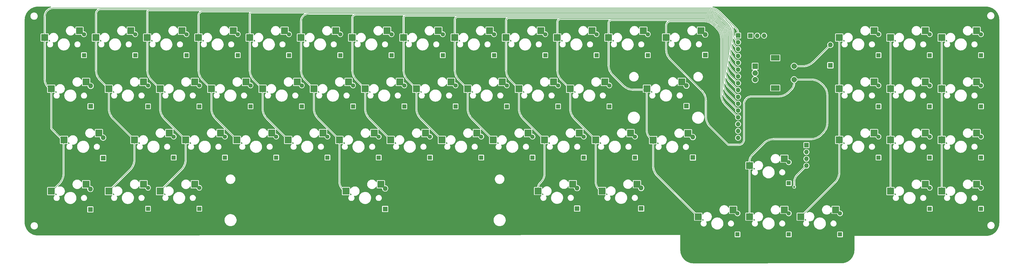
<source format=gbr>
G04 #@! TF.GenerationSoftware,KiCad,Pcbnew,7.0.1*
G04 #@! TF.CreationDate,2023-04-14T16:04:57-07:00*
G04 #@! TF.ProjectId,trashtruck.b,74726173-6874-4727-9563-6b2e622e6b69,rev?*
G04 #@! TF.SameCoordinates,Original*
G04 #@! TF.FileFunction,Copper,L2,Bot*
G04 #@! TF.FilePolarity,Positive*
%FSLAX46Y46*%
G04 Gerber Fmt 4.6, Leading zero omitted, Abs format (unit mm)*
G04 Created by KiCad (PCBNEW 7.0.1) date 2023-04-14 16:04:57*
%MOMM*%
%LPD*%
G01*
G04 APERTURE LIST*
G04 #@! TA.AperFunction,SMDPad,CuDef*
%ADD10R,2.550000X2.500000*%
G04 #@! TD*
G04 #@! TA.AperFunction,ComponentPad*
%ADD11R,1.600000X1.600000*%
G04 #@! TD*
G04 #@! TA.AperFunction,ComponentPad*
%ADD12C,1.600000*%
G04 #@! TD*
G04 #@! TA.AperFunction,ComponentPad*
%ADD13R,1.800000X1.800000*%
G04 #@! TD*
G04 #@! TA.AperFunction,ComponentPad*
%ADD14O,1.800000X1.800000*%
G04 #@! TD*
G04 #@! TA.AperFunction,ComponentPad*
%ADD15R,1.700000X1.700000*%
G04 #@! TD*
G04 #@! TA.AperFunction,ComponentPad*
%ADD16O,1.700000X1.700000*%
G04 #@! TD*
G04 #@! TA.AperFunction,ComponentPad*
%ADD17R,2.000000X2.000000*%
G04 #@! TD*
G04 #@! TA.AperFunction,ComponentPad*
%ADD18C,2.000000*%
G04 #@! TD*
G04 #@! TA.AperFunction,ComponentPad*
%ADD19R,3.200000X2.000000*%
G04 #@! TD*
G04 #@! TA.AperFunction,ViaPad*
%ADD20C,0.800000*%
G04 #@! TD*
G04 #@! TA.AperFunction,Conductor*
%ADD21C,0.200000*%
G04 #@! TD*
G04 APERTURE END LIST*
D10*
X284230000Y-196600000D03*
D11*
X298815000Y-203170000D03*
D10*
X297157000Y-194060000D03*
D12*
X298815000Y-195370000D03*
D13*
X144020000Y-241520000D03*
D14*
X144020000Y-233900000D03*
D13*
X148780000Y-222410000D03*
D14*
X148780000Y-214790000D03*
D10*
X303280000Y-196600000D03*
D11*
X317865000Y-203170000D03*
D10*
X316207000Y-194060000D03*
D12*
X317865000Y-195370000D03*
D15*
X410150000Y-217610000D03*
D16*
X410150000Y-220150000D03*
X410150000Y-222690000D03*
X410150000Y-225230000D03*
D10*
X441392500Y-177550000D03*
D11*
X455977500Y-184120000D03*
D10*
X454319500Y-175010000D03*
D12*
X455977500Y-176320000D03*
D15*
X389350000Y-176830000D03*
D16*
X391890000Y-176830000D03*
X394430000Y-176830000D03*
D10*
X422342500Y-215650000D03*
D11*
X436927500Y-222220000D03*
D10*
X435269500Y-213110000D03*
D12*
X436927500Y-214420000D03*
D10*
X146117500Y-177550000D03*
D11*
X160702500Y-184120000D03*
D10*
X159044500Y-175010000D03*
D12*
X160702500Y-176320000D03*
D15*
X384740000Y-176760000D03*
D16*
X384740000Y-179300000D03*
X384740000Y-181840000D03*
X384740000Y-184380000D03*
X384740000Y-186920000D03*
X384740000Y-189460000D03*
X384740000Y-192000000D03*
X384740000Y-194540000D03*
X384740000Y-197080000D03*
X384740000Y-199620000D03*
X384740000Y-202160000D03*
X384740000Y-204700000D03*
X384740000Y-207240000D03*
X384740000Y-209780000D03*
X384740000Y-212320000D03*
X384740000Y-214860000D03*
D10*
X165167500Y-177550000D03*
D11*
X179752500Y-184120000D03*
D10*
X178094500Y-175010000D03*
D12*
X179752500Y-176320000D03*
D13*
X348730000Y-241160000D03*
D14*
X348730000Y-233540000D03*
D10*
X134265000Y-215660000D03*
X147192000Y-213120000D03*
X150880000Y-234700000D03*
D11*
X165465000Y-241270000D03*
D10*
X163807000Y-232160000D03*
D12*
X165465000Y-233470000D03*
D10*
X169930000Y-196600000D03*
D11*
X184515000Y-203170000D03*
D10*
X182857000Y-194060000D03*
D12*
X184515000Y-195370000D03*
D10*
X460442500Y-234700000D03*
D11*
X475027500Y-241270000D03*
D10*
X473369500Y-232160000D03*
D12*
X475027500Y-233470000D03*
D10*
X460442500Y-196600000D03*
D11*
X475027500Y-203170000D03*
D10*
X473369500Y-194060000D03*
D12*
X475027500Y-195370000D03*
D10*
X358025000Y-177520000D03*
X370952000Y-174980000D03*
X222317500Y-177550000D03*
D11*
X236902500Y-184120000D03*
D10*
X235244500Y-175010000D03*
D12*
X236902500Y-176320000D03*
D10*
X408055000Y-244225000D03*
D11*
X422640000Y-250795000D03*
D10*
X420982000Y-241685000D03*
D12*
X422640000Y-242995000D03*
D10*
X169930000Y-234700000D03*
D11*
X184515000Y-241270000D03*
D10*
X182857000Y-232160000D03*
D12*
X184515000Y-233470000D03*
D10*
X336617500Y-177550000D03*
D11*
X351202500Y-184120000D03*
D10*
X349544500Y-175010000D03*
D12*
X351202500Y-176320000D03*
D10*
X255655000Y-215650000D03*
D11*
X270240000Y-222220000D03*
D10*
X268582000Y-213110000D03*
D12*
X270240000Y-214420000D03*
D10*
X353205000Y-215710000D03*
X366132000Y-213170000D03*
X279467500Y-177550000D03*
D11*
X294052500Y-184120000D03*
D10*
X292394500Y-175010000D03*
D12*
X294052500Y-176320000D03*
D10*
X129502500Y-196610000D03*
X142429500Y-194070000D03*
X322330000Y-196600000D03*
D11*
X336915000Y-203170000D03*
D10*
X335257000Y-194060000D03*
D12*
X336915000Y-195370000D03*
D10*
X389005000Y-225175000D03*
D11*
X403590000Y-231745000D03*
D10*
X401932000Y-222635000D03*
D12*
X403590000Y-223945000D03*
D10*
X239040000Y-234710000D03*
X251967000Y-232170000D03*
X331855000Y-215650000D03*
D11*
X346440000Y-222220000D03*
D10*
X344782000Y-213110000D03*
D12*
X346440000Y-214420000D03*
D10*
X208030000Y-196600000D03*
D11*
X222615000Y-203170000D03*
D10*
X220957000Y-194060000D03*
D12*
X222615000Y-195370000D03*
D10*
X350881250Y-196570000D03*
X363808250Y-194030000D03*
D13*
X324930000Y-241200000D03*
D14*
X324930000Y-233580000D03*
D10*
X422342500Y-177550000D03*
D11*
X436927500Y-184120000D03*
D10*
X435269500Y-175010000D03*
D12*
X436927500Y-176320000D03*
D10*
X441392500Y-215650000D03*
D11*
X455977500Y-222220000D03*
D10*
X454319500Y-213110000D03*
D12*
X455977500Y-214420000D03*
D10*
X293755000Y-215650000D03*
D11*
X308340000Y-222220000D03*
D10*
X306682000Y-213110000D03*
D12*
X308340000Y-214420000D03*
D10*
X265180000Y-196600000D03*
D11*
X279765000Y-203170000D03*
D10*
X278107000Y-194060000D03*
D12*
X279765000Y-195370000D03*
D10*
X179455000Y-215650000D03*
D11*
X194040000Y-222220000D03*
D10*
X192382000Y-213110000D03*
D12*
X194040000Y-214420000D03*
D10*
X217555000Y-215650000D03*
D11*
X232140000Y-222220000D03*
D10*
X230482000Y-213110000D03*
D12*
X232140000Y-214420000D03*
D17*
X391080000Y-188210000D03*
D18*
X391080000Y-193210000D03*
X391080000Y-190710000D03*
D19*
X398580000Y-185110000D03*
X398580000Y-196310000D03*
D18*
X405580000Y-193210000D03*
X405580000Y-188210000D03*
D10*
X203267500Y-177550000D03*
D11*
X217852500Y-184120000D03*
D10*
X216194500Y-175010000D03*
D12*
X217852500Y-176320000D03*
D13*
X144140000Y-203150000D03*
D14*
X144140000Y-195530000D03*
D10*
X241367500Y-177550000D03*
D11*
X255952500Y-184120000D03*
D10*
X254294500Y-175010000D03*
D12*
X255952500Y-176320000D03*
D13*
X365580000Y-203070000D03*
D14*
X365580000Y-195450000D03*
D10*
X310400000Y-234670000D03*
X323327000Y-232130000D03*
X441392500Y-196600000D03*
D11*
X455977500Y-203170000D03*
D10*
X454319500Y-194060000D03*
D12*
X455977500Y-195370000D03*
D10*
X298517500Y-177550000D03*
D11*
X313102500Y-184120000D03*
D10*
X311444500Y-175010000D03*
D12*
X313102500Y-176320000D03*
D13*
X367940000Y-222200000D03*
D14*
X367940000Y-214580000D03*
D10*
X317567500Y-177550000D03*
D11*
X332152500Y-184120000D03*
D10*
X330494500Y-175010000D03*
D12*
X332152500Y-176320000D03*
D10*
X460442500Y-215650000D03*
D11*
X475027500Y-222220000D03*
D10*
X473369500Y-213110000D03*
D12*
X475027500Y-214420000D03*
D10*
X389005000Y-244225000D03*
D11*
X403590000Y-250795000D03*
D10*
X401932000Y-241685000D03*
D12*
X403590000Y-242995000D03*
D10*
X369955000Y-244225000D03*
D11*
X384540000Y-250795000D03*
D10*
X382882000Y-241685000D03*
D12*
X384540000Y-242995000D03*
D10*
X312805000Y-215650000D03*
D11*
X327390000Y-222220000D03*
D10*
X325732000Y-213110000D03*
D12*
X327390000Y-214420000D03*
D10*
X460442500Y-177550000D03*
D11*
X475027500Y-184120000D03*
D10*
X473369500Y-175010000D03*
D12*
X475027500Y-176320000D03*
D10*
X227080000Y-196600000D03*
D11*
X241665000Y-203170000D03*
D10*
X240007000Y-194060000D03*
D12*
X241665000Y-195370000D03*
D10*
X236605000Y-215650000D03*
D11*
X251190000Y-222220000D03*
D10*
X249532000Y-213110000D03*
D12*
X251190000Y-214420000D03*
D10*
X160405000Y-215650000D03*
D11*
X174990000Y-222220000D03*
D10*
X173332000Y-213110000D03*
D12*
X174990000Y-214420000D03*
D10*
X184217500Y-177550000D03*
D11*
X198802500Y-184120000D03*
D10*
X197144500Y-175010000D03*
D12*
X198802500Y-176320000D03*
D10*
X198505000Y-215650000D03*
D11*
X213090000Y-222220000D03*
D10*
X211432000Y-213110000D03*
D12*
X213090000Y-214420000D03*
D10*
X246130000Y-196600000D03*
D11*
X260715000Y-203170000D03*
D10*
X259057000Y-194060000D03*
D12*
X260715000Y-195370000D03*
D10*
X127067500Y-177550000D03*
D11*
X141652500Y-184120000D03*
D10*
X139994500Y-175010000D03*
D12*
X141652500Y-176320000D03*
D10*
X422342500Y-196600000D03*
D11*
X436927500Y-203170000D03*
D10*
X435269500Y-194060000D03*
D12*
X436927500Y-195370000D03*
D10*
X274705000Y-215650000D03*
D11*
X289290000Y-222220000D03*
D10*
X287632000Y-213110000D03*
D12*
X289290000Y-214420000D03*
D10*
X334212500Y-234670000D03*
X347139500Y-232130000D03*
D13*
X253590000Y-241340000D03*
D14*
X253590000Y-233720000D03*
D10*
X150880000Y-196600000D03*
D11*
X165465000Y-203170000D03*
D10*
X163807000Y-194060000D03*
D12*
X165465000Y-195370000D03*
D13*
X419050000Y-187870000D03*
D14*
X419050000Y-180250000D03*
D10*
X188980000Y-196600000D03*
D11*
X203565000Y-203170000D03*
D10*
X201907000Y-194060000D03*
D12*
X203565000Y-195370000D03*
D10*
X129502500Y-234710000D03*
X142429500Y-232170000D03*
X260417500Y-177550000D03*
D11*
X275002500Y-184120000D03*
D10*
X273344500Y-175010000D03*
D12*
X275002500Y-176320000D03*
D13*
X372540000Y-184030000D03*
D14*
X372540000Y-176410000D03*
D10*
X441392500Y-234700000D03*
D11*
X455977500Y-241270000D03*
D10*
X454319500Y-232160000D03*
D12*
X455977500Y-233470000D03*
D20*
X441392500Y-177550000D03*
X460442500Y-177550000D03*
X422342500Y-177550000D03*
X405620000Y-233130000D03*
D21*
X303280000Y-196600000D02*
X303280000Y-203871036D01*
X381293792Y-196173792D02*
X384740000Y-199620000D01*
X129978512Y-211917262D02*
X130004957Y-211943707D01*
X260417500Y-170209536D02*
X260417500Y-177550000D01*
X381670639Y-172470639D02*
X377753792Y-168553792D01*
X358025000Y-177520000D02*
X358025000Y-181881036D01*
X127067500Y-169709486D02*
X127067500Y-177550000D01*
X129839675Y-211778425D02*
X129846286Y-211785036D01*
X381693792Y-194033792D02*
X384740000Y-197080000D01*
X376613792Y-171013792D02*
X378906207Y-173306207D01*
X261207036Y-169420000D02*
X372766036Y-169420000D01*
X266773792Y-207718792D02*
X274705000Y-215650000D01*
X130011568Y-211950318D02*
X130024791Y-211963541D01*
X129952067Y-211890817D02*
X129899176Y-211837926D01*
X158811207Y-226768792D02*
X150880000Y-234700000D01*
X130137184Y-212075934D02*
X130163629Y-212102379D01*
X382913792Y-187633792D02*
X384740000Y-189460000D01*
X331855000Y-231219804D02*
X331855000Y-215650000D01*
X380063792Y-202563792D02*
X384740000Y-207240000D01*
X300111292Y-193431292D02*
X303280000Y-196600000D01*
X405620000Y-231445000D02*
X405620000Y-233130000D01*
X265180000Y-203871036D02*
X265180000Y-196600000D01*
X350785000Y-211964951D02*
X350785000Y-196980000D01*
X371196207Y-197306207D02*
X359618792Y-185728792D01*
X130844596Y-212783346D02*
X130983434Y-212922184D01*
X354760042Y-229030042D02*
X369955000Y-244225000D01*
X380126207Y-172776207D02*
X377143792Y-169793792D01*
X380883792Y-198303792D02*
X384740000Y-202160000D01*
X375733792Y-173013792D02*
X376876207Y-174156207D01*
X416326207Y-213083792D02*
X415663792Y-213746206D01*
X130428084Y-212366834D02*
X130560310Y-212499060D01*
X128198125Y-195849375D02*
X129328750Y-196980000D01*
X298517500Y-177550000D02*
X298517500Y-171231460D01*
X165167500Y-177550000D02*
X165167500Y-189583536D01*
X281061292Y-193431292D02*
X284230000Y-196600000D01*
X146117500Y-177550000D02*
X146117500Y-168722587D01*
X358025000Y-173067358D02*
X358025000Y-177520000D01*
X376453792Y-171413792D02*
X378506207Y-173466207D01*
X131406559Y-213345309D02*
X134091250Y-216030000D01*
X398163963Y-215340000D02*
X411816036Y-215340000D01*
X311602499Y-231237499D02*
X311188424Y-231651575D01*
X285823792Y-207718792D02*
X293755000Y-215650000D01*
X372226036Y-170620000D02*
X318800884Y-170620000D01*
X373906036Y-166960000D02*
X147880087Y-166960000D01*
X146117500Y-177550000D02*
X146117500Y-189583536D01*
X372436036Y-170220000D02*
X299528960Y-170220000D01*
X169930000Y-203871036D02*
X169930000Y-196600000D01*
X384970001Y-217470000D02*
X381150000Y-217470000D01*
X382520000Y-178050222D02*
X382520000Y-176293963D01*
X129872731Y-211811481D02*
X129899176Y-211837926D01*
X378470000Y-198716036D02*
X378470000Y-178003963D01*
X373606036Y-167380000D02*
X165837539Y-167380000D01*
X405580000Y-193210000D02*
X412006036Y-193210000D01*
X203869255Y-168200000D02*
X373296036Y-168200000D01*
X203267500Y-168801755D02*
X203267500Y-177550000D01*
X204861292Y-193431292D02*
X208030000Y-196600000D01*
X319161292Y-193431292D02*
X322330000Y-196600000D01*
X129720673Y-211659423D02*
X129714062Y-211652812D01*
X130983434Y-212922184D02*
X131406559Y-213345309D01*
X422342500Y-177550000D02*
X422342500Y-227683536D01*
X129813231Y-211751981D02*
X129826453Y-211765203D01*
X412683792Y-186616207D02*
X418915000Y-180385000D01*
X373126036Y-168610000D02*
X225240920Y-168610000D01*
X310400000Y-233555000D02*
X310400000Y-234670000D01*
X376073792Y-172213792D02*
X377696207Y-173836207D01*
X247723792Y-207718792D02*
X255655000Y-215650000D01*
X241367500Y-177550000D02*
X241367500Y-170355811D01*
X130077682Y-212016432D02*
X130090905Y-212029655D01*
X280564316Y-169820000D02*
X372606036Y-169820000D01*
X372956036Y-169020000D02*
X242703311Y-169020000D01*
X130560310Y-212499060D02*
X130692536Y-212631286D01*
X384740000Y-175800000D02*
X384740000Y-176760000D01*
X415853792Y-194803792D02*
X416326207Y-195276207D01*
X377313792Y-169393792D02*
X380526207Y-172606207D01*
X190573792Y-207718792D02*
X198505000Y-215650000D01*
X372056036Y-171020000D02*
X337748458Y-171020000D01*
X379290000Y-194456036D02*
X379290000Y-177683963D01*
X130216520Y-212155270D02*
X130163629Y-212102379D01*
X405580000Y-193210000D02*
X405580000Y-194531238D01*
X236605000Y-215650000D02*
X236605000Y-231219804D01*
X376283792Y-171813792D02*
X378106207Y-173636207D01*
X284230000Y-203871036D02*
X284230000Y-196600000D01*
X342056207Y-195386207D02*
X338211292Y-191541292D01*
X332985625Y-233949375D02*
X334116250Y-235080000D01*
X134091250Y-216030000D02*
X134091250Y-228063536D01*
X132497457Y-231911292D02*
X129328750Y-235080000D01*
X171523792Y-207718792D02*
X179455000Y-215650000D01*
X383230000Y-185410000D02*
X384740000Y-186920000D01*
X184217500Y-177550000D02*
X184217500Y-189583536D01*
X380500000Y-188046036D02*
X380500000Y-177153963D01*
X130004957Y-211943707D02*
X130011568Y-211950318D01*
X184217500Y-177550000D02*
X184217500Y-169340663D01*
X242961292Y-193431292D02*
X246130000Y-196600000D01*
X279467500Y-177550000D02*
X279467500Y-189583536D01*
X386970000Y-202313562D02*
X386970000Y-215470001D01*
X353166250Y-225182286D02*
X353166250Y-216871899D01*
X130269412Y-212208162D02*
X130295858Y-212234608D01*
X129720673Y-211659423D02*
X129733895Y-211672645D01*
X177861207Y-226768792D02*
X169930000Y-234700000D01*
X209623792Y-207718792D02*
X217555000Y-215650000D01*
X130090905Y-212029655D02*
X130104128Y-212042878D01*
X222317500Y-177550000D02*
X222317500Y-189583536D01*
X378023792Y-168123792D02*
X384061177Y-174161177D01*
X208030000Y-203871036D02*
X208030000Y-196600000D01*
X336617500Y-177550000D02*
X336617500Y-187693536D01*
X262011292Y-193431292D02*
X265180000Y-196600000D01*
X129733895Y-211672645D02*
X129747117Y-211685867D01*
X380910000Y-176973963D02*
X380910000Y-185916036D01*
X379316207Y-173126207D02*
X376803792Y-170613792D01*
X403576268Y-197856206D02*
X404645743Y-196786732D01*
X323923792Y-207718792D02*
X331855000Y-215650000D01*
X127067500Y-193119804D02*
X127067500Y-177550000D01*
X381320000Y-183786036D02*
X381320000Y-176803963D01*
X129747117Y-211685867D02*
X129760340Y-211699090D01*
X227080000Y-203871036D02*
X227080000Y-196600000D01*
X377286207Y-173996207D02*
X375903792Y-172613792D01*
X304873792Y-207718792D02*
X312805000Y-215650000D01*
X322330000Y-196600000D02*
X322330000Y-203871036D01*
X223911292Y-193431292D02*
X227080000Y-196600000D01*
X359672358Y-171420000D02*
X371886036Y-171420000D01*
X129952067Y-211890817D02*
X129978512Y-211917262D01*
X179455000Y-222921036D02*
X179455000Y-215650000D01*
X160405000Y-222921036D02*
X160405000Y-215650000D01*
X317567500Y-177550000D02*
X317567500Y-189583536D01*
X418915000Y-180115000D02*
X418780000Y-179980000D01*
X185811292Y-193431292D02*
X188980000Y-196600000D01*
X150880000Y-203871036D02*
X150880000Y-196600000D01*
X460442500Y-177550000D02*
X460442500Y-234700000D01*
X147711292Y-193431292D02*
X150880000Y-196600000D01*
X130110739Y-212049489D02*
X130104128Y-212042878D01*
X420748707Y-231531292D02*
X408055000Y-244225000D01*
X441392500Y-177550000D02*
X441392500Y-234700000D01*
X378880000Y-196586036D02*
X378880000Y-177843963D01*
X376973792Y-170203792D02*
X379726207Y-172956207D01*
X130322303Y-212261053D02*
X130295858Y-212234608D01*
X130401639Y-212340389D02*
X130428084Y-212366834D01*
X260417500Y-177550000D02*
X260417500Y-189583536D01*
X130024791Y-211963541D02*
X130038014Y-211976764D01*
X345903963Y-196980000D02*
X350785000Y-196980000D01*
X336617500Y-177550000D02*
X336617500Y-172150958D01*
X374176036Y-166530000D02*
X130246986Y-166530000D01*
X383630000Y-180730000D02*
X384740000Y-181840000D01*
X406811474Y-228568525D02*
X410150000Y-225230000D01*
X298517500Y-177550000D02*
X298517500Y-189583536D01*
X166761292Y-193431292D02*
X169930000Y-196600000D01*
X130242966Y-212181716D02*
X130269412Y-212208162D01*
X383430000Y-183070000D02*
X384740000Y-184380000D01*
X377453792Y-168973792D02*
X380926207Y-172446207D01*
X222317500Y-171533420D02*
X222317500Y-177550000D01*
X390040911Y-221209088D02*
X394316207Y-216933792D01*
X241367500Y-177550000D02*
X241367500Y-189583536D01*
X380473792Y-200433792D02*
X384740000Y-204700000D01*
X383870000Y-178430000D02*
X384740000Y-179300000D01*
X379700000Y-177483963D02*
X379700000Y-192326036D01*
X408836036Y-188210000D02*
X405580000Y-188210000D01*
X373466036Y-167800000D02*
X185758163Y-167800000D01*
X382120000Y-179907380D02*
X382120000Y-176453963D01*
X279467500Y-177550000D02*
X279467500Y-170916816D01*
X129846286Y-211785036D02*
X129872731Y-211811481D01*
X130038014Y-211976764D02*
X130077682Y-212016432D01*
X130699147Y-212637897D02*
X130844596Y-212783346D01*
X129760340Y-211699090D02*
X129773563Y-211712313D01*
X152473792Y-207718792D02*
X160405000Y-215650000D01*
X312805000Y-228334408D02*
X312805000Y-215650000D01*
X389833562Y-199450000D02*
X399728512Y-199450000D01*
X389005000Y-225175000D02*
X389005000Y-244225000D01*
X383000000Y-175680000D02*
X383000000Y-176329634D01*
X130216520Y-212155270D02*
X130242966Y-212181716D01*
X129773563Y-211712313D02*
X129813231Y-211751981D01*
X417920000Y-209236036D02*
X417920000Y-199123963D01*
X352570937Y-215434687D02*
X351975625Y-214839375D01*
X246130000Y-203871036D02*
X246130000Y-196600000D01*
X382093792Y-191893792D02*
X384740000Y-194540000D01*
X188980000Y-203871036D02*
X188980000Y-196600000D01*
X129502500Y-211142055D02*
X129502500Y-196610000D01*
X317567500Y-177550000D02*
X317567500Y-171853384D01*
X130322303Y-212261053D02*
X130401639Y-212340389D01*
X228673792Y-207718792D02*
X236605000Y-215650000D01*
X129826453Y-211765203D02*
X129839675Y-211778425D01*
X237735625Y-233949375D02*
X238866250Y-235080000D01*
X372790000Y-201153963D02*
X372790000Y-206886036D01*
X381720000Y-176623963D02*
X381720000Y-181764537D01*
X130699147Y-212637897D02*
X130692536Y-212631286D01*
X203267500Y-177550000D02*
X203267500Y-189583536D01*
X130110739Y-212049489D02*
X130137184Y-212075934D01*
X380100000Y-177313963D02*
X380100000Y-190186036D01*
X389005000Y-223710000D02*
X389005000Y-225175000D01*
X382503792Y-189763792D02*
X384740000Y-192000000D01*
X165167500Y-168050039D02*
X165167500Y-177550000D01*
X374383792Y-210733792D02*
X381060000Y-217410000D01*
X353166243Y-216871899D02*
G75*
G03*
X352570937Y-215434687I-2032543J-1D01*
G01*
X375733784Y-173013800D02*
G75*
G03*
X371886036Y-171420000I-3847784J-3847800D01*
G01*
X358024990Y-181881036D02*
G75*
G03*
X359618793Y-185728791I5441610J36D01*
G01*
X378469990Y-198716036D02*
G75*
G03*
X380063793Y-202563791I5441610J36D01*
G01*
X353166260Y-225182286D02*
G75*
G03*
X354760042Y-229030042I5441540J-14D01*
G01*
X280564316Y-169820007D02*
G75*
G03*
X279788750Y-170141250I-16J-1096793D01*
G01*
X398163963Y-215339960D02*
G75*
G03*
X394316208Y-216933793I37J-5441540D01*
G01*
X380910010Y-176973963D02*
G75*
G03*
X379316206Y-173126208I-5441610J-37D01*
G01*
X203869255Y-168199953D02*
G75*
G03*
X203443751Y-168376251I45J-601747D01*
G01*
X165363738Y-167576238D02*
G75*
G03*
X165167500Y-168050039I473762J-473762D01*
G01*
X236604999Y-231219804D02*
G75*
G03*
X237735626Y-233949374I3860201J4D01*
G01*
X387808729Y-200288729D02*
G75*
G03*
X386970000Y-202313562I2024871J-2024871D01*
G01*
X227079990Y-203871036D02*
G75*
G03*
X228673793Y-207718791I5441610J36D01*
G01*
X399728512Y-199449992D02*
G75*
G03*
X403576268Y-197856206I-12J5441592D01*
G01*
X241367490Y-189583536D02*
G75*
G03*
X242961293Y-193431291I5441610J36D01*
G01*
X381319990Y-183786036D02*
G75*
G03*
X382913793Y-187633791I5441610J36D01*
G01*
X380500010Y-177153963D02*
G75*
G03*
X378906206Y-173306208I-5441610J-37D01*
G01*
X420748700Y-231531285D02*
G75*
G03*
X422342500Y-227683536I-3847800J3847785D01*
G01*
X318800884Y-170619994D02*
G75*
G03*
X317928750Y-170981250I16J-1233406D01*
G01*
X381720010Y-176623963D02*
G75*
G03*
X380126206Y-172776208I-5441610J-37D01*
G01*
X303279990Y-203871036D02*
G75*
G03*
X304873793Y-207718791I5441610J36D01*
G01*
X311602498Y-231237498D02*
G75*
G03*
X312805000Y-228334408I-2903098J2903098D01*
G01*
X390040916Y-221209093D02*
G75*
G03*
X389005000Y-223710000I2500884J-2500907D01*
G01*
X383000006Y-175680000D02*
G75*
G03*
X381670639Y-172470639I-4538706J0D01*
G01*
X376613784Y-171013800D02*
G75*
G03*
X372766036Y-169420000I-3847784J-3847800D01*
G01*
X376973784Y-170203800D02*
G75*
G03*
X373126036Y-168610000I-3847784J-3847800D01*
G01*
X378880010Y-177843963D02*
G75*
G03*
X377286206Y-173996208I-5441610J-37D01*
G01*
X225240920Y-168610009D02*
G75*
G03*
X223173750Y-169466250I-20J-2923391D01*
G01*
X261207036Y-169420016D02*
G75*
G03*
X260648751Y-169651251I-36J-789484D01*
G01*
X380909990Y-185916036D02*
G75*
G03*
X382503793Y-189763791I5441610J36D01*
G01*
X185758163Y-167799986D02*
G75*
G03*
X184668751Y-168251251I37J-1540714D01*
G01*
X408836036Y-188210010D02*
G75*
G03*
X412683792Y-186616207I-36J5441610D01*
G01*
X322329990Y-203871036D02*
G75*
G03*
X323923793Y-207718791I5441610J36D01*
G01*
X342056215Y-195386199D02*
G75*
G03*
X345903963Y-196980000I3847785J3847799D01*
G01*
X375903784Y-172613800D02*
G75*
G03*
X372056036Y-171020000I-3847784J-3847800D01*
G01*
X358507533Y-171902533D02*
G75*
G03*
X358025000Y-173067358I1164767J-1164867D01*
G01*
X127067499Y-193119804D02*
G75*
G03*
X128198126Y-195849374I3860201J4D01*
G01*
X376073784Y-172213800D02*
G75*
G03*
X372226036Y-170620000I-3847784J-3847800D01*
G01*
X127998754Y-167461254D02*
G75*
G03*
X127067500Y-169709486I2248246J-2248246D01*
G01*
X165167490Y-189583536D02*
G75*
G03*
X166761293Y-193431291I5441610J36D01*
G01*
X378023784Y-168123800D02*
G75*
G03*
X374176036Y-166530000I-3847784J-3847800D01*
G01*
X382120009Y-179907380D02*
G75*
G03*
X383430001Y-183069999I4472591J-20D01*
G01*
X359672358Y-171419954D02*
G75*
G03*
X358507500Y-171902500I42J-1647346D01*
G01*
X336617490Y-187693536D02*
G75*
G03*
X338211293Y-191541291I5441610J36D01*
G01*
X378879990Y-196586036D02*
G75*
G03*
X380473793Y-200433791I5441610J36D01*
G01*
X203443784Y-168376284D02*
G75*
G03*
X203267500Y-168801755I425416J-425516D01*
G01*
X415853784Y-194803800D02*
G75*
G03*
X412006036Y-193210000I-3847784J-3847800D01*
G01*
X382999986Y-176329634D02*
G75*
G03*
X383870000Y-178430000I2970414J34D01*
G01*
X379290010Y-177683963D02*
G75*
G03*
X377696206Y-173836208I-5441610J-37D01*
G01*
X299528960Y-170219955D02*
G75*
G03*
X298813750Y-170516250I40J-1011445D01*
G01*
X146633754Y-167476254D02*
G75*
G03*
X146117500Y-168722587I1246346J-1246346D01*
G01*
X337748458Y-171019983D02*
G75*
G03*
X336948750Y-171351250I42J-1131017D01*
G01*
X298517490Y-189583536D02*
G75*
G03*
X300111293Y-193431291I5441610J36D01*
G01*
X377313784Y-169393800D02*
G75*
G03*
X373466036Y-167800000I-3847784J-3847800D01*
G01*
X317567490Y-189583536D02*
G75*
G03*
X319161293Y-193431291I5441610J36D01*
G01*
X382519991Y-178050222D02*
G75*
G03*
X383630000Y-180730000I3789809J22D01*
G01*
X350785020Y-211964951D02*
G75*
G03*
X351975625Y-214839375I4064980J-49D01*
G01*
X184217490Y-189583536D02*
G75*
G03*
X185811293Y-193431291I5441610J36D01*
G01*
X336948762Y-171351262D02*
G75*
G03*
X336617500Y-172150958I799738J-799738D01*
G01*
X242703311Y-169020005D02*
G75*
G03*
X241758750Y-169411250I-11J-1335795D01*
G01*
X158811200Y-226768785D02*
G75*
G03*
X160405000Y-222921036I-3847800J3847785D01*
G01*
X129502526Y-211142055D02*
G75*
G03*
X129714062Y-211652812I722274J-45D01*
G01*
X331854999Y-231219804D02*
G75*
G03*
X332985626Y-233949374I3860201J4D01*
G01*
X382120010Y-176453963D02*
G75*
G03*
X380526206Y-172606208I-5441610J-37D01*
G01*
X376803784Y-170613800D02*
G75*
G03*
X372956036Y-169020000I-3847784J-3847800D01*
G01*
X311188434Y-231651585D02*
G75*
G03*
X310400000Y-233555000I1903366J-1903415D01*
G01*
X379289990Y-194456036D02*
G75*
G03*
X380883793Y-198303791I5441610J36D01*
G01*
X376283784Y-171813800D02*
G75*
G03*
X372436036Y-170220000I-3847784J-3847800D01*
G01*
X418914999Y-180384999D02*
G75*
G03*
X418914999Y-180115001I-134999J134999D01*
G01*
X177861200Y-226768785D02*
G75*
G03*
X179455000Y-222921036I-3847800J3847785D01*
G01*
X222317490Y-189583536D02*
G75*
G03*
X223911293Y-193431291I5441610J36D01*
G01*
X150879990Y-203871036D02*
G75*
G03*
X152473793Y-207718791I5441610J36D01*
G01*
X208029990Y-203871036D02*
G75*
G03*
X209623793Y-207718791I5441610J36D01*
G01*
X380099990Y-190186036D02*
G75*
G03*
X381693793Y-194033791I5441610J36D01*
G01*
X317928754Y-170981254D02*
G75*
G03*
X317567500Y-171853384I872146J-872146D01*
G01*
X381320010Y-176803963D02*
G75*
G03*
X379726206Y-172956208I-5441610J-37D01*
G01*
X260648739Y-169651239D02*
G75*
G03*
X260417500Y-170209536I558261J-558261D01*
G01*
X384739983Y-175800000D02*
G75*
G03*
X384061176Y-174161178I-2317683J0D01*
G01*
X169929990Y-203871036D02*
G75*
G03*
X171523793Y-207718791I5441610J36D01*
G01*
X380100010Y-177313963D02*
G75*
G03*
X378506206Y-173466208I-5441610J-37D01*
G01*
X279788745Y-170141245D02*
G75*
G03*
X279467500Y-170916816I775555J-775555D01*
G01*
X384970001Y-217470000D02*
G75*
G03*
X386970000Y-215470001I-1J2000000D01*
G01*
X376453784Y-171413800D02*
G75*
G03*
X372606036Y-169820000I-3847784J-3847800D01*
G01*
X184668761Y-168251261D02*
G75*
G03*
X184217500Y-169340663I1089439J-1089439D01*
G01*
X372790010Y-201153963D02*
G75*
G03*
X371196206Y-197306208I-5441610J-37D01*
G01*
X377453784Y-168973800D02*
G75*
G03*
X373606036Y-167380000I-3847784J-3847800D01*
G01*
X279467490Y-189583536D02*
G75*
G03*
X281061293Y-193431291I5441610J36D01*
G01*
X381719985Y-181764537D02*
G75*
G03*
X383230000Y-185410000I5155515J37D01*
G01*
X188979990Y-203871036D02*
G75*
G03*
X190573793Y-207718791I5441610J36D01*
G01*
X147880087Y-166959995D02*
G75*
G03*
X146633750Y-167476250I13J-1762605D01*
G01*
X223173744Y-169466244D02*
G75*
G03*
X222317500Y-171533420I2067156J-2067156D01*
G01*
X372789990Y-206886036D02*
G75*
G03*
X374383793Y-210733791I5441610J36D01*
G01*
X378470010Y-178003963D02*
G75*
G03*
X376876206Y-174156208I-5441610J-37D01*
G01*
X377143784Y-169793800D02*
G75*
G03*
X373296036Y-168200000I-3847784J-3847800D01*
G01*
X241758747Y-169411247D02*
G75*
G03*
X241367500Y-170355811I944553J-944553D01*
G01*
X389833562Y-199449985D02*
G75*
G03*
X387808718Y-200288718I38J-2863615D01*
G01*
X298813782Y-170516282D02*
G75*
G03*
X298517500Y-171231460I715118J-715218D01*
G01*
X379699990Y-192326036D02*
G75*
G03*
X381293793Y-196173791I5441610J36D01*
G01*
X260417490Y-189583536D02*
G75*
G03*
X262011293Y-193431291I5441610J36D01*
G01*
X130246986Y-166529995D02*
G75*
G03*
X127998750Y-167461250I14J-3179505D01*
G01*
X203267490Y-189583536D02*
G75*
G03*
X204861293Y-193431291I5441610J36D01*
G01*
X146117490Y-189583536D02*
G75*
G03*
X147711293Y-193431291I5441610J36D01*
G01*
X404645735Y-196786724D02*
G75*
G03*
X405580000Y-194531238I-2255535J2255524D01*
G01*
X284229990Y-203871036D02*
G75*
G03*
X285823793Y-207718791I5441610J36D01*
G01*
X406811485Y-228568536D02*
G75*
G03*
X405620000Y-231445000I2876415J-2876464D01*
G01*
X416326200Y-213083785D02*
G75*
G03*
X417920000Y-209236036I-3847800J3847785D01*
G01*
X380499990Y-188046036D02*
G75*
G03*
X382093793Y-191893791I5441610J36D01*
G01*
X132497439Y-231911274D02*
G75*
G03*
X134091250Y-228063536I-3847739J3847774D01*
G01*
X382520010Y-176293963D02*
G75*
G03*
X380926206Y-172446208I-5441610J-37D01*
G01*
X265179990Y-203871036D02*
G75*
G03*
X266773793Y-207718791I5441610J36D01*
G01*
X246129990Y-203871036D02*
G75*
G03*
X247723793Y-207718791I5441610J36D01*
G01*
X417920010Y-199123963D02*
G75*
G03*
X416326206Y-195276208I-5441610J-37D01*
G01*
X411816036Y-215340009D02*
G75*
G03*
X415663792Y-213746206I-36J5441609D01*
G01*
X377753784Y-168553800D02*
G75*
G03*
X373906036Y-166960000I-3847784J-3847800D01*
G01*
X165837539Y-167380017D02*
G75*
G03*
X165363750Y-167576250I-39J-669983D01*
G01*
X379700010Y-177483963D02*
G75*
G03*
X378106206Y-173636208I-5441610J-37D01*
G01*
G04 #@! TA.AperFunction,Conductor*
G36*
X409762861Y-245062214D02*
G01*
X409810606Y-245103928D01*
X409957566Y-245319478D01*
X410060894Y-245430840D01*
X410092211Y-245492485D01*
X410086283Y-245561375D01*
X410044893Y-245616764D01*
X409980506Y-245641970D01*
X409846030Y-245654811D01*
X409730932Y-245688607D01*
X409667004Y-245690462D01*
X409610401Y-245660691D01*
X409575705Y-245606966D01*
X409571856Y-245543128D01*
X409580500Y-245499674D01*
X409580500Y-245174906D01*
X409596451Y-245113545D01*
X409640264Y-245067720D01*
X409700847Y-245049033D01*
X409762861Y-245062214D01*
G37*
G04 #@! TD.AperFunction*
G04 #@! TA.AperFunction,Conductor*
G36*
X424050361Y-216487214D02*
G01*
X424098106Y-216528928D01*
X424245066Y-216744478D01*
X424348394Y-216855840D01*
X424379711Y-216917485D01*
X424373783Y-216986375D01*
X424332393Y-217041764D01*
X424268006Y-217066970D01*
X424133530Y-217079811D01*
X424018432Y-217113607D01*
X423954504Y-217115462D01*
X423897901Y-217085691D01*
X423863205Y-217031966D01*
X423859356Y-216968128D01*
X423868000Y-216924674D01*
X423868000Y-216599906D01*
X423883951Y-216538545D01*
X423927764Y-216492720D01*
X423988347Y-216474033D01*
X424050361Y-216487214D01*
G37*
G04 #@! TD.AperFunction*
G04 #@! TA.AperFunction,Conductor*
G36*
X424050361Y-197437214D02*
G01*
X424098106Y-197478928D01*
X424245066Y-197694478D01*
X424348394Y-197805840D01*
X424379711Y-197867485D01*
X424373783Y-197936375D01*
X424332393Y-197991764D01*
X424268006Y-198016970D01*
X424133530Y-198029811D01*
X424018432Y-198063607D01*
X423954504Y-198065462D01*
X423897901Y-198035691D01*
X423863205Y-197981966D01*
X423859356Y-197918128D01*
X423868000Y-197874674D01*
X423868000Y-197549906D01*
X423883951Y-197488545D01*
X423927764Y-197442720D01*
X423988347Y-197424033D01*
X424050361Y-197437214D01*
G37*
G04 #@! TD.AperFunction*
G04 #@! TA.AperFunction,Conductor*
G36*
X424050361Y-178387214D02*
G01*
X424098106Y-178428928D01*
X424245066Y-178644478D01*
X424348394Y-178755840D01*
X424379711Y-178817485D01*
X424373783Y-178886375D01*
X424332393Y-178941764D01*
X424268006Y-178966970D01*
X424133530Y-178979811D01*
X424018432Y-179013607D01*
X423954504Y-179015462D01*
X423897901Y-178985691D01*
X423863205Y-178931966D01*
X423859356Y-178868128D01*
X423868000Y-178824674D01*
X423868000Y-178499906D01*
X423883951Y-178438545D01*
X423927764Y-178392720D01*
X423988347Y-178374033D01*
X424050361Y-178387214D01*
G37*
G04 #@! TD.AperFunction*
G04 #@! TA.AperFunction,Conductor*
G36*
X462150361Y-235537214D02*
G01*
X462198106Y-235578928D01*
X462345066Y-235794478D01*
X462448394Y-235905840D01*
X462479711Y-235967485D01*
X462473783Y-236036375D01*
X462432393Y-236091764D01*
X462368006Y-236116970D01*
X462233530Y-236129811D01*
X462118432Y-236163607D01*
X462054504Y-236165462D01*
X461997901Y-236135691D01*
X461963205Y-236081966D01*
X461959356Y-236018128D01*
X461968000Y-235974674D01*
X461968000Y-235649906D01*
X461983951Y-235588545D01*
X462027764Y-235542720D01*
X462088347Y-235524033D01*
X462150361Y-235537214D01*
G37*
G04 #@! TD.AperFunction*
G04 #@! TA.AperFunction,Conductor*
G36*
X462150361Y-216487214D02*
G01*
X462198106Y-216528928D01*
X462345066Y-216744478D01*
X462448394Y-216855840D01*
X462479711Y-216917485D01*
X462473783Y-216986375D01*
X462432393Y-217041764D01*
X462368006Y-217066970D01*
X462233530Y-217079811D01*
X462118432Y-217113607D01*
X462054504Y-217115462D01*
X461997901Y-217085691D01*
X461963205Y-217031966D01*
X461959356Y-216968128D01*
X461968000Y-216924674D01*
X461968000Y-216599906D01*
X461983951Y-216538545D01*
X462027764Y-216492720D01*
X462088347Y-216474033D01*
X462150361Y-216487214D01*
G37*
G04 #@! TD.AperFunction*
G04 #@! TA.AperFunction,Conductor*
G36*
X462150361Y-197437214D02*
G01*
X462198106Y-197478928D01*
X462345066Y-197694478D01*
X462448394Y-197805840D01*
X462479711Y-197867485D01*
X462473783Y-197936375D01*
X462432393Y-197991764D01*
X462368006Y-198016970D01*
X462233530Y-198029811D01*
X462118432Y-198063607D01*
X462054504Y-198065462D01*
X461997901Y-198035691D01*
X461963205Y-197981966D01*
X461959356Y-197918128D01*
X461968000Y-197874674D01*
X461968000Y-197549906D01*
X461983951Y-197488545D01*
X462027764Y-197442720D01*
X462088347Y-197424033D01*
X462150361Y-197437214D01*
G37*
G04 #@! TD.AperFunction*
G04 #@! TA.AperFunction,Conductor*
G36*
X462150361Y-178387214D02*
G01*
X462198106Y-178428928D01*
X462345066Y-178644478D01*
X462448394Y-178755840D01*
X462479711Y-178817485D01*
X462473783Y-178886375D01*
X462432393Y-178941764D01*
X462368006Y-178966970D01*
X462233530Y-178979811D01*
X462118432Y-179013607D01*
X462054504Y-179015462D01*
X461997901Y-178985691D01*
X461963205Y-178931966D01*
X461959356Y-178868128D01*
X461968000Y-178824674D01*
X461968000Y-178499906D01*
X461983951Y-178438545D01*
X462027764Y-178392720D01*
X462088347Y-178374033D01*
X462150361Y-178387214D01*
G37*
G04 #@! TD.AperFunction*
G04 #@! TA.AperFunction,Conductor*
G36*
X443100361Y-235537214D02*
G01*
X443148106Y-235578928D01*
X443295066Y-235794478D01*
X443398394Y-235905840D01*
X443429711Y-235967485D01*
X443423783Y-236036375D01*
X443382393Y-236091764D01*
X443318006Y-236116970D01*
X443183530Y-236129811D01*
X443068432Y-236163607D01*
X443004504Y-236165462D01*
X442947901Y-236135691D01*
X442913205Y-236081966D01*
X442909356Y-236018128D01*
X442918000Y-235974674D01*
X442918000Y-235649906D01*
X442933951Y-235588545D01*
X442977764Y-235542720D01*
X443038347Y-235524033D01*
X443100361Y-235537214D01*
G37*
G04 #@! TD.AperFunction*
G04 #@! TA.AperFunction,Conductor*
G36*
X443100361Y-216487214D02*
G01*
X443148106Y-216528928D01*
X443295066Y-216744478D01*
X443398394Y-216855840D01*
X443429711Y-216917485D01*
X443423783Y-216986375D01*
X443382393Y-217041764D01*
X443318006Y-217066970D01*
X443183530Y-217079811D01*
X443068432Y-217113607D01*
X443004504Y-217115462D01*
X442947901Y-217085691D01*
X442913205Y-217031966D01*
X442909356Y-216968128D01*
X442918000Y-216924674D01*
X442918000Y-216599906D01*
X442933951Y-216538545D01*
X442977764Y-216492720D01*
X443038347Y-216474033D01*
X443100361Y-216487214D01*
G37*
G04 #@! TD.AperFunction*
G04 #@! TA.AperFunction,Conductor*
G36*
X443100361Y-197437214D02*
G01*
X443148106Y-197478928D01*
X443295066Y-197694478D01*
X443398394Y-197805840D01*
X443429711Y-197867485D01*
X443423783Y-197936375D01*
X443382393Y-197991764D01*
X443318006Y-198016970D01*
X443183530Y-198029811D01*
X443068432Y-198063607D01*
X443004504Y-198065462D01*
X442947901Y-198035691D01*
X442913205Y-197981966D01*
X442909356Y-197918128D01*
X442918000Y-197874674D01*
X442918000Y-197549906D01*
X442933951Y-197488545D01*
X442977764Y-197442720D01*
X443038347Y-197424033D01*
X443100361Y-197437214D01*
G37*
G04 #@! TD.AperFunction*
G04 #@! TA.AperFunction,Conductor*
G36*
X443100361Y-178387214D02*
G01*
X443148106Y-178428928D01*
X443295066Y-178644478D01*
X443398394Y-178755840D01*
X443429711Y-178817485D01*
X443423783Y-178886375D01*
X443382393Y-178941764D01*
X443318006Y-178966970D01*
X443183530Y-178979811D01*
X443068432Y-179013607D01*
X443004504Y-179015462D01*
X442947901Y-178985691D01*
X442913205Y-178931966D01*
X442909356Y-178868128D01*
X442918000Y-178824674D01*
X442918000Y-178499906D01*
X442933951Y-178438545D01*
X442977764Y-178392720D01*
X443038347Y-178374033D01*
X443100361Y-178387214D01*
G37*
G04 #@! TD.AperFunction*
G04 #@! TA.AperFunction,Conductor*
G36*
X129383603Y-166065381D02*
G01*
X129430098Y-166118749D01*
X129440484Y-166188763D01*
X129411483Y-166253330D01*
X129352248Y-166292074D01*
X129056339Y-166381837D01*
X128735900Y-166514568D01*
X128430022Y-166678064D01*
X128141640Y-166870755D01*
X127873534Y-167090785D01*
X127798990Y-167165329D01*
X127798980Y-167165337D01*
X127776040Y-167188278D01*
X127750909Y-167213409D01*
X127699432Y-167264885D01*
X127699410Y-167264915D01*
X127628288Y-167336037D01*
X127408259Y-167604143D01*
X127215568Y-167892525D01*
X127052074Y-168198399D01*
X126919344Y-168518835D01*
X126818662Y-168850738D01*
X126750997Y-169190907D01*
X126717000Y-169536065D01*
X126717000Y-175923500D01*
X126700119Y-175986500D01*
X126654000Y-176032619D01*
X126591000Y-176049500D01*
X125767826Y-176049500D01*
X125694760Y-176064034D01*
X125611899Y-176119399D01*
X125556534Y-176202260D01*
X125542000Y-176275326D01*
X125542000Y-178824674D01*
X125556534Y-178897740D01*
X125611899Y-178980601D01*
X125694760Y-179035966D01*
X125767826Y-179050500D01*
X126591000Y-179050500D01*
X126654000Y-179067381D01*
X126700119Y-179113500D01*
X126717000Y-179176500D01*
X126717000Y-193067613D01*
X126716999Y-193067618D01*
X126716999Y-193303641D01*
X126749046Y-193669936D01*
X126798084Y-193948041D01*
X126812894Y-194032034D01*
X126891556Y-194325603D01*
X126908060Y-194387194D01*
X127033813Y-194732698D01*
X127074290Y-194819500D01*
X127186203Y-195059500D01*
X127189208Y-195065943D01*
X127373046Y-195384361D01*
X127583949Y-195685561D01*
X127820283Y-195967212D01*
X127897955Y-196044885D01*
X127897964Y-196044896D01*
X127908926Y-196055858D01*
X127908927Y-196055859D01*
X127940096Y-196087028D01*
X127967409Y-196127903D01*
X127977000Y-196176122D01*
X127977000Y-197884674D01*
X127991534Y-197957740D01*
X128046899Y-198040601D01*
X128129760Y-198095966D01*
X128202826Y-198110500D01*
X129026000Y-198110500D01*
X129089000Y-198127381D01*
X129135119Y-198173500D01*
X129152000Y-198236500D01*
X129152000Y-211181316D01*
X129152023Y-211181600D01*
X129152020Y-211226463D01*
X129178429Y-211393258D01*
X129230602Y-211553857D01*
X129307262Y-211704325D01*
X129406514Y-211840942D01*
X129410400Y-211844828D01*
X129410410Y-211844842D01*
X129424863Y-211859295D01*
X129424864Y-211859296D01*
X129457918Y-211892350D01*
X129466215Y-211900647D01*
X129519921Y-211954356D01*
X129519932Y-211954364D01*
X130138886Y-212573318D01*
X130256652Y-212691083D01*
X130256653Y-212691085D01*
X130388878Y-212823309D01*
X130388880Y-212823312D01*
X130399881Y-212834312D01*
X130403337Y-212837768D01*
X130403338Y-212837770D01*
X130409948Y-212844380D01*
X132702595Y-215137027D01*
X132729909Y-215177904D01*
X132739500Y-215226122D01*
X132739500Y-216934674D01*
X132754034Y-217007740D01*
X132809399Y-217090601D01*
X132892260Y-217145966D01*
X132965326Y-217160500D01*
X133614750Y-217160500D01*
X133677750Y-217177381D01*
X133723869Y-217223500D01*
X133740750Y-217286500D01*
X133740750Y-228061054D01*
X133740653Y-228066002D01*
X133725247Y-228458023D01*
X133724471Y-228467885D01*
X133678647Y-228855033D01*
X133677099Y-228864805D01*
X133601041Y-229247161D01*
X133598731Y-229256781D01*
X133492911Y-229631981D01*
X133489854Y-229641390D01*
X133354921Y-230007137D01*
X133351135Y-230016278D01*
X133187916Y-230370322D01*
X133183424Y-230379137D01*
X132992938Y-230719269D01*
X132987769Y-230727704D01*
X132771183Y-231051846D01*
X132765367Y-231059851D01*
X132524008Y-231366009D01*
X132517583Y-231373531D01*
X132250842Y-231662087D01*
X132247413Y-231665653D01*
X130740472Y-233172595D01*
X130699595Y-233199909D01*
X130651377Y-233209500D01*
X128202826Y-233209500D01*
X128129760Y-233224034D01*
X128046899Y-233279399D01*
X127991534Y-233362260D01*
X127977000Y-233435326D01*
X127977000Y-235984674D01*
X127991534Y-236057740D01*
X128046899Y-236140601D01*
X128129760Y-236195966D01*
X128202826Y-236210500D01*
X128202827Y-236210500D01*
X130644550Y-236210500D01*
X130704408Y-236225626D01*
X130749894Y-236267373D01*
X130770088Y-236325717D01*
X130760140Y-236386650D01*
X130733499Y-236421198D01*
X130735162Y-236422640D01*
X130727284Y-236431730D01*
X130727283Y-236431732D01*
X130698763Y-236464646D01*
X130586523Y-236594176D01*
X130479052Y-236780322D01*
X130408750Y-236983443D01*
X130378160Y-237196207D01*
X130388387Y-237410904D01*
X130439061Y-237619787D01*
X130528353Y-237815309D01*
X130653035Y-237990401D01*
X130734701Y-238068268D01*
X130808597Y-238138727D01*
X130927179Y-238214935D01*
X130989423Y-238254937D01*
X131188965Y-238334821D01*
X131188968Y-238334822D01*
X131400028Y-238375500D01*
X131561118Y-238375500D01*
X131561123Y-238375500D01*
X131650202Y-238366993D01*
X131721471Y-238360188D01*
X131927709Y-238299631D01*
X132091997Y-238214935D01*
X132118760Y-238201138D01*
X132287714Y-238068270D01*
X132287717Y-238068268D01*
X132428476Y-237905824D01*
X132535948Y-237719677D01*
X132606250Y-237516554D01*
X132633766Y-237325168D01*
X134339333Y-237325168D01*
X134368972Y-237619790D01*
X134369411Y-237624145D01*
X134439070Y-237916449D01*
X134544865Y-238191138D01*
X134547070Y-238196862D01*
X134691480Y-238460377D01*
X134869721Y-238702288D01*
X134869723Y-238702290D01*
X135078621Y-238918289D01*
X135314446Y-239104518D01*
X135572987Y-239257652D01*
X135750516Y-239332931D01*
X135849635Y-239374961D01*
X135970682Y-239408118D01*
X136139446Y-239454348D01*
X136437255Y-239494400D01*
X136662527Y-239494400D01*
X136662533Y-239494400D01*
X136887319Y-239479352D01*
X137181787Y-239419499D01*
X137465651Y-239320931D01*
X137733843Y-239185407D01*
X137981580Y-239015346D01*
X138204439Y-238813782D01*
X138398443Y-238584312D01*
X138560131Y-238331032D01*
X138686618Y-238058460D01*
X138775646Y-237771462D01*
X138825626Y-237475158D01*
X138834952Y-237196207D01*
X140538160Y-237196207D01*
X140548387Y-237410904D01*
X140599061Y-237619787D01*
X140688353Y-237815309D01*
X140813035Y-237990401D01*
X140894701Y-238068268D01*
X140968597Y-238138727D01*
X141087179Y-238214935D01*
X141149423Y-238254937D01*
X141348965Y-238334821D01*
X141348968Y-238334822D01*
X141560028Y-238375500D01*
X141721118Y-238375500D01*
X141721123Y-238375500D01*
X141810202Y-238366993D01*
X141881471Y-238360188D01*
X142087709Y-238299631D01*
X142251997Y-238214935D01*
X142278760Y-238201138D01*
X142447714Y-238068270D01*
X142447717Y-238068268D01*
X142588476Y-237905824D01*
X142695948Y-237719677D01*
X142766250Y-237516554D01*
X142796839Y-237303797D01*
X142796362Y-237293792D01*
X142786612Y-237089095D01*
X142735938Y-236880212D01*
X142646646Y-236684690D01*
X142521964Y-236509598D01*
X142366404Y-236361274D01*
X142366403Y-236361273D01*
X142260386Y-236293140D01*
X142185576Y-236245062D01*
X141986034Y-236165178D01*
X141774972Y-236124500D01*
X141613882Y-236124500D01*
X141613877Y-236124500D01*
X141453532Y-236139811D01*
X141388290Y-236158968D01*
X141262287Y-236195966D01*
X141247288Y-236200370D01*
X141056239Y-236298861D01*
X140887285Y-236431729D01*
X140746523Y-236594176D01*
X140639052Y-236780322D01*
X140568750Y-236983443D01*
X140538160Y-237196207D01*
X138834952Y-237196207D01*
X138835667Y-237174836D01*
X138805589Y-236875855D01*
X138735930Y-236583551D01*
X138627931Y-236303140D01*
X138483521Y-236039625D01*
X138483519Y-236039622D01*
X138305278Y-235797711D01*
X138273138Y-235764479D01*
X138096379Y-235581711D01*
X137860554Y-235395482D01*
X137602013Y-235242348D01*
X137602010Y-235242347D01*
X137602009Y-235242346D01*
X137325364Y-235125038D01*
X137035558Y-235045653D01*
X137035557Y-235045652D01*
X137035554Y-235045652D01*
X136737745Y-235005600D01*
X136512467Y-235005600D01*
X136389856Y-235013808D01*
X136287676Y-235020648D01*
X135993212Y-235080501D01*
X135709351Y-235179067D01*
X135441158Y-235314592D01*
X135193419Y-235484654D01*
X134970559Y-235686219D01*
X134776555Y-235915689D01*
X134614869Y-236168966D01*
X134488383Y-236441536D01*
X134399353Y-236728538D01*
X134349374Y-237024839D01*
X134349373Y-237024842D01*
X134349374Y-237024842D01*
X134340048Y-237303797D01*
X134339333Y-237325168D01*
X132633766Y-237325168D01*
X132636839Y-237303797D01*
X132636362Y-237293792D01*
X132626612Y-237089095D01*
X132575938Y-236880212D01*
X132486646Y-236684690D01*
X132461110Y-236648830D01*
X132437922Y-236582380D01*
X132453991Y-236513859D01*
X132504304Y-236464646D01*
X132573161Y-236450095D01*
X132712006Y-236460500D01*
X132842989Y-236460500D01*
X132842994Y-236460500D01*
X133039130Y-236445802D01*
X133294916Y-236387420D01*
X133539143Y-236291568D01*
X133766357Y-236160386D01*
X133971481Y-235996805D01*
X134149933Y-235804479D01*
X134297728Y-235587704D01*
X134411563Y-235351323D01*
X134488896Y-235100615D01*
X134528000Y-234841182D01*
X134528000Y-234578818D01*
X134488896Y-234319385D01*
X134411563Y-234068677D01*
X134410860Y-234067218D01*
X134335389Y-233910500D01*
X134297728Y-233832296D01*
X134191119Y-233675929D01*
X134149936Y-233615525D01*
X134149934Y-233615523D01*
X134149933Y-233615521D01*
X133971481Y-233423195D01*
X133766357Y-233259614D01*
X133539143Y-233128432D01*
X133518178Y-233120204D01*
X133294917Y-233032580D01*
X133039131Y-232974198D01*
X133006356Y-232971742D01*
X132842994Y-232959500D01*
X132712006Y-232959500D01*
X132571908Y-232969998D01*
X132515868Y-232974198D01*
X132260079Y-233032580D01*
X132183183Y-233062760D01*
X132115580Y-233069610D01*
X132054250Y-233040357D01*
X132017030Y-232983508D01*
X132014743Y-232915598D01*
X132048054Y-232856377D01*
X132603249Y-232301182D01*
X137377000Y-232301182D01*
X137416104Y-232560615D01*
X137416105Y-232560618D01*
X137493436Y-232811323D01*
X137607272Y-233047704D01*
X137755063Y-233264474D01*
X137755065Y-233264476D01*
X137755067Y-233264479D01*
X137933519Y-233456805D01*
X138138643Y-233620386D01*
X138365857Y-233751568D01*
X138610084Y-233847420D01*
X138865870Y-233905802D01*
X139062006Y-233920500D01*
X139192989Y-233920500D01*
X139192994Y-233920500D01*
X139389130Y-233905802D01*
X139644916Y-233847420D01*
X139889143Y-233751568D01*
X140116357Y-233620386D01*
X140321481Y-233456805D01*
X140499933Y-233264479D01*
X140647728Y-233047704D01*
X140664478Y-233012921D01*
X140708587Y-232962436D01*
X140772347Y-232941719D01*
X140837708Y-232956637D01*
X140886165Y-233002967D01*
X140904000Y-233067592D01*
X140904000Y-233444674D01*
X140918534Y-233517740D01*
X140973899Y-233600601D01*
X141056760Y-233655966D01*
X141129826Y-233670500D01*
X142747622Y-233670500D01*
X142813953Y-233689373D01*
X142860413Y-233740337D01*
X142873084Y-233808126D01*
X142864570Y-233899994D01*
X142884244Y-234112312D01*
X142942594Y-234317387D01*
X143037635Y-234508257D01*
X143083369Y-234568818D01*
X143166128Y-234678407D01*
X143249375Y-234754297D01*
X143323698Y-234822052D01*
X143504978Y-234934297D01*
X143504981Y-234934298D01*
X143703802Y-235011321D01*
X143913390Y-235050500D01*
X144126608Y-235050500D01*
X144126610Y-235050500D01*
X144336198Y-235011321D01*
X144535019Y-234934298D01*
X144716302Y-234822052D01*
X144873872Y-234678407D01*
X145002366Y-234508255D01*
X145097405Y-234317389D01*
X145155756Y-234112310D01*
X145175429Y-233900000D01*
X145155756Y-233687690D01*
X145097405Y-233482611D01*
X145002366Y-233291745D01*
X144998645Y-233286818D01*
X144962836Y-233239399D01*
X144873872Y-233121593D01*
X144716302Y-232977948D01*
X144716301Y-232977947D01*
X144535021Y-232865702D01*
X144336198Y-232788679D01*
X144335256Y-232788503D01*
X144126610Y-232749500D01*
X144126608Y-232749500D01*
X144081000Y-232749500D01*
X144018000Y-232732619D01*
X143971881Y-232686500D01*
X143955000Y-232623500D01*
X143955000Y-230895327D01*
X143952587Y-230883195D01*
X143940466Y-230822260D01*
X143885101Y-230739399D01*
X143802240Y-230684034D01*
X143729174Y-230669500D01*
X141129826Y-230669500D01*
X141056760Y-230684034D01*
X140973899Y-230739399D01*
X140918534Y-230822260D01*
X140909491Y-230867724D01*
X140904000Y-230895327D01*
X140904000Y-231272408D01*
X140886165Y-231337033D01*
X140837708Y-231383363D01*
X140772347Y-231398281D01*
X140708587Y-231377564D01*
X140664478Y-231327078D01*
X140650009Y-231297033D01*
X140647728Y-231292296D01*
X140562724Y-231167618D01*
X140499936Y-231075525D01*
X140499934Y-231075523D01*
X140499933Y-231075521D01*
X140321481Y-230883195D01*
X140116357Y-230719614D01*
X139889143Y-230588432D01*
X139644917Y-230492580D01*
X139389131Y-230434198D01*
X139356440Y-230431748D01*
X139192994Y-230419500D01*
X139062006Y-230419500D01*
X138921908Y-230429998D01*
X138865868Y-230434198D01*
X138610082Y-230492580D01*
X138365856Y-230588432D01*
X138138646Y-230719612D01*
X138138643Y-230719614D01*
X137933519Y-230883195D01*
X137899067Y-230920326D01*
X137755063Y-231075525D01*
X137607272Y-231292295D01*
X137493436Y-231528676D01*
X137416105Y-231779381D01*
X137416104Y-231779385D01*
X137377000Y-232038818D01*
X137377000Y-232301182D01*
X132603249Y-232301182D01*
X132765832Y-232138599D01*
X132765834Y-232138595D01*
X132773172Y-232131258D01*
X132773363Y-232131032D01*
X132803423Y-232100973D01*
X132906196Y-231998201D01*
X133201787Y-231652112D01*
X133469313Y-231283898D01*
X133707125Y-230895829D01*
X133913756Y-230490298D01*
X134087932Y-230069805D01*
X134228581Y-229636943D01*
X134228739Y-229636287D01*
X134334832Y-229194387D01*
X134334831Y-229194387D01*
X134334834Y-229194379D01*
X134406036Y-228744844D01*
X134441749Y-228291108D01*
X134441750Y-228063538D01*
X134441750Y-228008025D01*
X134441750Y-223334674D01*
X147629500Y-223334674D01*
X147644034Y-223407740D01*
X147699399Y-223490601D01*
X147782260Y-223545966D01*
X147855326Y-223560500D01*
X149704673Y-223560500D01*
X149704674Y-223560500D01*
X149777740Y-223545966D01*
X149860601Y-223490601D01*
X149915966Y-223407740D01*
X149930500Y-223334674D01*
X149930500Y-221485326D01*
X149915966Y-221412260D01*
X149860601Y-221329399D01*
X149777740Y-221274034D01*
X149704674Y-221259500D01*
X147855326Y-221259500D01*
X147782260Y-221274034D01*
X147699399Y-221329399D01*
X147644034Y-221412260D01*
X147629500Y-221485326D01*
X147629500Y-223334674D01*
X134441750Y-223334674D01*
X134441750Y-217286500D01*
X134458631Y-217223500D01*
X134504750Y-217177381D01*
X134567750Y-217160500D01*
X135407050Y-217160500D01*
X135466908Y-217175626D01*
X135512394Y-217217373D01*
X135532588Y-217275717D01*
X135522640Y-217336650D01*
X135495999Y-217371198D01*
X135497662Y-217372640D01*
X135489784Y-217381730D01*
X135489783Y-217381732D01*
X135454336Y-217422640D01*
X135349023Y-217544176D01*
X135241552Y-217730322D01*
X135171250Y-217933443D01*
X135140660Y-218146207D01*
X135150887Y-218360904D01*
X135201561Y-218569787D01*
X135290853Y-218765309D01*
X135415535Y-218940401D01*
X135539354Y-219058460D01*
X135571097Y-219088727D01*
X135683016Y-219160653D01*
X135751923Y-219204937D01*
X135951465Y-219284821D01*
X135951468Y-219284822D01*
X136162528Y-219325500D01*
X136323618Y-219325500D01*
X136323623Y-219325500D01*
X136412703Y-219316993D01*
X136483971Y-219310188D01*
X136690209Y-219249631D01*
X136814911Y-219185342D01*
X136881260Y-219151138D01*
X137050214Y-219018270D01*
X137050217Y-219018268D01*
X137190976Y-218855824D01*
X137298448Y-218669677D01*
X137368750Y-218466554D01*
X137396266Y-218275168D01*
X139101833Y-218275168D01*
X139131472Y-218569790D01*
X139131911Y-218574145D01*
X139201570Y-218866449D01*
X139306436Y-219138725D01*
X139309570Y-219146862D01*
X139453980Y-219410377D01*
X139632221Y-219652288D01*
X139632223Y-219652290D01*
X139841121Y-219868289D01*
X140076946Y-220054518D01*
X140335487Y-220207652D01*
X140513016Y-220282931D01*
X140612135Y-220324961D01*
X140714806Y-220353085D01*
X140901946Y-220404348D01*
X141199755Y-220444400D01*
X141425027Y-220444400D01*
X141425033Y-220444400D01*
X141649819Y-220429352D01*
X141944287Y-220369499D01*
X142228151Y-220270931D01*
X142496343Y-220135407D01*
X142744080Y-219965346D01*
X142966939Y-219763782D01*
X143160943Y-219534312D01*
X143322631Y-219281032D01*
X143449118Y-219008460D01*
X143538146Y-218721462D01*
X143588126Y-218425158D01*
X143597452Y-218146207D01*
X145300660Y-218146207D01*
X145310887Y-218360904D01*
X145361561Y-218569787D01*
X145450853Y-218765309D01*
X145575535Y-218940401D01*
X145699354Y-219058460D01*
X145731097Y-219088727D01*
X145843016Y-219160653D01*
X145911923Y-219204937D01*
X146111465Y-219284821D01*
X146111468Y-219284822D01*
X146322528Y-219325500D01*
X146483618Y-219325500D01*
X146483623Y-219325500D01*
X146572703Y-219316993D01*
X146643971Y-219310188D01*
X146850209Y-219249631D01*
X146974911Y-219185342D01*
X147041260Y-219151138D01*
X147210214Y-219018270D01*
X147210217Y-219018268D01*
X147350976Y-218855824D01*
X147458448Y-218669677D01*
X147528750Y-218466554D01*
X147559339Y-218253797D01*
X147558862Y-218243792D01*
X147549112Y-218039095D01*
X147498438Y-217830212D01*
X147409146Y-217634690D01*
X147284464Y-217459598D01*
X147128904Y-217311274D01*
X147128903Y-217311273D01*
X147031788Y-217248861D01*
X146948076Y-217195062D01*
X146748534Y-217115178D01*
X146537472Y-217074500D01*
X146376382Y-217074500D01*
X146376377Y-217074500D01*
X146216032Y-217089811D01*
X146150790Y-217108968D01*
X146024787Y-217145966D01*
X146009788Y-217150370D01*
X145818739Y-217248861D01*
X145649785Y-217381729D01*
X145509023Y-217544176D01*
X145401552Y-217730322D01*
X145331250Y-217933443D01*
X145300660Y-218146207D01*
X143597452Y-218146207D01*
X143598167Y-218124836D01*
X143568089Y-217825855D01*
X143498430Y-217533551D01*
X143390431Y-217253140D01*
X143246021Y-216989625D01*
X143246019Y-216989622D01*
X143067778Y-216747711D01*
X143031533Y-216710234D01*
X142858879Y-216531711D01*
X142623054Y-216345482D01*
X142364513Y-216192348D01*
X142364510Y-216192347D01*
X142364509Y-216192346D01*
X142087864Y-216075038D01*
X141798058Y-215995653D01*
X141798057Y-215995652D01*
X141798054Y-215995652D01*
X141500245Y-215955600D01*
X141274967Y-215955600D01*
X141152356Y-215963807D01*
X141050176Y-215970648D01*
X140755712Y-216030501D01*
X140471851Y-216129067D01*
X140203658Y-216264592D01*
X139955919Y-216434654D01*
X139733059Y-216636219D01*
X139539055Y-216865689D01*
X139377369Y-217118966D01*
X139250883Y-217391536D01*
X139161853Y-217678538D01*
X139111874Y-217974839D01*
X139111873Y-217974842D01*
X139111874Y-217974842D01*
X139102548Y-218253797D01*
X139101833Y-218275168D01*
X137396266Y-218275168D01*
X137399339Y-218253797D01*
X137398862Y-218243792D01*
X137389112Y-218039095D01*
X137338438Y-217830212D01*
X137249146Y-217634690D01*
X137236790Y-217617338D01*
X137223609Y-217598829D01*
X137200422Y-217532380D01*
X137216491Y-217463859D01*
X137266804Y-217414646D01*
X137335661Y-217400095D01*
X137474506Y-217410500D01*
X137605489Y-217410500D01*
X137605494Y-217410500D01*
X137801630Y-217395802D01*
X138057416Y-217337420D01*
X138301643Y-217241568D01*
X138528857Y-217110386D01*
X138733981Y-216946805D01*
X138912433Y-216754479D01*
X139060228Y-216537704D01*
X139174063Y-216301323D01*
X139251396Y-216050615D01*
X139290500Y-215791182D01*
X139290500Y-215528818D01*
X139251396Y-215269385D01*
X139187761Y-215063085D01*
X139174063Y-215018676D01*
X139097648Y-214859999D01*
X139060228Y-214782296D01*
X138974744Y-214656914D01*
X138912436Y-214565525D01*
X138912434Y-214565523D01*
X138912433Y-214565521D01*
X138733981Y-214373195D01*
X138528857Y-214209614D01*
X138301643Y-214078432D01*
X138057417Y-213982580D01*
X137801631Y-213924198D01*
X137768940Y-213921748D01*
X137605494Y-213909500D01*
X137474506Y-213909500D01*
X137334408Y-213919998D01*
X137278368Y-213924198D01*
X137022582Y-213982580D01*
X136778356Y-214078432D01*
X136560037Y-214204479D01*
X136551143Y-214209614D01*
X136346019Y-214373195D01*
X136211902Y-214517739D01*
X136167563Y-214565525D01*
X136020606Y-214781072D01*
X135972861Y-214822786D01*
X135910847Y-214835967D01*
X135850264Y-214817280D01*
X135806451Y-214771455D01*
X135790500Y-214710094D01*
X135790500Y-214385327D01*
X135787971Y-214372612D01*
X135775966Y-214312260D01*
X135720601Y-214229399D01*
X135637740Y-214174034D01*
X135564674Y-214159500D01*
X132965326Y-214159500D01*
X132940970Y-214164344D01*
X132892258Y-214174034D01*
X132881545Y-214181193D01*
X132827990Y-214201347D01*
X132771044Y-214195738D01*
X132722452Y-214165520D01*
X131808114Y-213251182D01*
X142139500Y-213251182D01*
X142178604Y-213510615D01*
X142178605Y-213510618D01*
X142255936Y-213761323D01*
X142369772Y-213997704D01*
X142517563Y-214214474D01*
X142517565Y-214214476D01*
X142517567Y-214214479D01*
X142696019Y-214406805D01*
X142901143Y-214570386D01*
X143128357Y-214701568D01*
X143372584Y-214797420D01*
X143628370Y-214855802D01*
X143824506Y-214870500D01*
X143955489Y-214870500D01*
X143955494Y-214870500D01*
X144151630Y-214855802D01*
X144407416Y-214797420D01*
X144651643Y-214701568D01*
X144878857Y-214570386D01*
X145083981Y-214406805D01*
X145262433Y-214214479D01*
X145410228Y-213997704D01*
X145426978Y-213962921D01*
X145471087Y-213912436D01*
X145534847Y-213891719D01*
X145600208Y-213906637D01*
X145648665Y-213952967D01*
X145666500Y-214017592D01*
X145666500Y-214394674D01*
X145681034Y-214467740D01*
X145736399Y-214550601D01*
X145819260Y-214605966D01*
X145892326Y-214620500D01*
X147502062Y-214620500D01*
X147568393Y-214639373D01*
X147614853Y-214690337D01*
X147627524Y-214758126D01*
X147624570Y-214789994D01*
X147644244Y-215002312D01*
X147702594Y-215207387D01*
X147797635Y-215398257D01*
X147861880Y-215483330D01*
X147926128Y-215568407D01*
X148065823Y-215695757D01*
X148083698Y-215712052D01*
X148264978Y-215824297D01*
X148264981Y-215824298D01*
X148463802Y-215901321D01*
X148673390Y-215940500D01*
X148886608Y-215940500D01*
X148886610Y-215940500D01*
X149096198Y-215901321D01*
X149295019Y-215824298D01*
X149476302Y-215712052D01*
X149633872Y-215568407D01*
X149762366Y-215398255D01*
X149857405Y-215207389D01*
X149915756Y-215002310D01*
X149935429Y-214790000D01*
X149915756Y-214577690D01*
X149857405Y-214372611D01*
X149762366Y-214181745D01*
X149750113Y-214165520D01*
X149725267Y-214132619D01*
X149633872Y-214011593D01*
X149476302Y-213867948D01*
X149476301Y-213867947D01*
X149295021Y-213755702D01*
X149096198Y-213678679D01*
X149068969Y-213673589D01*
X148886610Y-213639500D01*
X148886608Y-213639500D01*
X148843500Y-213639500D01*
X148780500Y-213622619D01*
X148734381Y-213576500D01*
X148717500Y-213513500D01*
X148717500Y-211845327D01*
X148715087Y-211833195D01*
X148702966Y-211772260D01*
X148647601Y-211689399D01*
X148564740Y-211634034D01*
X148491674Y-211619500D01*
X145892326Y-211619500D01*
X145819260Y-211634034D01*
X145736399Y-211689399D01*
X145681034Y-211772260D01*
X145674013Y-211807559D01*
X145666500Y-211845327D01*
X145666500Y-212222408D01*
X145648665Y-212287033D01*
X145600208Y-212333363D01*
X145534847Y-212348281D01*
X145471087Y-212327564D01*
X145426978Y-212277078D01*
X145422162Y-212267078D01*
X145410228Y-212242296D01*
X145360954Y-212170024D01*
X145262436Y-212025525D01*
X145262434Y-212025523D01*
X145262433Y-212025521D01*
X145083981Y-211833195D01*
X144878857Y-211669614D01*
X144651643Y-211538432D01*
X144651642Y-211538431D01*
X144407417Y-211442580D01*
X144151631Y-211384198D01*
X144118940Y-211381748D01*
X143955494Y-211369500D01*
X143824506Y-211369500D01*
X143684408Y-211379998D01*
X143628368Y-211384198D01*
X143372582Y-211442580D01*
X143128356Y-211538432D01*
X142912945Y-211662800D01*
X142901143Y-211669614D01*
X142696019Y-211833195D01*
X142597010Y-211939902D01*
X142517563Y-212025525D01*
X142369772Y-212242295D01*
X142255936Y-212478676D01*
X142178605Y-212729381D01*
X142178604Y-212729385D01*
X142139500Y-212988818D01*
X142139500Y-213251182D01*
X131808114Y-213251182D01*
X131633866Y-213076934D01*
X131210741Y-212653809D01*
X131210740Y-212653808D01*
X131201920Y-212644988D01*
X131201915Y-212644984D01*
X131071903Y-212514971D01*
X129967753Y-211410821D01*
X129956883Y-211398427D01*
X129952915Y-211393255D01*
X129912924Y-211341135D01*
X129896479Y-211312648D01*
X129872036Y-211253630D01*
X129863525Y-211221859D01*
X129854076Y-211150059D01*
X129853000Y-211133622D01*
X129853003Y-211086563D01*
X129853002Y-211086560D01*
X129853003Y-211066131D01*
X129853000Y-211066107D01*
X129853000Y-204074674D01*
X142989500Y-204074674D01*
X143004034Y-204147740D01*
X143059399Y-204230601D01*
X143142260Y-204285966D01*
X143215326Y-204300500D01*
X145064673Y-204300500D01*
X145064674Y-204300500D01*
X145137740Y-204285966D01*
X145220601Y-204230601D01*
X145275966Y-204147740D01*
X145290500Y-204074674D01*
X145290500Y-202225326D01*
X145275966Y-202152260D01*
X145220601Y-202069399D01*
X145137740Y-202014034D01*
X145064674Y-201999500D01*
X143215326Y-201999500D01*
X143142260Y-202014034D01*
X143059399Y-202069399D01*
X143004034Y-202152260D01*
X142989500Y-202225326D01*
X142989500Y-204074674D01*
X129853000Y-204074674D01*
X129853000Y-198236500D01*
X129869881Y-198173500D01*
X129916000Y-198127381D01*
X129979000Y-198110500D01*
X130644550Y-198110500D01*
X130704408Y-198125626D01*
X130749894Y-198167373D01*
X130770088Y-198225717D01*
X130760140Y-198286650D01*
X130733499Y-198321198D01*
X130735162Y-198322640D01*
X130727284Y-198331730D01*
X130727283Y-198331732D01*
X130698763Y-198364646D01*
X130586523Y-198494176D01*
X130479052Y-198680322D01*
X130408750Y-198883443D01*
X130378160Y-199096207D01*
X130388387Y-199310904D01*
X130439061Y-199519787D01*
X130528353Y-199715309D01*
X130653035Y-199890401D01*
X130766644Y-199998725D01*
X130808597Y-200038727D01*
X130927179Y-200114935D01*
X130989423Y-200154937D01*
X131188965Y-200234821D01*
X131188968Y-200234822D01*
X131400028Y-200275500D01*
X131561118Y-200275500D01*
X131561123Y-200275500D01*
X131650202Y-200266993D01*
X131721471Y-200260188D01*
X131927709Y-200199631D01*
X132091997Y-200114935D01*
X132118760Y-200101138D01*
X132287714Y-199968270D01*
X132287717Y-199968268D01*
X132428476Y-199805824D01*
X132535948Y-199619677D01*
X132606250Y-199416554D01*
X132633766Y-199225168D01*
X134339333Y-199225168D01*
X134368972Y-199519790D01*
X134369411Y-199524145D01*
X134439070Y-199816449D01*
X134544865Y-200091138D01*
X134547070Y-200096862D01*
X134691480Y-200360377D01*
X134869721Y-200602288D01*
X134869723Y-200602290D01*
X135078621Y-200818289D01*
X135314446Y-201004518D01*
X135572987Y-201157652D01*
X135727554Y-201223194D01*
X135849635Y-201274961D01*
X135970682Y-201308118D01*
X136139446Y-201354348D01*
X136437255Y-201394400D01*
X136662527Y-201394400D01*
X136662533Y-201394400D01*
X136887319Y-201379352D01*
X137181787Y-201319499D01*
X137465651Y-201220931D01*
X137733843Y-201085407D01*
X137981580Y-200915346D01*
X138204439Y-200713782D01*
X138398443Y-200484312D01*
X138560131Y-200231032D01*
X138686618Y-199958460D01*
X138775646Y-199671462D01*
X138825626Y-199375158D01*
X138834952Y-199096207D01*
X140538160Y-199096207D01*
X140548387Y-199310904D01*
X140599061Y-199519787D01*
X140688353Y-199715309D01*
X140813035Y-199890401D01*
X140926644Y-199998725D01*
X140968597Y-200038727D01*
X141087179Y-200114935D01*
X141149423Y-200154937D01*
X141348965Y-200234821D01*
X141348968Y-200234822D01*
X141560028Y-200275500D01*
X141721118Y-200275500D01*
X141721123Y-200275500D01*
X141810202Y-200266993D01*
X141881471Y-200260188D01*
X142087709Y-200199631D01*
X142251997Y-200114935D01*
X142278760Y-200101138D01*
X142447714Y-199968270D01*
X142447717Y-199968268D01*
X142588476Y-199805824D01*
X142695948Y-199619677D01*
X142766250Y-199416554D01*
X142796839Y-199203797D01*
X142796362Y-199193792D01*
X142786612Y-198989095D01*
X142735938Y-198780212D01*
X142646646Y-198584690D01*
X142521964Y-198409598D01*
X142366404Y-198261274D01*
X142366403Y-198261273D01*
X142260386Y-198193140D01*
X142185576Y-198145062D01*
X141986034Y-198065178D01*
X141774972Y-198024500D01*
X141613882Y-198024500D01*
X141613877Y-198024500D01*
X141453532Y-198039811D01*
X141388290Y-198058968D01*
X141262287Y-198095966D01*
X141247288Y-198100370D01*
X141056239Y-198198861D01*
X140887285Y-198331729D01*
X140746523Y-198494176D01*
X140639052Y-198680322D01*
X140568750Y-198883443D01*
X140538160Y-199096207D01*
X138834952Y-199096207D01*
X138835667Y-199074836D01*
X138805589Y-198775855D01*
X138735930Y-198483551D01*
X138627931Y-198203140D01*
X138483521Y-197939625D01*
X138483519Y-197939622D01*
X138305278Y-197697711D01*
X138273138Y-197664479D01*
X138096379Y-197481711D01*
X137860554Y-197295482D01*
X137602013Y-197142348D01*
X137602010Y-197142347D01*
X137602009Y-197142346D01*
X137325364Y-197025038D01*
X137035558Y-196945653D01*
X137035557Y-196945652D01*
X137035554Y-196945652D01*
X136737745Y-196905600D01*
X136512467Y-196905600D01*
X136389856Y-196913808D01*
X136287676Y-196920648D01*
X135993212Y-196980501D01*
X135709351Y-197079067D01*
X135441158Y-197214592D01*
X135193419Y-197384654D01*
X134970559Y-197586219D01*
X134776555Y-197815689D01*
X134614869Y-198068966D01*
X134488383Y-198341536D01*
X134399353Y-198628538D01*
X134349374Y-198924839D01*
X134346433Y-199012804D01*
X134340048Y-199203797D01*
X134339333Y-199225168D01*
X132633766Y-199225168D01*
X132636839Y-199203797D01*
X132636362Y-199193792D01*
X132626612Y-198989095D01*
X132575938Y-198780212D01*
X132486646Y-198584690D01*
X132461110Y-198548830D01*
X132437922Y-198482380D01*
X132453991Y-198413859D01*
X132504304Y-198364646D01*
X132573161Y-198350095D01*
X132712006Y-198360500D01*
X132842989Y-198360500D01*
X132842994Y-198360500D01*
X133039130Y-198345802D01*
X133294916Y-198287420D01*
X133539143Y-198191568D01*
X133766357Y-198060386D01*
X133971481Y-197896805D01*
X134149933Y-197704479D01*
X134297728Y-197487704D01*
X134411563Y-197251323D01*
X134488896Y-197000615D01*
X134528000Y-196741182D01*
X134528000Y-196478818D01*
X134488896Y-196219385D01*
X134426461Y-196016976D01*
X134411563Y-195968676D01*
X134335389Y-195810500D01*
X134297728Y-195732296D01*
X134218159Y-195615590D01*
X134149936Y-195515525D01*
X134149934Y-195515523D01*
X134149933Y-195515521D01*
X133971481Y-195323195D01*
X133766357Y-195159614D01*
X133539143Y-195028432D01*
X133538977Y-195028367D01*
X133294917Y-194932580D01*
X133039131Y-194874198D01*
X133006440Y-194871748D01*
X132842994Y-194859500D01*
X132712006Y-194859500D01*
X132571908Y-194869998D01*
X132515868Y-194874198D01*
X132260082Y-194932580D01*
X132015856Y-195028432D01*
X131788646Y-195159612D01*
X131788643Y-195159614D01*
X131583519Y-195323195D01*
X131456026Y-195460600D01*
X131405063Y-195515525D01*
X131258106Y-195731072D01*
X131210361Y-195772786D01*
X131148347Y-195785967D01*
X131087764Y-195767280D01*
X131043951Y-195721455D01*
X131028000Y-195660094D01*
X131028000Y-195335327D01*
X131025421Y-195322363D01*
X131013466Y-195262260D01*
X130958101Y-195179399D01*
X130875240Y-195124034D01*
X130802174Y-195109500D01*
X128202826Y-195109500D01*
X128202824Y-195109500D01*
X128138440Y-195122306D01*
X128087259Y-195121887D01*
X128040468Y-195101146D01*
X128005786Y-195063504D01*
X127936378Y-194947704D01*
X127835597Y-194779562D01*
X127829780Y-194768680D01*
X127687798Y-194468485D01*
X127683077Y-194457084D01*
X127591513Y-194201182D01*
X137377000Y-194201182D01*
X137416104Y-194460615D01*
X137416105Y-194460618D01*
X137493436Y-194711323D01*
X137607272Y-194947704D01*
X137755063Y-195164474D01*
X137755065Y-195164476D01*
X137755067Y-195164479D01*
X137933519Y-195356805D01*
X138138643Y-195520386D01*
X138365857Y-195651568D01*
X138610084Y-195747420D01*
X138865870Y-195805802D01*
X139062006Y-195820500D01*
X139192989Y-195820500D01*
X139192994Y-195820500D01*
X139389130Y-195805802D01*
X139644916Y-195747420D01*
X139889143Y-195651568D01*
X140116357Y-195520386D01*
X140321481Y-195356805D01*
X140499933Y-195164479D01*
X140647728Y-194947704D01*
X140664478Y-194912921D01*
X140708587Y-194862436D01*
X140772347Y-194841719D01*
X140837708Y-194856637D01*
X140886165Y-194902967D01*
X140904000Y-194967592D01*
X140904000Y-195344674D01*
X140918534Y-195417740D01*
X140973899Y-195500601D01*
X141056760Y-195555966D01*
X141129826Y-195570500D01*
X142873459Y-195570500D01*
X142933069Y-195585492D01*
X142978493Y-195626902D01*
X142998921Y-195684873D01*
X143004243Y-195742307D01*
X143062594Y-195947387D01*
X143157635Y-196138257D01*
X143186230Y-196176122D01*
X143286128Y-196308407D01*
X143414663Y-196425583D01*
X143443698Y-196452052D01*
X143624978Y-196564297D01*
X143638835Y-196569665D01*
X143823802Y-196641321D01*
X144033390Y-196680500D01*
X144246608Y-196680500D01*
X144246610Y-196680500D01*
X144456198Y-196641321D01*
X144655019Y-196564298D01*
X144836302Y-196452052D01*
X144993872Y-196308407D01*
X145122366Y-196138255D01*
X145217405Y-195947389D01*
X145275756Y-195742310D01*
X145295429Y-195530000D01*
X145275756Y-195317690D01*
X145217405Y-195112611D01*
X145122366Y-194921745D01*
X145108185Y-194902967D01*
X145078908Y-194864198D01*
X144993872Y-194751593D01*
X144836302Y-194607948D01*
X144836301Y-194607947D01*
X144655021Y-194495702D01*
X144456198Y-194418679D01*
X144246610Y-194379500D01*
X144081000Y-194379500D01*
X144018000Y-194362619D01*
X143971881Y-194316500D01*
X143955000Y-194253500D01*
X143955000Y-192795327D01*
X143952587Y-192783195D01*
X143940466Y-192722260D01*
X143885101Y-192639399D01*
X143802240Y-192584034D01*
X143729174Y-192569500D01*
X141129826Y-192569500D01*
X141056760Y-192584034D01*
X140973899Y-192639399D01*
X140918534Y-192722260D01*
X140911957Y-192755327D01*
X140904000Y-192795327D01*
X140904000Y-193172408D01*
X140886165Y-193237033D01*
X140837708Y-193283363D01*
X140772347Y-193298281D01*
X140708587Y-193277564D01*
X140664478Y-193227078D01*
X140657850Y-193213315D01*
X140647728Y-193192296D01*
X140596212Y-193116736D01*
X140499936Y-192975525D01*
X140499934Y-192975523D01*
X140499933Y-192975521D01*
X140321481Y-192783195D01*
X140116357Y-192619614D01*
X139889143Y-192488432D01*
X139889142Y-192488431D01*
X139644917Y-192392580D01*
X139389131Y-192334198D01*
X139356440Y-192331748D01*
X139192994Y-192319500D01*
X139062006Y-192319500D01*
X138921908Y-192329998D01*
X138865868Y-192334198D01*
X138610082Y-192392580D01*
X138365856Y-192488432D01*
X138140446Y-192618573D01*
X138138643Y-192619614D01*
X137933519Y-192783195D01*
X137834505Y-192889907D01*
X137755063Y-192975525D01*
X137607272Y-193192295D01*
X137493436Y-193428676D01*
X137416105Y-193679381D01*
X137416104Y-193679385D01*
X137377000Y-193938818D01*
X137377000Y-194201182D01*
X127591513Y-194201182D01*
X127571206Y-194144429D01*
X127567626Y-194132627D01*
X127486940Y-193810510D01*
X127484528Y-193798383D01*
X127474125Y-193728251D01*
X127435806Y-193469933D01*
X127434595Y-193457630D01*
X127433704Y-193439500D01*
X127418152Y-193122918D01*
X127418000Y-193116736D01*
X127418000Y-184944674D01*
X140602000Y-184944674D01*
X140616534Y-185017740D01*
X140671899Y-185100601D01*
X140754760Y-185155966D01*
X140827826Y-185170500D01*
X142477173Y-185170500D01*
X142477174Y-185170500D01*
X142550240Y-185155966D01*
X142633101Y-185100601D01*
X142688466Y-185017740D01*
X142703000Y-184944674D01*
X142703000Y-183295326D01*
X142688466Y-183222260D01*
X142633101Y-183139399D01*
X142550240Y-183084034D01*
X142477174Y-183069500D01*
X140827826Y-183069500D01*
X140754760Y-183084034D01*
X140671899Y-183139399D01*
X140616534Y-183222260D01*
X140602000Y-183295326D01*
X140602000Y-184944674D01*
X127418000Y-184944674D01*
X127418000Y-179176500D01*
X127434881Y-179113500D01*
X127481000Y-179067381D01*
X127544000Y-179050500D01*
X128209550Y-179050500D01*
X128269408Y-179065626D01*
X128314894Y-179107373D01*
X128335088Y-179165717D01*
X128325140Y-179226650D01*
X128298499Y-179261198D01*
X128300162Y-179262640D01*
X128292284Y-179271730D01*
X128292283Y-179271732D01*
X128263763Y-179304646D01*
X128151523Y-179434176D01*
X128044052Y-179620322D01*
X127973750Y-179823443D01*
X127943160Y-180036207D01*
X127953387Y-180250904D01*
X128004061Y-180459787D01*
X128093353Y-180655309D01*
X128218035Y-180830401D01*
X128342134Y-180948727D01*
X128373597Y-180978727D01*
X128507739Y-181064935D01*
X128554423Y-181094937D01*
X128753965Y-181174821D01*
X128753968Y-181174822D01*
X128965028Y-181215500D01*
X129126118Y-181215500D01*
X129126123Y-181215500D01*
X129215203Y-181206993D01*
X129286471Y-181200188D01*
X129492709Y-181139631D01*
X129617411Y-181075342D01*
X129683760Y-181041138D01*
X129852714Y-180908270D01*
X129852717Y-180908268D01*
X129993476Y-180745824D01*
X130100948Y-180559677D01*
X130171250Y-180356554D01*
X130198766Y-180165168D01*
X131904333Y-180165168D01*
X131934226Y-180462312D01*
X131934411Y-180464145D01*
X132004070Y-180756449D01*
X132112069Y-181036860D01*
X132112070Y-181036862D01*
X132256480Y-181300377D01*
X132434721Y-181542288D01*
X132434723Y-181542290D01*
X132643621Y-181758289D01*
X132879446Y-181944518D01*
X133137987Y-182097652D01*
X133315516Y-182172931D01*
X133414635Y-182214961D01*
X133534077Y-182247679D01*
X133704446Y-182294348D01*
X134002255Y-182334400D01*
X134227527Y-182334400D01*
X134227533Y-182334400D01*
X134452319Y-182319352D01*
X134746787Y-182259499D01*
X135030651Y-182160931D01*
X135298843Y-182025407D01*
X135546580Y-181855346D01*
X135769439Y-181653782D01*
X135963443Y-181424312D01*
X136125131Y-181171032D01*
X136251618Y-180898460D01*
X136340646Y-180611462D01*
X136390626Y-180315158D01*
X136399952Y-180036207D01*
X138103160Y-180036207D01*
X138113387Y-180250904D01*
X138164061Y-180459787D01*
X138253353Y-180655309D01*
X138378035Y-180830401D01*
X138502134Y-180948727D01*
X138533597Y-180978727D01*
X138667739Y-181064935D01*
X138714423Y-181094937D01*
X138913965Y-181174821D01*
X138913968Y-181174822D01*
X139125028Y-181215500D01*
X139286118Y-181215500D01*
X139286123Y-181215500D01*
X139375203Y-181206993D01*
X139446471Y-181200188D01*
X139652709Y-181139631D01*
X139777411Y-181075342D01*
X139843760Y-181041138D01*
X140012714Y-180908270D01*
X140012717Y-180908268D01*
X140153476Y-180745824D01*
X140260948Y-180559677D01*
X140331250Y-180356554D01*
X140361839Y-180143797D01*
X140358035Y-180063946D01*
X140351612Y-179929095D01*
X140300938Y-179720212D01*
X140211646Y-179524690D01*
X140086964Y-179349598D01*
X139931404Y-179201274D01*
X139931403Y-179201273D01*
X139822940Y-179131568D01*
X139750576Y-179085062D01*
X139551034Y-179005178D01*
X139339972Y-178964500D01*
X139178882Y-178964500D01*
X139178877Y-178964500D01*
X139018532Y-178979811D01*
X139018528Y-178979812D01*
X139018529Y-178979812D01*
X138822468Y-179037381D01*
X138812288Y-179040370D01*
X138621239Y-179138861D01*
X138452285Y-179271729D01*
X138311523Y-179434176D01*
X138204052Y-179620322D01*
X138133750Y-179823443D01*
X138103160Y-180036207D01*
X136399952Y-180036207D01*
X136400667Y-180014836D01*
X136370589Y-179715855D01*
X136300930Y-179423551D01*
X136192931Y-179143140D01*
X136048521Y-178879625D01*
X136039764Y-178867740D01*
X135870278Y-178637711D01*
X135737003Y-178499906D01*
X135661379Y-178421711D01*
X135425554Y-178235482D01*
X135167013Y-178082348D01*
X135167010Y-178082347D01*
X135167009Y-178082346D01*
X134890364Y-177965038D01*
X134600558Y-177885653D01*
X134600557Y-177885652D01*
X134600554Y-177885652D01*
X134302745Y-177845600D01*
X134077467Y-177845600D01*
X133954856Y-177853808D01*
X133852676Y-177860648D01*
X133558212Y-177920501D01*
X133274351Y-178019067D01*
X133006158Y-178154592D01*
X132758419Y-178324654D01*
X132535559Y-178526219D01*
X132341555Y-178755689D01*
X132179869Y-179008966D01*
X132053383Y-179281536D01*
X131964353Y-179568538D01*
X131914374Y-179864839D01*
X131914373Y-179864842D01*
X131914374Y-179864842D01*
X131905048Y-180143797D01*
X131904333Y-180165168D01*
X130198766Y-180165168D01*
X130201839Y-180143797D01*
X130198035Y-180063946D01*
X130191612Y-179929095D01*
X130140938Y-179720212D01*
X130051646Y-179524690D01*
X130026110Y-179488830D01*
X130002922Y-179422380D01*
X130018991Y-179353859D01*
X130069304Y-179304646D01*
X130138161Y-179290095D01*
X130277006Y-179300500D01*
X130407989Y-179300500D01*
X130407994Y-179300500D01*
X130604130Y-179285802D01*
X130859916Y-179227420D01*
X131104143Y-179131568D01*
X131331357Y-179000386D01*
X131536481Y-178836805D01*
X131714933Y-178644479D01*
X131862728Y-178427704D01*
X131976563Y-178191323D01*
X132053896Y-177940615D01*
X132093000Y-177681182D01*
X132093000Y-177418818D01*
X132053896Y-177159385D01*
X131998759Y-176980637D01*
X131976563Y-176908676D01*
X131902224Y-176754311D01*
X131862728Y-176672296D01*
X131762940Y-176525934D01*
X131714936Y-176455525D01*
X131714934Y-176455523D01*
X131714933Y-176455521D01*
X131536481Y-176263195D01*
X131331357Y-176099614D01*
X131104143Y-175968432D01*
X131070752Y-175955327D01*
X130859917Y-175872580D01*
X130604131Y-175814198D01*
X130571440Y-175811748D01*
X130407994Y-175799500D01*
X130277006Y-175799500D01*
X130136908Y-175809998D01*
X130080868Y-175814198D01*
X129825082Y-175872580D01*
X129580856Y-175968432D01*
X129353646Y-176099612D01*
X129353643Y-176099614D01*
X129148519Y-176263195D01*
X129011747Y-176410601D01*
X128970063Y-176455525D01*
X128823106Y-176671072D01*
X128775361Y-176712786D01*
X128713347Y-176725967D01*
X128652764Y-176707280D01*
X128608951Y-176661455D01*
X128593000Y-176600094D01*
X128593000Y-176275327D01*
X128588892Y-176254674D01*
X128578466Y-176202260D01*
X128523101Y-176119399D01*
X128440240Y-176064034D01*
X128367174Y-176049500D01*
X128367173Y-176049500D01*
X127544000Y-176049500D01*
X127481000Y-176032619D01*
X127434881Y-175986500D01*
X127418000Y-175923500D01*
X127418000Y-175141182D01*
X134942000Y-175141182D01*
X134981104Y-175400615D01*
X134981105Y-175400618D01*
X135058436Y-175651323D01*
X135172272Y-175887704D01*
X135320063Y-176104474D01*
X135320065Y-176104476D01*
X135320067Y-176104479D01*
X135498519Y-176296805D01*
X135703643Y-176460386D01*
X135930857Y-176591568D01*
X136175084Y-176687420D01*
X136430870Y-176745802D01*
X136627006Y-176760500D01*
X136757989Y-176760500D01*
X136757994Y-176760500D01*
X136954130Y-176745802D01*
X137209916Y-176687420D01*
X137454143Y-176591568D01*
X137681357Y-176460386D01*
X137886481Y-176296805D01*
X138064933Y-176104479D01*
X138212728Y-175887704D01*
X138229478Y-175852921D01*
X138273587Y-175802436D01*
X138337347Y-175781719D01*
X138402708Y-175796637D01*
X138451165Y-175842967D01*
X138469000Y-175907592D01*
X138469000Y-176284674D01*
X138483534Y-176357740D01*
X138538899Y-176440601D01*
X138621760Y-176495966D01*
X138694826Y-176510500D01*
X140519070Y-176510500D01*
X140571071Y-176521731D01*
X140613802Y-176553423D01*
X140639643Y-176599921D01*
X140677268Y-176723954D01*
X140677269Y-176723956D01*
X140774814Y-176906449D01*
X140906089Y-177066410D01*
X141019376Y-177159381D01*
X141066050Y-177197685D01*
X141248546Y-177295232D01*
X141446566Y-177355300D01*
X141652500Y-177375583D01*
X141858434Y-177355300D01*
X142056454Y-177295232D01*
X142238950Y-177197685D01*
X142398910Y-177066410D01*
X142530185Y-176906450D01*
X142627732Y-176723954D01*
X142687800Y-176525934D01*
X142708083Y-176320000D01*
X142687800Y-176114066D01*
X142627732Y-175916046D01*
X142530185Y-175733550D01*
X142496642Y-175692677D01*
X142398910Y-175573589D01*
X142238949Y-175442314D01*
X142056456Y-175344769D01*
X142056455Y-175344768D01*
X142056454Y-175344768D01*
X141858434Y-175284700D01*
X141858431Y-175284699D01*
X141858429Y-175284699D01*
X141640150Y-175263200D01*
X141640408Y-175260576D01*
X141590269Y-175251452D01*
X141539000Y-175204982D01*
X141520000Y-175138447D01*
X141520000Y-173735327D01*
X141517587Y-173723195D01*
X141505466Y-173662260D01*
X141450101Y-173579399D01*
X141367240Y-173524034D01*
X141294174Y-173509500D01*
X138694826Y-173509500D01*
X138621760Y-173524034D01*
X138538899Y-173579399D01*
X138483534Y-173662260D01*
X138474968Y-173705326D01*
X138469000Y-173735327D01*
X138469000Y-174112408D01*
X138451165Y-174177033D01*
X138402708Y-174223363D01*
X138337347Y-174238281D01*
X138273587Y-174217564D01*
X138229478Y-174167078D01*
X138219825Y-174147033D01*
X138212728Y-174132296D01*
X138101496Y-173969149D01*
X138064936Y-173915525D01*
X138064934Y-173915523D01*
X138064933Y-173915521D01*
X137886481Y-173723195D01*
X137681357Y-173559614D01*
X137454143Y-173428432D01*
X137209917Y-173332580D01*
X136954131Y-173274198D01*
X136921440Y-173271748D01*
X136757994Y-173259500D01*
X136627006Y-173259500D01*
X136486908Y-173269998D01*
X136430868Y-173274198D01*
X136175082Y-173332580D01*
X135930856Y-173428432D01*
X135703646Y-173559612D01*
X135703643Y-173559614D01*
X135498519Y-173723195D01*
X135405349Y-173823609D01*
X135320063Y-173915525D01*
X135172272Y-174132295D01*
X135058436Y-174368676D01*
X134981105Y-174619381D01*
X134981104Y-174619385D01*
X134942000Y-174878818D01*
X134942000Y-175141182D01*
X127418000Y-175141182D01*
X127418000Y-169712573D01*
X127418152Y-169706390D01*
X127422788Y-169612023D01*
X127431319Y-169438377D01*
X127432531Y-169426077D01*
X127433887Y-169416935D01*
X127471452Y-169163700D01*
X127473863Y-169151578D01*
X127538319Y-168894258D01*
X127541900Y-168882456D01*
X127631266Y-168632698D01*
X127635987Y-168621299D01*
X127749400Y-168381510D01*
X127755225Y-168370612D01*
X127763315Y-168357115D01*
X127891599Y-168143084D01*
X127898456Y-168132823D01*
X128056470Y-167919766D01*
X128064306Y-167910219D01*
X128082400Y-167890255D01*
X128242491Y-167713622D01*
X128251212Y-167704901D01*
X128447726Y-167526793D01*
X128457252Y-167518975D01*
X128670321Y-167360952D01*
X128680581Y-167354095D01*
X128908120Y-167217714D01*
X128918986Y-167211906D01*
X129158813Y-167098476D01*
X129170190Y-167093764D01*
X129419963Y-167004392D01*
X129431756Y-167000815D01*
X129689081Y-166936357D01*
X129701203Y-166933946D01*
X129963580Y-166895026D01*
X129975874Y-166893815D01*
X130243792Y-166880651D01*
X130249975Y-166880500D01*
X146440775Y-166880500D01*
X146500482Y-166895545D01*
X146545931Y-166937087D01*
X146566268Y-166995205D01*
X146556636Y-167056021D01*
X146519335Y-167105010D01*
X146469823Y-167144494D01*
X146440165Y-167174153D01*
X146385909Y-167228409D01*
X146361655Y-167252663D01*
X146334737Y-167279580D01*
X146334715Y-167279608D01*
X146302003Y-167312320D01*
X146154020Y-167497884D01*
X146027755Y-167698834D01*
X145924776Y-167912671D01*
X145846389Y-168136685D01*
X145793575Y-168368070D01*
X145790934Y-168391507D01*
X145769837Y-168578745D01*
X145767000Y-168603919D01*
X145767000Y-175923500D01*
X145750119Y-175986500D01*
X145704000Y-176032619D01*
X145641000Y-176049500D01*
X144817826Y-176049500D01*
X144744760Y-176064034D01*
X144661899Y-176119399D01*
X144606534Y-176202260D01*
X144592000Y-176275326D01*
X144592000Y-178824674D01*
X144606534Y-178897740D01*
X144661899Y-178980601D01*
X144744760Y-179035966D01*
X144817826Y-179050500D01*
X145641000Y-179050500D01*
X145704000Y-179067381D01*
X145750119Y-179113500D01*
X145767000Y-179176500D01*
X145767000Y-189531337D01*
X145766990Y-189531387D01*
X145766990Y-189811101D01*
X145802704Y-190264847D01*
X145873211Y-190709999D01*
X145873906Y-190714382D01*
X145975928Y-191139329D01*
X145980160Y-191156954D01*
X146104945Y-191540999D01*
X146120805Y-191589810D01*
X146294981Y-192010304D01*
X146501611Y-192415837D01*
X146739421Y-192803907D01*
X146801904Y-192889907D01*
X147006948Y-193172126D01*
X147302531Y-193518211D01*
X147413269Y-193628950D01*
X147413275Y-193628957D01*
X147422093Y-193637775D01*
X147422094Y-193637776D01*
X149317597Y-195533278D01*
X149344909Y-195574153D01*
X149354500Y-195622371D01*
X149354500Y-197874674D01*
X149369034Y-197947740D01*
X149424399Y-198030601D01*
X149507260Y-198085966D01*
X149580326Y-198100500D01*
X150403500Y-198100500D01*
X150466500Y-198117381D01*
X150512619Y-198163500D01*
X150529500Y-198226500D01*
X150529500Y-203818837D01*
X150529490Y-203818887D01*
X150529490Y-204098601D01*
X150565204Y-204552347D01*
X150636405Y-205001878D01*
X150742660Y-205444454D01*
X150883302Y-205877302D01*
X150883305Y-205877310D01*
X151057481Y-206297804D01*
X151264111Y-206703337D01*
X151501921Y-207091407D01*
X151564404Y-207177407D01*
X151769448Y-207459626D01*
X152065031Y-207805711D01*
X152175769Y-207916450D01*
X152175782Y-207916465D01*
X158842595Y-214583276D01*
X158869909Y-214624153D01*
X158879500Y-214672371D01*
X158879500Y-216924674D01*
X158894034Y-216997740D01*
X158949399Y-217080601D01*
X159032260Y-217135966D01*
X159105326Y-217150500D01*
X159928500Y-217150500D01*
X159991500Y-217167381D01*
X160037619Y-217213500D01*
X160054500Y-217276500D01*
X160054500Y-222918555D01*
X160054403Y-222923503D01*
X160038998Y-223315521D01*
X160038222Y-223325384D01*
X159992397Y-223712536D01*
X159990849Y-223722307D01*
X159914792Y-224104663D01*
X159912482Y-224114283D01*
X159806663Y-224489485D01*
X159803606Y-224498894D01*
X159668672Y-224864647D01*
X159664886Y-224873787D01*
X159501670Y-225227827D01*
X159497178Y-225236642D01*
X159306697Y-225576769D01*
X159301528Y-225585205D01*
X159084938Y-225909354D01*
X159079123Y-225917358D01*
X158837772Y-226223511D01*
X158831347Y-226231034D01*
X158564853Y-226519326D01*
X158561423Y-226522892D01*
X151921723Y-233162595D01*
X151880846Y-233189909D01*
X151832628Y-233199500D01*
X149580326Y-233199500D01*
X149507260Y-233214034D01*
X149424399Y-233269399D01*
X149369034Y-233352260D01*
X149354500Y-233425326D01*
X149354500Y-235974674D01*
X149369034Y-236047740D01*
X149424399Y-236130601D01*
X149507260Y-236185966D01*
X149580326Y-236200500D01*
X149580327Y-236200500D01*
X152022050Y-236200500D01*
X152081908Y-236215626D01*
X152127394Y-236257373D01*
X152147588Y-236315717D01*
X152137640Y-236376650D01*
X152110999Y-236411198D01*
X152112662Y-236412640D01*
X152104784Y-236421730D01*
X152104783Y-236421732D01*
X152076263Y-236454646D01*
X151964023Y-236584176D01*
X151856552Y-236770322D01*
X151786250Y-236973443D01*
X151755660Y-237186207D01*
X151765887Y-237400904D01*
X151816561Y-237609787D01*
X151905853Y-237805309D01*
X152030535Y-237980401D01*
X152154634Y-238098727D01*
X152186097Y-238128727D01*
X152292114Y-238196860D01*
X152366923Y-238244937D01*
X152566465Y-238324821D01*
X152566468Y-238324822D01*
X152777528Y-238365500D01*
X152938618Y-238365500D01*
X152938623Y-238365500D01*
X153027703Y-238356993D01*
X153098971Y-238350188D01*
X153305209Y-238289631D01*
X153429911Y-238225342D01*
X153496260Y-238191138D01*
X153664969Y-238058463D01*
X153665217Y-238058268D01*
X153805976Y-237895824D01*
X153913448Y-237709677D01*
X153983750Y-237506554D01*
X154011266Y-237315168D01*
X155716833Y-237315168D01*
X155746472Y-237609790D01*
X155746911Y-237614145D01*
X155816570Y-237906449D01*
X155924569Y-238186860D01*
X155924570Y-238186862D01*
X156068980Y-238450377D01*
X156247221Y-238692288D01*
X156247223Y-238692290D01*
X156456121Y-238908289D01*
X156691946Y-239094518D01*
X156950487Y-239247652D01*
X157123300Y-239320931D01*
X157227135Y-239364961D01*
X157348182Y-239398118D01*
X157516946Y-239444348D01*
X157814755Y-239484400D01*
X158040027Y-239484400D01*
X158040033Y-239484400D01*
X158264819Y-239469352D01*
X158559287Y-239409499D01*
X158843151Y-239310931D01*
X159111343Y-239175407D01*
X159359080Y-239005346D01*
X159581939Y-238803782D01*
X159775943Y-238574312D01*
X159937631Y-238321032D01*
X160064118Y-238048460D01*
X160153146Y-237761462D01*
X160203126Y-237465158D01*
X160212452Y-237186207D01*
X161915660Y-237186207D01*
X161925887Y-237400904D01*
X161976561Y-237609787D01*
X162065853Y-237805309D01*
X162190535Y-237980401D01*
X162314634Y-238098727D01*
X162346097Y-238128727D01*
X162452114Y-238196860D01*
X162526923Y-238244937D01*
X162726465Y-238324821D01*
X162726468Y-238324822D01*
X162937528Y-238365500D01*
X163098618Y-238365500D01*
X163098623Y-238365500D01*
X163187703Y-238356993D01*
X163258971Y-238350188D01*
X163465209Y-238289631D01*
X163589911Y-238225342D01*
X163656260Y-238191138D01*
X163824969Y-238058463D01*
X163825217Y-238058268D01*
X163965976Y-237895824D01*
X164073448Y-237709677D01*
X164143750Y-237506554D01*
X164174339Y-237293797D01*
X164169690Y-237196207D01*
X164164112Y-237079095D01*
X164113438Y-236870212D01*
X164024146Y-236674690D01*
X163899464Y-236499598D01*
X163743904Y-236351274D01*
X163743903Y-236351273D01*
X163635440Y-236281568D01*
X163563076Y-236235062D01*
X163363534Y-236155178D01*
X163152472Y-236114500D01*
X162991382Y-236114500D01*
X162991377Y-236114500D01*
X162831032Y-236129811D01*
X162796972Y-236139812D01*
X162639787Y-236185966D01*
X162624788Y-236190370D01*
X162433739Y-236288861D01*
X162264785Y-236421729D01*
X162124023Y-236584176D01*
X162016552Y-236770322D01*
X161946250Y-236973443D01*
X161915660Y-237186207D01*
X160212452Y-237186207D01*
X160213167Y-237164836D01*
X160183089Y-236865855D01*
X160113430Y-236573551D01*
X160005431Y-236293140D01*
X159861021Y-236029625D01*
X159852264Y-236017740D01*
X159682778Y-235787711D01*
X159653763Y-235757710D01*
X159473879Y-235571711D01*
X159238054Y-235385482D01*
X158979513Y-235232348D01*
X158979510Y-235232347D01*
X158979509Y-235232346D01*
X158702864Y-235115038D01*
X158413058Y-235035653D01*
X158413057Y-235035652D01*
X158413054Y-235035652D01*
X158115245Y-234995600D01*
X157889967Y-234995600D01*
X157767356Y-235003808D01*
X157665176Y-235010648D01*
X157370712Y-235070501D01*
X157086851Y-235169067D01*
X156818658Y-235304592D01*
X156570919Y-235474654D01*
X156348059Y-235676219D01*
X156154055Y-235905689D01*
X155992369Y-236158966D01*
X155865883Y-236431536D01*
X155776853Y-236718538D01*
X155726874Y-237014839D01*
X155726873Y-237014842D01*
X155726874Y-237014842D01*
X155717548Y-237293797D01*
X155716833Y-237315168D01*
X154011266Y-237315168D01*
X154014339Y-237293797D01*
X154009690Y-237196207D01*
X154004112Y-237079095D01*
X153953438Y-236870212D01*
X153864146Y-236674690D01*
X153838610Y-236638830D01*
X153815422Y-236572380D01*
X153831491Y-236503859D01*
X153881804Y-236454646D01*
X153950661Y-236440095D01*
X154089506Y-236450500D01*
X154220489Y-236450500D01*
X154220494Y-236450500D01*
X154416630Y-236435802D01*
X154672416Y-236377420D01*
X154916643Y-236281568D01*
X155143857Y-236150386D01*
X155348981Y-235986805D01*
X155527433Y-235794479D01*
X155675228Y-235577704D01*
X155789063Y-235341323D01*
X155866396Y-235090615D01*
X155905500Y-234831182D01*
X155905500Y-234568818D01*
X155866396Y-234309385D01*
X155792148Y-234068677D01*
X155789063Y-234058676D01*
X155728208Y-233932310D01*
X155675228Y-233822296D01*
X155575440Y-233675934D01*
X155527436Y-233605525D01*
X155527434Y-233605523D01*
X155527433Y-233605521D01*
X155348981Y-233413195D01*
X155143857Y-233249614D01*
X154916643Y-233118432D01*
X154840699Y-233088626D01*
X154672417Y-233022580D01*
X154416631Y-232964198D01*
X154383940Y-232961748D01*
X154220494Y-232949500D01*
X154089506Y-232949500D01*
X153956062Y-232959500D01*
X153893368Y-232964198D01*
X153637582Y-233022580D01*
X153393355Y-233118432D01*
X153190356Y-233235634D01*
X153132852Y-233252395D01*
X153074106Y-233240710D01*
X153027393Y-233203219D01*
X153003270Y-233148395D01*
X153007188Y-233088626D01*
X153038259Y-233037422D01*
X153784499Y-232291182D01*
X158754500Y-232291182D01*
X158793604Y-232550615D01*
X158793605Y-232550618D01*
X158870936Y-232801323D01*
X158984772Y-233037704D01*
X159132563Y-233254474D01*
X159132565Y-233254476D01*
X159132567Y-233254479D01*
X159311019Y-233446805D01*
X159516143Y-233610386D01*
X159743357Y-233741568D01*
X159987584Y-233837420D01*
X160243370Y-233895802D01*
X160439506Y-233910500D01*
X160570489Y-233910500D01*
X160570494Y-233910500D01*
X160766630Y-233895802D01*
X161022416Y-233837420D01*
X161266643Y-233741568D01*
X161493857Y-233610386D01*
X161698981Y-233446805D01*
X161877433Y-233254479D01*
X162025228Y-233037704D01*
X162041978Y-233002921D01*
X162086087Y-232952436D01*
X162149847Y-232931719D01*
X162215208Y-232946637D01*
X162263665Y-232992967D01*
X162281500Y-233057592D01*
X162281500Y-233434674D01*
X162296034Y-233507740D01*
X162351399Y-233590601D01*
X162434260Y-233645966D01*
X162507326Y-233660500D01*
X164331570Y-233660500D01*
X164383571Y-233671731D01*
X164426302Y-233703423D01*
X164452143Y-233749921D01*
X164489414Y-233872786D01*
X164489769Y-233873956D01*
X164587314Y-234056449D01*
X164718589Y-234216410D01*
X164841634Y-234317389D01*
X164878550Y-234347685D01*
X165061046Y-234445232D01*
X165259066Y-234505300D01*
X165465000Y-234525583D01*
X165670934Y-234505300D01*
X165868954Y-234445232D01*
X166051450Y-234347685D01*
X166211410Y-234216410D01*
X166342685Y-234056450D01*
X166440232Y-233873954D01*
X166500300Y-233675934D01*
X166520583Y-233470000D01*
X166500300Y-233264066D01*
X166440232Y-233066046D01*
X166342685Y-232883550D01*
X166328038Y-232865702D01*
X166211410Y-232723589D01*
X166051449Y-232592314D01*
X165868956Y-232494769D01*
X165868955Y-232494768D01*
X165868954Y-232494768D01*
X165670934Y-232434700D01*
X165670931Y-232434699D01*
X165670929Y-232434699D01*
X165452650Y-232413200D01*
X165452908Y-232410576D01*
X165402769Y-232401452D01*
X165351500Y-232354982D01*
X165332500Y-232288447D01*
X165332500Y-230885327D01*
X165328999Y-230867727D01*
X165317966Y-230812260D01*
X165262601Y-230729399D01*
X165179740Y-230674034D01*
X165106674Y-230659500D01*
X162507326Y-230659500D01*
X162434260Y-230674034D01*
X162351399Y-230729399D01*
X162296034Y-230812260D01*
X162287468Y-230855326D01*
X162281500Y-230885327D01*
X162281500Y-231262408D01*
X162263665Y-231327033D01*
X162215208Y-231373363D01*
X162149847Y-231388281D01*
X162086087Y-231367564D01*
X162041978Y-231317078D01*
X162032325Y-231297033D01*
X162025228Y-231282296D01*
X162024908Y-231281826D01*
X161877436Y-231065525D01*
X161877434Y-231065523D01*
X161877433Y-231065521D01*
X161698981Y-230873195D01*
X161493857Y-230709614D01*
X161266643Y-230578432D01*
X161022417Y-230482580D01*
X160766631Y-230424198D01*
X160733940Y-230421748D01*
X160570494Y-230409500D01*
X160439506Y-230409500D01*
X160306062Y-230419500D01*
X160243368Y-230424198D01*
X159987582Y-230482580D01*
X159743356Y-230578432D01*
X159516146Y-230709612D01*
X159516143Y-230709614D01*
X159311019Y-230873195D01*
X159199361Y-230993534D01*
X159132563Y-231065525D01*
X158984772Y-231282295D01*
X158870936Y-231518676D01*
X158799340Y-231750788D01*
X158793604Y-231769385D01*
X158754500Y-232028818D01*
X158754500Y-232291182D01*
X153784499Y-232291182D01*
X159079582Y-226996099D01*
X159079584Y-226996095D01*
X159087392Y-226988288D01*
X159087468Y-226988196D01*
X159219957Y-226855709D01*
X159515546Y-226509618D01*
X159783070Y-226141402D01*
X160020880Y-225753332D01*
X160227510Y-225347800D01*
X160401685Y-224927306D01*
X160542332Y-224494443D01*
X160648584Y-224051880D01*
X160719786Y-223602344D01*
X160755499Y-223148608D01*
X160755499Y-223044674D01*
X173939500Y-223044674D01*
X173954034Y-223117740D01*
X174009399Y-223200601D01*
X174092260Y-223255966D01*
X174165326Y-223270500D01*
X175814673Y-223270500D01*
X175814674Y-223270500D01*
X175887740Y-223255966D01*
X175970601Y-223200601D01*
X176025966Y-223117740D01*
X176040500Y-223044674D01*
X176040500Y-221395326D01*
X176025966Y-221322260D01*
X175970601Y-221239399D01*
X175887740Y-221184034D01*
X175814674Y-221169500D01*
X174165326Y-221169500D01*
X174092260Y-221184034D01*
X174009399Y-221239399D01*
X173954034Y-221322260D01*
X173939500Y-221395326D01*
X173939500Y-223044674D01*
X160755499Y-223044674D01*
X160755500Y-222921038D01*
X160755500Y-222865525D01*
X160755500Y-217276500D01*
X160772381Y-217213500D01*
X160818500Y-217167381D01*
X160881500Y-217150500D01*
X161547050Y-217150500D01*
X161606908Y-217165626D01*
X161652394Y-217207373D01*
X161672588Y-217265717D01*
X161662640Y-217326650D01*
X161635999Y-217361198D01*
X161637662Y-217362640D01*
X161629784Y-217371730D01*
X161629783Y-217371732D01*
X161601263Y-217404646D01*
X161489023Y-217534176D01*
X161381552Y-217720322D01*
X161311250Y-217923443D01*
X161280660Y-218136207D01*
X161290887Y-218350904D01*
X161341561Y-218559787D01*
X161430853Y-218755309D01*
X161555535Y-218930401D01*
X161647689Y-219018268D01*
X161711097Y-219078727D01*
X161817114Y-219146860D01*
X161891923Y-219194937D01*
X162091465Y-219274821D01*
X162091468Y-219274822D01*
X162302528Y-219315500D01*
X162463618Y-219315500D01*
X162463623Y-219315500D01*
X162552702Y-219306993D01*
X162623971Y-219300188D01*
X162830209Y-219239631D01*
X162954911Y-219175342D01*
X163021260Y-219141138D01*
X163189969Y-219008463D01*
X163190217Y-219008268D01*
X163330976Y-218845824D01*
X163438448Y-218659677D01*
X163508750Y-218456554D01*
X163536266Y-218265168D01*
X165241833Y-218265168D01*
X165271472Y-218559790D01*
X165271911Y-218564145D01*
X165341570Y-218856449D01*
X165431030Y-219088725D01*
X165449570Y-219136862D01*
X165593980Y-219400377D01*
X165772221Y-219642288D01*
X165772223Y-219642290D01*
X165981121Y-219858289D01*
X166216946Y-220044518D01*
X166475487Y-220197652D01*
X166648300Y-220270931D01*
X166752135Y-220314961D01*
X166873182Y-220348118D01*
X167041946Y-220394348D01*
X167339755Y-220434400D01*
X167565027Y-220434400D01*
X167565033Y-220434400D01*
X167789819Y-220419352D01*
X168084287Y-220359499D01*
X168368151Y-220260931D01*
X168636343Y-220125407D01*
X168884080Y-219955346D01*
X169106939Y-219753782D01*
X169300943Y-219524312D01*
X169462631Y-219271032D01*
X169589118Y-218998460D01*
X169678146Y-218711462D01*
X169728126Y-218415158D01*
X169737452Y-218136207D01*
X171440660Y-218136207D01*
X171450887Y-218350904D01*
X171501561Y-218559787D01*
X171590853Y-218755309D01*
X171715535Y-218930401D01*
X171807689Y-219018268D01*
X171871097Y-219078727D01*
X171977114Y-219146860D01*
X172051923Y-219194937D01*
X172251465Y-219274821D01*
X172251468Y-219274822D01*
X172462528Y-219315500D01*
X172623618Y-219315500D01*
X172623623Y-219315500D01*
X172712702Y-219306993D01*
X172783971Y-219300188D01*
X172990209Y-219239631D01*
X173114911Y-219175342D01*
X173181260Y-219141138D01*
X173349969Y-219008463D01*
X173350217Y-219008268D01*
X173490976Y-218845824D01*
X173598448Y-218659677D01*
X173668750Y-218456554D01*
X173699339Y-218243797D01*
X173694690Y-218146207D01*
X173689112Y-218029095D01*
X173638438Y-217820212D01*
X173549146Y-217624690D01*
X173424464Y-217449598D01*
X173268904Y-217301274D01*
X173268903Y-217301273D01*
X173160440Y-217231568D01*
X173088076Y-217185062D01*
X172888534Y-217105178D01*
X172677472Y-217064500D01*
X172516382Y-217064500D01*
X172516377Y-217064500D01*
X172356032Y-217079811D01*
X172281267Y-217101764D01*
X172151692Y-217139811D01*
X172149788Y-217140370D01*
X171958739Y-217238861D01*
X171789785Y-217371729D01*
X171649023Y-217534176D01*
X171541552Y-217720322D01*
X171471250Y-217923443D01*
X171440660Y-218136207D01*
X169737452Y-218136207D01*
X169738167Y-218114836D01*
X169708089Y-217815855D01*
X169638430Y-217523551D01*
X169530431Y-217243140D01*
X169386021Y-216979625D01*
X169384444Y-216977485D01*
X169207778Y-216737711D01*
X169132531Y-216659906D01*
X168998879Y-216521711D01*
X168763054Y-216335482D01*
X168504513Y-216182348D01*
X168504510Y-216182347D01*
X168504509Y-216182346D01*
X168227864Y-216065038D01*
X167938058Y-215985653D01*
X167938057Y-215985652D01*
X167938054Y-215985652D01*
X167640245Y-215945600D01*
X167414967Y-215945600D01*
X167292356Y-215953808D01*
X167190176Y-215960648D01*
X166895712Y-216020501D01*
X166611851Y-216119067D01*
X166343658Y-216254592D01*
X166095919Y-216424654D01*
X165873059Y-216626219D01*
X165679055Y-216855689D01*
X165517369Y-217108966D01*
X165390883Y-217381536D01*
X165301853Y-217668538D01*
X165251874Y-217964839D01*
X165251873Y-217964842D01*
X165251874Y-217964842D01*
X165242548Y-218243797D01*
X165241833Y-218265168D01*
X163536266Y-218265168D01*
X163539339Y-218243797D01*
X163534690Y-218146207D01*
X163529112Y-218029095D01*
X163478438Y-217820212D01*
X163389146Y-217624690D01*
X163383911Y-217617338D01*
X163363609Y-217588829D01*
X163340422Y-217522380D01*
X163356491Y-217453859D01*
X163406804Y-217404646D01*
X163475661Y-217390095D01*
X163614506Y-217400500D01*
X163745489Y-217400500D01*
X163745494Y-217400500D01*
X163941630Y-217385802D01*
X164197416Y-217327420D01*
X164441643Y-217231568D01*
X164668857Y-217100386D01*
X164873981Y-216936805D01*
X165052433Y-216744479D01*
X165200228Y-216527704D01*
X165314063Y-216291323D01*
X165391396Y-216040615D01*
X165430500Y-215781182D01*
X165430500Y-215518818D01*
X165391396Y-215259385D01*
X165324621Y-215042904D01*
X165314063Y-215008676D01*
X165248621Y-214872786D01*
X165200228Y-214772296D01*
X165100440Y-214625934D01*
X165052436Y-214555525D01*
X165052434Y-214555523D01*
X165052433Y-214555521D01*
X164873981Y-214363195D01*
X164668857Y-214199614D01*
X164441643Y-214068432D01*
X164350294Y-214032580D01*
X164197417Y-213972580D01*
X163941631Y-213914198D01*
X163908940Y-213911748D01*
X163745494Y-213899500D01*
X163614506Y-213899500D01*
X163481062Y-213909500D01*
X163418368Y-213914198D01*
X163162582Y-213972580D01*
X162918356Y-214068432D01*
X162697856Y-214195738D01*
X162691143Y-214199614D01*
X162486019Y-214363195D01*
X162395500Y-214460752D01*
X162307563Y-214555525D01*
X162160606Y-214771072D01*
X162112861Y-214812786D01*
X162050847Y-214825967D01*
X161990264Y-214807280D01*
X161946451Y-214761455D01*
X161930500Y-214700094D01*
X161930500Y-214375327D01*
X161923410Y-214339684D01*
X161915966Y-214302260D01*
X161860601Y-214219399D01*
X161777740Y-214164034D01*
X161704674Y-214149500D01*
X161704673Y-214149500D01*
X159452372Y-214149500D01*
X159404154Y-214139909D01*
X159363277Y-214112595D01*
X152723413Y-207472731D01*
X152719983Y-207469165D01*
X152711165Y-207459626D01*
X152453640Y-207181035D01*
X152447219Y-207173517D01*
X152420669Y-207139839D01*
X152303220Y-206990855D01*
X152205867Y-206867363D01*
X152200052Y-206859359D01*
X151983467Y-206535216D01*
X151978298Y-206526780D01*
X151787810Y-206186640D01*
X151783318Y-206177826D01*
X151772621Y-206154622D01*
X151620093Y-205823766D01*
X151616324Y-205814666D01*
X151481380Y-205448884D01*
X151478331Y-205439500D01*
X151372507Y-205064284D01*
X151370198Y-205054665D01*
X151294137Y-204672295D01*
X151292592Y-204662537D01*
X151279549Y-204552347D01*
X151246766Y-204275376D01*
X151245991Y-204265521D01*
X151245027Y-204240999D01*
X151235348Y-203994674D01*
X164414500Y-203994674D01*
X164429034Y-204067740D01*
X164484399Y-204150601D01*
X164567260Y-204205966D01*
X164640326Y-204220500D01*
X166289673Y-204220500D01*
X166289674Y-204220500D01*
X166362740Y-204205966D01*
X166445601Y-204150601D01*
X166500966Y-204067740D01*
X166515500Y-203994674D01*
X166515500Y-202345326D01*
X166500966Y-202272260D01*
X166445601Y-202189399D01*
X166362740Y-202134034D01*
X166289674Y-202119500D01*
X164640326Y-202119500D01*
X164567260Y-202134034D01*
X164484399Y-202189399D01*
X164429034Y-202272260D01*
X164414500Y-202345326D01*
X164414500Y-203994674D01*
X151235348Y-203994674D01*
X151230596Y-203873756D01*
X151230500Y-203868810D01*
X151230500Y-198226500D01*
X151247381Y-198163500D01*
X151293500Y-198117381D01*
X151356500Y-198100500D01*
X152022050Y-198100500D01*
X152081908Y-198115626D01*
X152127394Y-198157373D01*
X152147588Y-198215717D01*
X152137640Y-198276650D01*
X152110999Y-198311198D01*
X152112662Y-198312640D01*
X152104784Y-198321730D01*
X152104783Y-198321732D01*
X152078822Y-198351693D01*
X151964023Y-198484176D01*
X151856552Y-198670322D01*
X151786250Y-198873443D01*
X151755660Y-199086207D01*
X151765887Y-199300904D01*
X151816561Y-199509787D01*
X151905853Y-199705309D01*
X152030535Y-199880401D01*
X152154634Y-199998727D01*
X152186097Y-200028727D01*
X152292114Y-200096860D01*
X152366923Y-200144937D01*
X152566465Y-200224821D01*
X152566468Y-200224822D01*
X152777528Y-200265500D01*
X152938618Y-200265500D01*
X152938623Y-200265500D01*
X153027702Y-200256993D01*
X153098971Y-200250188D01*
X153305209Y-200189631D01*
X153429911Y-200125342D01*
X153496260Y-200091138D01*
X153656042Y-199965483D01*
X153665217Y-199958268D01*
X153805976Y-199795824D01*
X153913448Y-199609677D01*
X153983750Y-199406554D01*
X154011266Y-199215168D01*
X155716833Y-199215168D01*
X155746472Y-199509790D01*
X155746911Y-199514145D01*
X155816570Y-199806449D01*
X155924569Y-200086860D01*
X155924570Y-200086862D01*
X156068980Y-200350377D01*
X156247221Y-200592288D01*
X156247223Y-200592290D01*
X156456121Y-200808289D01*
X156691946Y-200994518D01*
X156950487Y-201147652D01*
X157123300Y-201220931D01*
X157227135Y-201264961D01*
X157348182Y-201298118D01*
X157516946Y-201344348D01*
X157814755Y-201384400D01*
X158040027Y-201384400D01*
X158040033Y-201384400D01*
X158264819Y-201369352D01*
X158559287Y-201309499D01*
X158843151Y-201210931D01*
X159111343Y-201075407D01*
X159359080Y-200905346D01*
X159581939Y-200703782D01*
X159775943Y-200474312D01*
X159937631Y-200221032D01*
X160064118Y-199948460D01*
X160153146Y-199661462D01*
X160203126Y-199365158D01*
X160212452Y-199086207D01*
X161915660Y-199086207D01*
X161925887Y-199300904D01*
X161976561Y-199509787D01*
X162065853Y-199705309D01*
X162190535Y-199880401D01*
X162314634Y-199998727D01*
X162346097Y-200028727D01*
X162452114Y-200096860D01*
X162526923Y-200144937D01*
X162726465Y-200224821D01*
X162726468Y-200224822D01*
X162937528Y-200265500D01*
X163098618Y-200265500D01*
X163098623Y-200265500D01*
X163187702Y-200256993D01*
X163258971Y-200250188D01*
X163465209Y-200189631D01*
X163589911Y-200125342D01*
X163656260Y-200091138D01*
X163816042Y-199965483D01*
X163825217Y-199958268D01*
X163965976Y-199795824D01*
X164073448Y-199609677D01*
X164143750Y-199406554D01*
X164174339Y-199193797D01*
X164171012Y-199123961D01*
X164164112Y-198979095D01*
X164113438Y-198770212D01*
X164024146Y-198574690D01*
X163899464Y-198399598D01*
X163743904Y-198251274D01*
X163743903Y-198251273D01*
X163635440Y-198181568D01*
X163563076Y-198135062D01*
X163363534Y-198055178D01*
X163152472Y-198014500D01*
X162991382Y-198014500D01*
X162991377Y-198014500D01*
X162831032Y-198029811D01*
X162796972Y-198039812D01*
X162634968Y-198087381D01*
X162624788Y-198090370D01*
X162433739Y-198188861D01*
X162264785Y-198321729D01*
X162124023Y-198484176D01*
X162016552Y-198670322D01*
X161946250Y-198873443D01*
X161915660Y-199086207D01*
X160212452Y-199086207D01*
X160213167Y-199064836D01*
X160183089Y-198765855D01*
X160113430Y-198473551D01*
X160005431Y-198193140D01*
X159861021Y-197929625D01*
X159852264Y-197917740D01*
X159682778Y-197687711D01*
X159607632Y-197610011D01*
X159473879Y-197471711D01*
X159238054Y-197285482D01*
X158979513Y-197132348D01*
X158979510Y-197132347D01*
X158979509Y-197132346D01*
X158702864Y-197015038D01*
X158413058Y-196935653D01*
X158413057Y-196935652D01*
X158413054Y-196935652D01*
X158115245Y-196895600D01*
X157889967Y-196895600D01*
X157767356Y-196903807D01*
X157665176Y-196910648D01*
X157370712Y-196970501D01*
X157086851Y-197069067D01*
X156818658Y-197204592D01*
X156570919Y-197374654D01*
X156348059Y-197576219D01*
X156154055Y-197805689D01*
X155992369Y-198058966D01*
X155865883Y-198331536D01*
X155776853Y-198618538D01*
X155726874Y-198914839D01*
X155726873Y-198914842D01*
X155726874Y-198914842D01*
X155717548Y-199193797D01*
X155716833Y-199215168D01*
X154011266Y-199215168D01*
X154014339Y-199193797D01*
X154011012Y-199123961D01*
X154004112Y-198979095D01*
X153953438Y-198770212D01*
X153864146Y-198574690D01*
X153845731Y-198548830D01*
X153838609Y-198538829D01*
X153815422Y-198472380D01*
X153831491Y-198403859D01*
X153881804Y-198354646D01*
X153950661Y-198340095D01*
X154089506Y-198350500D01*
X154220489Y-198350500D01*
X154220494Y-198350500D01*
X154416630Y-198335802D01*
X154672416Y-198277420D01*
X154916643Y-198181568D01*
X155143857Y-198050386D01*
X155348981Y-197886805D01*
X155527433Y-197694479D01*
X155675228Y-197477704D01*
X155789063Y-197241323D01*
X155866396Y-196990615D01*
X155905500Y-196731182D01*
X155905500Y-196468818D01*
X155866396Y-196209385D01*
X155792148Y-195968677D01*
X155789063Y-195958676D01*
X155722993Y-195821481D01*
X155675228Y-195722296D01*
X155575440Y-195575934D01*
X155527436Y-195505525D01*
X155527434Y-195505523D01*
X155527433Y-195505521D01*
X155348981Y-195313195D01*
X155143857Y-195149614D01*
X154916643Y-195018432D01*
X154841937Y-194989112D01*
X154672417Y-194922580D01*
X154416631Y-194864198D01*
X154365734Y-194860384D01*
X154220494Y-194849500D01*
X154089506Y-194849500D01*
X153956062Y-194859500D01*
X153893368Y-194864198D01*
X153637582Y-194922580D01*
X153393356Y-195018432D01*
X153183065Y-195139844D01*
X153166143Y-195149614D01*
X152961019Y-195313195D01*
X152824247Y-195460601D01*
X152782563Y-195505525D01*
X152635606Y-195721072D01*
X152587861Y-195762786D01*
X152525847Y-195775967D01*
X152465264Y-195757280D01*
X152421451Y-195711455D01*
X152405500Y-195650094D01*
X152405500Y-195325327D01*
X152405076Y-195323195D01*
X152390966Y-195252260D01*
X152335601Y-195169399D01*
X152252740Y-195114034D01*
X152179674Y-195099500D01*
X152179673Y-195099500D01*
X149927372Y-195099500D01*
X149879154Y-195089909D01*
X149838277Y-195062595D01*
X148966864Y-194191182D01*
X158754500Y-194191182D01*
X158793604Y-194450615D01*
X158793605Y-194450618D01*
X158870936Y-194701323D01*
X158984772Y-194937704D01*
X159132563Y-195154474D01*
X159132565Y-195154476D01*
X159132567Y-195154479D01*
X159311019Y-195346805D01*
X159516143Y-195510386D01*
X159743357Y-195641568D01*
X159987584Y-195737420D01*
X160243370Y-195795802D01*
X160439506Y-195810500D01*
X160570489Y-195810500D01*
X160570494Y-195810500D01*
X160766630Y-195795802D01*
X161022416Y-195737420D01*
X161266643Y-195641568D01*
X161493857Y-195510386D01*
X161698981Y-195346805D01*
X161877433Y-195154479D01*
X162025228Y-194937704D01*
X162041978Y-194902921D01*
X162086087Y-194852436D01*
X162149847Y-194831719D01*
X162215208Y-194846637D01*
X162263665Y-194892967D01*
X162281500Y-194957592D01*
X162281500Y-195334674D01*
X162296034Y-195407740D01*
X162351399Y-195490601D01*
X162434260Y-195545966D01*
X162507326Y-195560500D01*
X164331570Y-195560500D01*
X164383571Y-195571731D01*
X164426302Y-195603423D01*
X164452143Y-195649921D01*
X164489414Y-195772786D01*
X164489769Y-195773956D01*
X164587314Y-195956449D01*
X164718589Y-196116410D01*
X164869046Y-196239885D01*
X164878550Y-196247685D01*
X165061046Y-196345232D01*
X165259066Y-196405300D01*
X165465000Y-196425583D01*
X165670934Y-196405300D01*
X165868954Y-196345232D01*
X166051450Y-196247685D01*
X166211410Y-196116410D01*
X166342685Y-195956450D01*
X166440232Y-195773954D01*
X166500300Y-195575934D01*
X166520583Y-195370000D01*
X166518298Y-195346805D01*
X166507551Y-195237687D01*
X166500300Y-195164066D01*
X166440232Y-194966046D01*
X166342685Y-194783550D01*
X166316459Y-194751593D01*
X166211410Y-194623589D01*
X166051449Y-194492314D01*
X165868956Y-194394769D01*
X165868955Y-194394768D01*
X165868954Y-194394768D01*
X165670934Y-194334700D01*
X165670931Y-194334699D01*
X165670929Y-194334699D01*
X165452650Y-194313200D01*
X165452908Y-194310576D01*
X165402769Y-194301452D01*
X165351500Y-194254982D01*
X165332500Y-194188447D01*
X165332500Y-192785327D01*
X165330087Y-192773195D01*
X165317966Y-192712260D01*
X165262601Y-192629399D01*
X165179740Y-192574034D01*
X165106674Y-192559500D01*
X162507326Y-192559500D01*
X162434260Y-192574034D01*
X162351399Y-192629399D01*
X162296034Y-192712260D01*
X162287468Y-192755326D01*
X162281500Y-192785327D01*
X162281500Y-193162408D01*
X162263665Y-193227033D01*
X162215208Y-193273363D01*
X162149847Y-193288281D01*
X162086087Y-193267564D01*
X162041978Y-193217078D01*
X162040166Y-193213315D01*
X162025228Y-193182296D01*
X162019817Y-193174359D01*
X161877436Y-192965525D01*
X161877434Y-192965523D01*
X161877433Y-192965521D01*
X161698981Y-192773195D01*
X161493857Y-192609614D01*
X161266643Y-192478432D01*
X161266642Y-192478431D01*
X161022417Y-192382580D01*
X160766631Y-192324198D01*
X160733940Y-192321748D01*
X160570494Y-192309500D01*
X160439506Y-192309500D01*
X160306062Y-192319500D01*
X160243368Y-192324198D01*
X159987582Y-192382580D01*
X159743356Y-192478432D01*
X159516146Y-192609612D01*
X159516143Y-192609614D01*
X159311019Y-192773195D01*
X159197802Y-192895214D01*
X159132563Y-192965525D01*
X158984772Y-193182295D01*
X158870936Y-193418676D01*
X158797111Y-193658016D01*
X158793604Y-193669385D01*
X158754500Y-193928818D01*
X158754500Y-194191182D01*
X148966864Y-194191182D01*
X147960913Y-193185231D01*
X147957483Y-193181665D01*
X147948665Y-193172126D01*
X147691140Y-192893535D01*
X147684719Y-192886017D01*
X147681537Y-192881981D01*
X147474704Y-192619614D01*
X147443367Y-192579863D01*
X147437552Y-192571859D01*
X147272071Y-192324198D01*
X147220964Y-192247712D01*
X147215798Y-192239280D01*
X147025310Y-191899140D01*
X147020818Y-191890326D01*
X147020472Y-191889575D01*
X146857593Y-191536266D01*
X146853824Y-191527166D01*
X146718880Y-191161384D01*
X146715831Y-191152000D01*
X146610007Y-190776784D01*
X146607698Y-190767165D01*
X146531637Y-190384795D01*
X146530092Y-190375037D01*
X146528951Y-190365399D01*
X146484266Y-189987876D01*
X146483491Y-189978021D01*
X146482840Y-189961465D01*
X146468096Y-189586256D01*
X146468000Y-189581310D01*
X146468000Y-184944674D01*
X159652000Y-184944674D01*
X159666534Y-185017740D01*
X159721899Y-185100601D01*
X159804760Y-185155966D01*
X159877826Y-185170500D01*
X161527173Y-185170500D01*
X161527174Y-185170500D01*
X161600240Y-185155966D01*
X161683101Y-185100601D01*
X161738466Y-185017740D01*
X161753000Y-184944674D01*
X161753000Y-183295326D01*
X161738466Y-183222260D01*
X161683101Y-183139399D01*
X161600240Y-183084034D01*
X161527174Y-183069500D01*
X159877826Y-183069500D01*
X159804760Y-183084034D01*
X159721899Y-183139399D01*
X159666534Y-183222260D01*
X159652000Y-183295326D01*
X159652000Y-184944674D01*
X146468000Y-184944674D01*
X146468000Y-179176500D01*
X146484881Y-179113500D01*
X146531000Y-179067381D01*
X146594000Y-179050500D01*
X147259550Y-179050500D01*
X147319408Y-179065626D01*
X147364894Y-179107373D01*
X147385088Y-179165717D01*
X147375140Y-179226650D01*
X147348499Y-179261198D01*
X147350162Y-179262640D01*
X147342284Y-179271730D01*
X147342283Y-179271732D01*
X147313763Y-179304646D01*
X147201523Y-179434176D01*
X147094052Y-179620322D01*
X147023750Y-179823443D01*
X146993160Y-180036207D01*
X147003387Y-180250904D01*
X147054061Y-180459787D01*
X147143353Y-180655309D01*
X147268035Y-180830401D01*
X147392134Y-180948727D01*
X147423597Y-180978727D01*
X147557739Y-181064935D01*
X147604423Y-181094937D01*
X147803965Y-181174821D01*
X147803968Y-181174822D01*
X148015028Y-181215500D01*
X148176118Y-181215500D01*
X148176123Y-181215500D01*
X148265203Y-181206993D01*
X148336471Y-181200188D01*
X148542709Y-181139631D01*
X148667411Y-181075342D01*
X148733760Y-181041138D01*
X148902714Y-180908270D01*
X148902717Y-180908268D01*
X149043476Y-180745824D01*
X149150948Y-180559677D01*
X149221250Y-180356554D01*
X149248766Y-180165168D01*
X150954333Y-180165168D01*
X150984226Y-180462312D01*
X150984411Y-180464145D01*
X151054070Y-180756449D01*
X151162069Y-181036860D01*
X151162070Y-181036862D01*
X151306480Y-181300377D01*
X151484721Y-181542288D01*
X151484723Y-181542290D01*
X151693621Y-181758289D01*
X151929446Y-181944518D01*
X152187987Y-182097652D01*
X152365516Y-182172931D01*
X152464635Y-182214961D01*
X152584077Y-182247679D01*
X152754446Y-182294348D01*
X153052255Y-182334400D01*
X153277527Y-182334400D01*
X153277533Y-182334400D01*
X153502319Y-182319352D01*
X153796787Y-182259499D01*
X154080651Y-182160931D01*
X154348843Y-182025407D01*
X154596580Y-181855346D01*
X154819439Y-181653782D01*
X155013443Y-181424312D01*
X155175131Y-181171032D01*
X155301618Y-180898460D01*
X155390646Y-180611462D01*
X155440626Y-180315158D01*
X155449952Y-180036207D01*
X157153160Y-180036207D01*
X157163387Y-180250904D01*
X157214061Y-180459787D01*
X157303353Y-180655309D01*
X157428035Y-180830401D01*
X157552134Y-180948727D01*
X157583597Y-180978727D01*
X157717739Y-181064935D01*
X157764423Y-181094937D01*
X157963965Y-181174821D01*
X157963968Y-181174822D01*
X158175028Y-181215500D01*
X158336118Y-181215500D01*
X158336123Y-181215500D01*
X158425203Y-181206993D01*
X158496471Y-181200188D01*
X158702709Y-181139631D01*
X158827411Y-181075342D01*
X158893760Y-181041138D01*
X159062714Y-180908270D01*
X159062717Y-180908268D01*
X159203476Y-180745824D01*
X159310948Y-180559677D01*
X159381250Y-180356554D01*
X159411839Y-180143797D01*
X159408035Y-180063946D01*
X159401612Y-179929095D01*
X159350938Y-179720212D01*
X159261646Y-179524690D01*
X159136964Y-179349598D01*
X158981404Y-179201274D01*
X158981403Y-179201273D01*
X158872940Y-179131568D01*
X158800576Y-179085062D01*
X158601034Y-179005178D01*
X158389972Y-178964500D01*
X158228882Y-178964500D01*
X158228877Y-178964500D01*
X158068532Y-178979811D01*
X158068528Y-178979812D01*
X158068529Y-178979812D01*
X157872468Y-179037381D01*
X157862288Y-179040370D01*
X157671239Y-179138861D01*
X157502285Y-179271729D01*
X157361523Y-179434176D01*
X157254052Y-179620322D01*
X157183750Y-179823443D01*
X157153160Y-180036207D01*
X155449952Y-180036207D01*
X155450667Y-180014836D01*
X155420589Y-179715855D01*
X155350930Y-179423551D01*
X155242931Y-179143140D01*
X155098521Y-178879625D01*
X155089764Y-178867740D01*
X154920278Y-178637711D01*
X154787003Y-178499906D01*
X154711379Y-178421711D01*
X154475554Y-178235482D01*
X154217013Y-178082348D01*
X154217010Y-178082347D01*
X154217009Y-178082346D01*
X153940364Y-177965038D01*
X153650558Y-177885653D01*
X153650557Y-177885652D01*
X153650554Y-177885652D01*
X153352745Y-177845600D01*
X153127467Y-177845600D01*
X153004856Y-177853808D01*
X152902676Y-177860648D01*
X152608212Y-177920501D01*
X152324351Y-178019067D01*
X152056158Y-178154592D01*
X151808419Y-178324654D01*
X151585559Y-178526219D01*
X151391555Y-178755689D01*
X151229869Y-179008966D01*
X151103383Y-179281536D01*
X151014353Y-179568538D01*
X150964374Y-179864839D01*
X150964373Y-179864842D01*
X150964374Y-179864842D01*
X150955048Y-180143797D01*
X150954333Y-180165168D01*
X149248766Y-180165168D01*
X149251839Y-180143797D01*
X149248035Y-180063946D01*
X149241612Y-179929095D01*
X149190938Y-179720212D01*
X149101646Y-179524690D01*
X149076110Y-179488830D01*
X149052922Y-179422380D01*
X149068991Y-179353859D01*
X149119304Y-179304646D01*
X149188161Y-179290095D01*
X149327006Y-179300500D01*
X149457989Y-179300500D01*
X149457994Y-179300500D01*
X149654130Y-179285802D01*
X149909916Y-179227420D01*
X150154143Y-179131568D01*
X150381357Y-179000386D01*
X150586481Y-178836805D01*
X150764933Y-178644479D01*
X150912728Y-178427704D01*
X151026563Y-178191323D01*
X151103896Y-177940615D01*
X151143000Y-177681182D01*
X151143000Y-177418818D01*
X151103896Y-177159385D01*
X151048759Y-176980637D01*
X151026563Y-176908676D01*
X150952224Y-176754311D01*
X150912728Y-176672296D01*
X150812940Y-176525934D01*
X150764936Y-176455525D01*
X150764934Y-176455523D01*
X150764933Y-176455521D01*
X150586481Y-176263195D01*
X150381357Y-176099614D01*
X150154143Y-175968432D01*
X150120752Y-175955327D01*
X149909917Y-175872580D01*
X149654131Y-175814198D01*
X149621440Y-175811748D01*
X149457994Y-175799500D01*
X149327006Y-175799500D01*
X149186908Y-175809998D01*
X149130868Y-175814198D01*
X148875082Y-175872580D01*
X148630856Y-175968432D01*
X148403646Y-176099612D01*
X148403643Y-176099614D01*
X148198519Y-176263195D01*
X148061747Y-176410601D01*
X148020063Y-176455525D01*
X147873106Y-176671072D01*
X147825361Y-176712786D01*
X147763347Y-176725967D01*
X147702764Y-176707280D01*
X147658951Y-176661455D01*
X147643000Y-176600094D01*
X147643000Y-176275327D01*
X147638892Y-176254674D01*
X147628466Y-176202260D01*
X147573101Y-176119399D01*
X147490240Y-176064034D01*
X147417174Y-176049500D01*
X147417173Y-176049500D01*
X146594000Y-176049500D01*
X146531000Y-176032619D01*
X146484881Y-175986500D01*
X146468000Y-175923500D01*
X146468000Y-175141182D01*
X153992000Y-175141182D01*
X154031104Y-175400615D01*
X154031105Y-175400618D01*
X154108436Y-175651323D01*
X154222272Y-175887704D01*
X154370063Y-176104474D01*
X154370065Y-176104476D01*
X154370067Y-176104479D01*
X154548519Y-176296805D01*
X154753643Y-176460386D01*
X154980857Y-176591568D01*
X155225084Y-176687420D01*
X155480870Y-176745802D01*
X155677006Y-176760500D01*
X155807989Y-176760500D01*
X155807994Y-176760500D01*
X156004130Y-176745802D01*
X156259916Y-176687420D01*
X156504143Y-176591568D01*
X156731357Y-176460386D01*
X156936481Y-176296805D01*
X157114933Y-176104479D01*
X157262728Y-175887704D01*
X157279478Y-175852921D01*
X157323587Y-175802436D01*
X157387347Y-175781719D01*
X157452708Y-175796637D01*
X157501165Y-175842967D01*
X157519000Y-175907592D01*
X157519000Y-176284674D01*
X157533534Y-176357740D01*
X157588899Y-176440601D01*
X157671760Y-176495966D01*
X157744826Y-176510500D01*
X159569070Y-176510500D01*
X159621071Y-176521731D01*
X159663802Y-176553423D01*
X159689643Y-176599921D01*
X159727268Y-176723954D01*
X159727269Y-176723956D01*
X159824814Y-176906449D01*
X159956089Y-177066410D01*
X160069376Y-177159381D01*
X160116050Y-177197685D01*
X160298546Y-177295232D01*
X160496566Y-177355300D01*
X160702500Y-177375583D01*
X160908434Y-177355300D01*
X161106454Y-177295232D01*
X161288950Y-177197685D01*
X161448910Y-177066410D01*
X161580185Y-176906450D01*
X161677732Y-176723954D01*
X161737800Y-176525934D01*
X161758083Y-176320000D01*
X161755798Y-176296805D01*
X161746036Y-176197687D01*
X161737800Y-176114066D01*
X161677732Y-175916046D01*
X161580185Y-175733550D01*
X161546642Y-175692677D01*
X161448910Y-175573589D01*
X161288949Y-175442314D01*
X161106456Y-175344769D01*
X161106455Y-175344768D01*
X161106454Y-175344768D01*
X160908434Y-175284700D01*
X160908431Y-175284699D01*
X160908429Y-175284699D01*
X160690150Y-175263200D01*
X160690408Y-175260576D01*
X160640269Y-175251452D01*
X160589000Y-175204982D01*
X160570000Y-175138447D01*
X160570000Y-173735327D01*
X160567587Y-173723195D01*
X160555466Y-173662260D01*
X160500101Y-173579399D01*
X160417240Y-173524034D01*
X160344174Y-173509500D01*
X157744826Y-173509500D01*
X157671760Y-173524034D01*
X157588899Y-173579399D01*
X157533534Y-173662260D01*
X157524968Y-173705326D01*
X157519000Y-173735327D01*
X157519000Y-174112408D01*
X157501165Y-174177033D01*
X157452708Y-174223363D01*
X157387347Y-174238281D01*
X157323587Y-174217564D01*
X157279478Y-174167078D01*
X157269825Y-174147033D01*
X157262728Y-174132296D01*
X157151496Y-173969149D01*
X157114936Y-173915525D01*
X157114934Y-173915523D01*
X157114933Y-173915521D01*
X156936481Y-173723195D01*
X156731357Y-173559614D01*
X156504143Y-173428432D01*
X156259917Y-173332580D01*
X156004131Y-173274198D01*
X155971440Y-173271748D01*
X155807994Y-173259500D01*
X155677006Y-173259500D01*
X155536908Y-173269998D01*
X155480868Y-173274198D01*
X155225082Y-173332580D01*
X154980856Y-173428432D01*
X154753646Y-173559612D01*
X154753643Y-173559614D01*
X154548519Y-173723195D01*
X154455349Y-173823609D01*
X154370063Y-173915525D01*
X154222272Y-174132295D01*
X154108436Y-174368676D01*
X154031105Y-174619381D01*
X154031104Y-174619385D01*
X153992000Y-174878818D01*
X153992000Y-175141182D01*
X146468000Y-175141182D01*
X146468000Y-168726707D01*
X146468270Y-168718466D01*
X146471834Y-168664099D01*
X146479542Y-168546508D01*
X146481689Y-168530191D01*
X146514508Y-168365206D01*
X146518773Y-168349294D01*
X146539667Y-168287742D01*
X146572841Y-168190016D01*
X146579137Y-168174815D01*
X146653541Y-168023938D01*
X146661764Y-168009695D01*
X146755225Y-167869823D01*
X146765250Y-167856760D01*
X146766462Y-167855379D01*
X146860852Y-167747748D01*
X146876187Y-167730262D01*
X146887833Y-167718615D01*
X147014262Y-167607741D01*
X147027319Y-167597721D01*
X147167183Y-167504267D01*
X147181439Y-167496035D01*
X147332310Y-167421633D01*
X147347523Y-167415333D01*
X147506791Y-167361268D01*
X147522709Y-167357002D01*
X147687689Y-167324185D01*
X147704007Y-167322037D01*
X147861220Y-167311731D01*
X147875896Y-167310770D01*
X147884137Y-167310500D01*
X164866082Y-167310500D01*
X164931916Y-167329067D01*
X164978348Y-167379296D01*
X164991694Y-167446385D01*
X164968019Y-167510560D01*
X164964679Y-167515157D01*
X164891753Y-167658291D01*
X164842118Y-167811068D01*
X164816994Y-167969740D01*
X164817000Y-168042663D01*
X164817000Y-175923500D01*
X164800119Y-175986500D01*
X164754000Y-176032619D01*
X164691000Y-176049500D01*
X163867826Y-176049500D01*
X163794760Y-176064034D01*
X163711899Y-176119399D01*
X163656534Y-176202260D01*
X163642000Y-176275326D01*
X163642000Y-178824674D01*
X163656534Y-178897740D01*
X163711899Y-178980601D01*
X163794760Y-179035966D01*
X163867826Y-179050500D01*
X164691000Y-179050500D01*
X164754000Y-179067381D01*
X164800119Y-179113500D01*
X164817000Y-179176500D01*
X164817000Y-189531337D01*
X164816990Y-189531387D01*
X164816990Y-189811101D01*
X164852704Y-190264847D01*
X164923211Y-190709999D01*
X164923906Y-190714382D01*
X165025928Y-191139329D01*
X165030160Y-191156954D01*
X165154945Y-191540999D01*
X165170805Y-191589810D01*
X165344981Y-192010304D01*
X165551611Y-192415837D01*
X165789421Y-192803907D01*
X165851904Y-192889907D01*
X166056948Y-193172126D01*
X166352531Y-193518211D01*
X166463269Y-193628950D01*
X166463275Y-193628957D01*
X166472093Y-193637775D01*
X166472094Y-193637776D01*
X168367597Y-195533278D01*
X168394909Y-195574153D01*
X168404500Y-195622371D01*
X168404500Y-197874674D01*
X168419034Y-197947740D01*
X168474399Y-198030601D01*
X168557260Y-198085966D01*
X168630326Y-198100500D01*
X169453500Y-198100500D01*
X169516500Y-198117381D01*
X169562619Y-198163500D01*
X169579500Y-198226500D01*
X169579500Y-203818837D01*
X169579490Y-203818887D01*
X169579490Y-204098601D01*
X169615204Y-204552347D01*
X169686405Y-205001878D01*
X169792660Y-205444454D01*
X169933302Y-205877302D01*
X169933305Y-205877310D01*
X170107481Y-206297804D01*
X170314111Y-206703337D01*
X170551921Y-207091407D01*
X170614404Y-207177407D01*
X170819448Y-207459626D01*
X171115031Y-207805711D01*
X171225769Y-207916450D01*
X171225782Y-207916465D01*
X174703723Y-211394405D01*
X174734461Y-211444564D01*
X174739077Y-211503211D01*
X174716564Y-211557561D01*
X174671831Y-211595767D01*
X174614628Y-211609500D01*
X172032326Y-211609500D01*
X171982054Y-211619500D01*
X171959260Y-211624034D01*
X171876399Y-211679399D01*
X171821034Y-211762260D01*
X171806500Y-211835327D01*
X171806500Y-212212408D01*
X171788665Y-212277033D01*
X171740208Y-212323363D01*
X171674847Y-212338281D01*
X171611087Y-212317564D01*
X171566978Y-212267078D01*
X171550228Y-212232296D01*
X171543832Y-212222915D01*
X171402436Y-212015525D01*
X171402434Y-212015523D01*
X171402433Y-212015521D01*
X171223981Y-211823195D01*
X171018857Y-211659614D01*
X170791643Y-211528432D01*
X170761651Y-211516661D01*
X170547417Y-211432580D01*
X170291631Y-211374198D01*
X170258940Y-211371748D01*
X170095494Y-211359500D01*
X169964506Y-211359500D01*
X169831062Y-211369500D01*
X169768368Y-211374198D01*
X169512582Y-211432580D01*
X169268356Y-211528432D01*
X169041146Y-211659612D01*
X169041143Y-211659614D01*
X168836019Y-211823195D01*
X168697525Y-211972455D01*
X168657563Y-212015525D01*
X168509772Y-212232295D01*
X168395936Y-212468676D01*
X168318605Y-212719381D01*
X168318604Y-212719385D01*
X168279500Y-212978818D01*
X168279500Y-213241182D01*
X168318604Y-213500615D01*
X168323975Y-213518027D01*
X168395936Y-213751323D01*
X168509772Y-213987704D01*
X168657563Y-214204474D01*
X168657565Y-214204476D01*
X168657567Y-214204479D01*
X168836019Y-214396805D01*
X169041143Y-214560386D01*
X169268357Y-214691568D01*
X169512584Y-214787420D01*
X169768370Y-214845802D01*
X169964506Y-214860500D01*
X170095489Y-214860500D01*
X170095494Y-214860500D01*
X170291630Y-214845802D01*
X170547416Y-214787420D01*
X170791643Y-214691568D01*
X171018857Y-214560386D01*
X171223981Y-214396805D01*
X171402433Y-214204479D01*
X171550228Y-213987704D01*
X171566978Y-213952921D01*
X171611087Y-213902436D01*
X171674847Y-213881719D01*
X171740208Y-213896637D01*
X171788665Y-213942967D01*
X171806500Y-214007592D01*
X171806500Y-214384674D01*
X171821034Y-214457740D01*
X171876399Y-214540601D01*
X171959260Y-214595966D01*
X172032326Y-214610500D01*
X173856570Y-214610500D01*
X173908571Y-214621731D01*
X173951302Y-214653423D01*
X173977143Y-214699921D01*
X174014010Y-214821455D01*
X174014769Y-214823956D01*
X174112314Y-215006449D01*
X174243589Y-215166410D01*
X174356876Y-215259381D01*
X174403550Y-215297685D01*
X174586046Y-215395232D01*
X174784066Y-215455300D01*
X174990000Y-215475583D01*
X175195934Y-215455300D01*
X175393954Y-215395232D01*
X175576450Y-215297685D01*
X175736410Y-215166410D01*
X175867685Y-215006450D01*
X175965232Y-214823954D01*
X176025300Y-214625934D01*
X176045583Y-214420000D01*
X176025300Y-214214066D01*
X175965232Y-214016046D01*
X175867685Y-213833550D01*
X175812539Y-213766354D01*
X175736410Y-213673589D01*
X175576449Y-213542314D01*
X175393956Y-213444769D01*
X175393955Y-213444768D01*
X175393954Y-213444768D01*
X175195934Y-213384700D01*
X175195931Y-213384699D01*
X175195929Y-213384699D01*
X174977650Y-213363200D01*
X174977908Y-213360576D01*
X174927769Y-213351452D01*
X174876500Y-213304982D01*
X174857500Y-213238447D01*
X174857500Y-211852372D01*
X174871233Y-211795169D01*
X174909439Y-211750436D01*
X174963789Y-211727923D01*
X175022436Y-211732539D01*
X175072595Y-211763277D01*
X177892595Y-214583276D01*
X177919909Y-214624153D01*
X177929500Y-214672371D01*
X177929500Y-216924674D01*
X177944034Y-216997740D01*
X177999399Y-217080601D01*
X178082260Y-217135966D01*
X178155326Y-217150500D01*
X178978500Y-217150500D01*
X179041500Y-217167381D01*
X179087619Y-217213500D01*
X179104500Y-217276500D01*
X179104500Y-222918555D01*
X179104403Y-222923503D01*
X179088998Y-223315521D01*
X179088222Y-223325384D01*
X179042397Y-223712536D01*
X179040849Y-223722307D01*
X178964792Y-224104663D01*
X178962482Y-224114283D01*
X178856663Y-224489485D01*
X178853606Y-224498894D01*
X178718672Y-224864647D01*
X178714886Y-224873787D01*
X178551670Y-225227827D01*
X178547178Y-225236642D01*
X178356697Y-225576769D01*
X178351528Y-225585205D01*
X178134938Y-225909354D01*
X178129123Y-225917358D01*
X177887772Y-226223511D01*
X177881347Y-226231034D01*
X177614853Y-226519326D01*
X177611423Y-226522892D01*
X170971723Y-233162595D01*
X170930846Y-233189909D01*
X170882628Y-233199500D01*
X168630326Y-233199500D01*
X168557260Y-233214034D01*
X168474399Y-233269399D01*
X168419034Y-233352260D01*
X168404500Y-233425326D01*
X168404500Y-235974674D01*
X168419034Y-236047740D01*
X168474399Y-236130601D01*
X168557260Y-236185966D01*
X168630326Y-236200500D01*
X168630327Y-236200500D01*
X171072050Y-236200500D01*
X171131908Y-236215626D01*
X171177394Y-236257373D01*
X171197588Y-236315717D01*
X171187640Y-236376650D01*
X171160999Y-236411198D01*
X171162662Y-236412640D01*
X171154784Y-236421730D01*
X171154783Y-236421732D01*
X171126263Y-236454646D01*
X171014023Y-236584176D01*
X170906552Y-236770322D01*
X170836250Y-236973443D01*
X170805660Y-237186207D01*
X170815887Y-237400904D01*
X170866561Y-237609787D01*
X170955853Y-237805309D01*
X171080535Y-237980401D01*
X171204634Y-238098727D01*
X171236097Y-238128727D01*
X171342114Y-238196860D01*
X171416923Y-238244937D01*
X171616465Y-238324821D01*
X171616468Y-238324822D01*
X171827528Y-238365500D01*
X171988618Y-238365500D01*
X171988623Y-238365500D01*
X172077703Y-238356993D01*
X172148971Y-238350188D01*
X172355209Y-238289631D01*
X172479911Y-238225342D01*
X172546260Y-238191138D01*
X172714969Y-238058463D01*
X172715217Y-238058268D01*
X172855976Y-237895824D01*
X172963448Y-237709677D01*
X173033750Y-237506554D01*
X173061266Y-237315168D01*
X174766833Y-237315168D01*
X174796472Y-237609790D01*
X174796911Y-237614145D01*
X174866570Y-237906449D01*
X174974569Y-238186860D01*
X174974570Y-238186862D01*
X175118980Y-238450377D01*
X175297221Y-238692288D01*
X175297223Y-238692290D01*
X175506121Y-238908289D01*
X175741946Y-239094518D01*
X176000487Y-239247652D01*
X176173300Y-239320931D01*
X176277135Y-239364961D01*
X176398182Y-239398118D01*
X176566946Y-239444348D01*
X176864755Y-239484400D01*
X177090027Y-239484400D01*
X177090033Y-239484400D01*
X177314819Y-239469352D01*
X177609287Y-239409499D01*
X177893151Y-239310931D01*
X178161343Y-239175407D01*
X178409080Y-239005346D01*
X178631939Y-238803782D01*
X178825943Y-238574312D01*
X178987631Y-238321032D01*
X179114118Y-238048460D01*
X179203146Y-237761462D01*
X179253126Y-237465158D01*
X179262452Y-237186207D01*
X180965660Y-237186207D01*
X180975887Y-237400904D01*
X181026561Y-237609787D01*
X181115853Y-237805309D01*
X181240535Y-237980401D01*
X181364634Y-238098727D01*
X181396097Y-238128727D01*
X181502114Y-238196860D01*
X181576923Y-238244937D01*
X181776465Y-238324821D01*
X181776468Y-238324822D01*
X181987528Y-238365500D01*
X182148618Y-238365500D01*
X182148623Y-238365500D01*
X182237703Y-238356993D01*
X182308971Y-238350188D01*
X182515209Y-238289631D01*
X182639911Y-238225342D01*
X182706260Y-238191138D01*
X182874969Y-238058463D01*
X182875217Y-238058268D01*
X183015976Y-237895824D01*
X183123448Y-237709677D01*
X183193750Y-237506554D01*
X183224339Y-237293797D01*
X183219690Y-237196207D01*
X183214112Y-237079095D01*
X183163438Y-236870212D01*
X183074146Y-236674690D01*
X182949464Y-236499598D01*
X182793904Y-236351274D01*
X182793903Y-236351273D01*
X182685440Y-236281568D01*
X182613076Y-236235062D01*
X182413534Y-236155178D01*
X182202472Y-236114500D01*
X182041382Y-236114500D01*
X182041377Y-236114500D01*
X181881032Y-236129811D01*
X181846972Y-236139812D01*
X181689787Y-236185966D01*
X181674788Y-236190370D01*
X181483739Y-236288861D01*
X181314785Y-236421729D01*
X181174023Y-236584176D01*
X181066552Y-236770322D01*
X180996250Y-236973443D01*
X180965660Y-237186207D01*
X179262452Y-237186207D01*
X179263167Y-237164836D01*
X179233089Y-236865855D01*
X179163430Y-236573551D01*
X179055431Y-236293140D01*
X178911021Y-236029625D01*
X178902264Y-236017740D01*
X178732778Y-235787711D01*
X178703763Y-235757710D01*
X178523879Y-235571711D01*
X178288054Y-235385482D01*
X178029513Y-235232348D01*
X178029510Y-235232347D01*
X178029509Y-235232346D01*
X177752864Y-235115038D01*
X177463058Y-235035653D01*
X177463057Y-235035652D01*
X177463054Y-235035652D01*
X177165245Y-234995600D01*
X176939967Y-234995600D01*
X176817356Y-235003808D01*
X176715176Y-235010648D01*
X176420712Y-235070501D01*
X176136851Y-235169067D01*
X175868658Y-235304592D01*
X175620919Y-235474654D01*
X175398059Y-235676219D01*
X175204055Y-235905689D01*
X175042369Y-236158966D01*
X174915883Y-236431536D01*
X174826853Y-236718538D01*
X174776874Y-237014839D01*
X174776873Y-237014842D01*
X174776874Y-237014842D01*
X174767548Y-237293797D01*
X174766833Y-237315168D01*
X173061266Y-237315168D01*
X173064339Y-237293797D01*
X173059690Y-237196207D01*
X173054112Y-237079095D01*
X173003438Y-236870212D01*
X172914146Y-236674690D01*
X172888610Y-236638830D01*
X172865422Y-236572380D01*
X172881491Y-236503859D01*
X172931804Y-236454646D01*
X173000661Y-236440095D01*
X173139506Y-236450500D01*
X173270489Y-236450500D01*
X173270494Y-236450500D01*
X173466630Y-236435802D01*
X173722416Y-236377420D01*
X173966643Y-236281568D01*
X174193857Y-236150386D01*
X174398981Y-235986805D01*
X174577433Y-235794479D01*
X174725228Y-235577704D01*
X174839063Y-235341323D01*
X174916396Y-235090615D01*
X174955500Y-234831182D01*
X174955500Y-234568818D01*
X174916396Y-234309385D01*
X174842148Y-234068677D01*
X174839063Y-234058676D01*
X174778208Y-233932310D01*
X174725228Y-233822296D01*
X174625440Y-233675934D01*
X174577436Y-233605525D01*
X174577434Y-233605523D01*
X174577433Y-233605521D01*
X174398981Y-233413195D01*
X174193857Y-233249614D01*
X173966643Y-233118432D01*
X173890699Y-233088626D01*
X173722417Y-233022580D01*
X173466631Y-232964198D01*
X173433940Y-232961748D01*
X173270494Y-232949500D01*
X173139506Y-232949500D01*
X173006062Y-232959500D01*
X172943368Y-232964198D01*
X172687582Y-233022580D01*
X172443355Y-233118432D01*
X172240356Y-233235634D01*
X172182852Y-233252395D01*
X172124106Y-233240710D01*
X172077393Y-233203219D01*
X172053270Y-233148395D01*
X172057188Y-233088626D01*
X172088259Y-233037422D01*
X172834499Y-232291182D01*
X177804500Y-232291182D01*
X177843604Y-232550615D01*
X177843605Y-232550618D01*
X177920936Y-232801323D01*
X178034772Y-233037704D01*
X178182563Y-233254474D01*
X178182565Y-233254476D01*
X178182567Y-233254479D01*
X178361019Y-233446805D01*
X178566143Y-233610386D01*
X178793357Y-233741568D01*
X179037584Y-233837420D01*
X179293370Y-233895802D01*
X179489506Y-233910500D01*
X179620489Y-233910500D01*
X179620494Y-233910500D01*
X179816630Y-233895802D01*
X180072416Y-233837420D01*
X180316643Y-233741568D01*
X180543857Y-233610386D01*
X180748981Y-233446805D01*
X180927433Y-233254479D01*
X181075228Y-233037704D01*
X181091978Y-233002921D01*
X181136087Y-232952436D01*
X181199847Y-232931719D01*
X181265208Y-232946637D01*
X181313665Y-232992967D01*
X181331500Y-233057592D01*
X181331500Y-233434674D01*
X181346034Y-233507740D01*
X181401399Y-233590601D01*
X181484260Y-233645966D01*
X181557326Y-233660500D01*
X183381570Y-233660500D01*
X183433571Y-233671731D01*
X183476302Y-233703423D01*
X183502143Y-233749921D01*
X183539414Y-233872786D01*
X183539769Y-233873956D01*
X183637314Y-234056449D01*
X183768589Y-234216410D01*
X183891634Y-234317389D01*
X183928550Y-234347685D01*
X184111046Y-234445232D01*
X184309066Y-234505300D01*
X184515000Y-234525583D01*
X184720934Y-234505300D01*
X184918954Y-234445232D01*
X185101450Y-234347685D01*
X185261410Y-234216410D01*
X185392685Y-234056450D01*
X185490232Y-233873954D01*
X185550300Y-233675934D01*
X185570583Y-233470000D01*
X185550300Y-233264066D01*
X185490232Y-233066046D01*
X185392685Y-232883550D01*
X185378038Y-232865702D01*
X185261410Y-232723589D01*
X185101449Y-232592314D01*
X184918956Y-232494769D01*
X184918955Y-232494768D01*
X184918954Y-232494768D01*
X184720934Y-232434700D01*
X184720931Y-232434699D01*
X184720929Y-232434699D01*
X184502650Y-232413200D01*
X184502908Y-232410576D01*
X184452769Y-232401452D01*
X184401500Y-232354982D01*
X184382500Y-232288447D01*
X184382500Y-230885327D01*
X184378999Y-230867727D01*
X184367966Y-230812260D01*
X184312601Y-230729399D01*
X184229740Y-230674034D01*
X184156674Y-230659500D01*
X181557326Y-230659500D01*
X181484260Y-230674034D01*
X181401399Y-230729399D01*
X181346034Y-230812260D01*
X181337468Y-230855326D01*
X181331500Y-230885327D01*
X181331500Y-231262408D01*
X181313665Y-231327033D01*
X181265208Y-231373363D01*
X181199847Y-231388281D01*
X181136087Y-231367564D01*
X181091978Y-231317078D01*
X181082325Y-231297033D01*
X181075228Y-231282296D01*
X181074908Y-231281826D01*
X180927436Y-231065525D01*
X180927434Y-231065523D01*
X180927433Y-231065521D01*
X180748981Y-230873195D01*
X180543857Y-230709614D01*
X180316643Y-230578432D01*
X180072417Y-230482580D01*
X179816631Y-230424198D01*
X179783940Y-230421748D01*
X179620494Y-230409500D01*
X179489506Y-230409500D01*
X179356062Y-230419500D01*
X179293368Y-230424198D01*
X179037582Y-230482580D01*
X178793356Y-230578432D01*
X178566146Y-230709612D01*
X178566143Y-230709614D01*
X178361019Y-230873195D01*
X178249361Y-230993534D01*
X178182563Y-231065525D01*
X178034772Y-231282295D01*
X177920936Y-231518676D01*
X177849340Y-231750788D01*
X177843604Y-231769385D01*
X177804500Y-232028818D01*
X177804500Y-232291182D01*
X172834499Y-232291182D01*
X174727701Y-230397980D01*
X194350600Y-230397980D01*
X194390239Y-230660971D01*
X194402093Y-230699399D01*
X194468632Y-230915116D01*
X194584029Y-231154738D01*
X194733199Y-231373531D01*
X194733850Y-231374485D01*
X194914749Y-231569448D01*
X195122685Y-231735272D01*
X195353014Y-231868252D01*
X195600590Y-231965419D01*
X195859883Y-232024601D01*
X196058699Y-232039500D01*
X196191497Y-232039500D01*
X196191501Y-232039500D01*
X196390317Y-232024601D01*
X196649610Y-231965419D01*
X196897186Y-231868252D01*
X197127515Y-231735272D01*
X197335451Y-231569448D01*
X197516350Y-231374485D01*
X197666171Y-231154738D01*
X197781567Y-230915116D01*
X197859961Y-230660971D01*
X197899600Y-230397980D01*
X197899600Y-230132020D01*
X197859961Y-229869029D01*
X197799050Y-229671563D01*
X197781567Y-229614883D01*
X197716776Y-229480345D01*
X197666171Y-229375262D01*
X197516350Y-229155515D01*
X197335451Y-228960552D01*
X197127515Y-228794728D01*
X196897186Y-228661748D01*
X196749347Y-228603725D01*
X196649611Y-228564581D01*
X196390318Y-228505399D01*
X196350553Y-228502419D01*
X196191501Y-228490500D01*
X196058699Y-228490500D01*
X195926155Y-228500432D01*
X195859881Y-228505399D01*
X195600588Y-228564581D01*
X195353013Y-228661748D01*
X195122688Y-228794726D01*
X195122685Y-228794728D01*
X194914749Y-228960552D01*
X194914746Y-228960554D01*
X194914746Y-228960555D01*
X194733849Y-229155515D01*
X194584029Y-229375261D01*
X194468632Y-229614883D01*
X194415871Y-229785932D01*
X194390239Y-229869029D01*
X194350600Y-230132020D01*
X194350600Y-230397980D01*
X174727701Y-230397980D01*
X178129582Y-226996099D01*
X178129584Y-226996095D01*
X178137392Y-226988288D01*
X178137468Y-226988196D01*
X178269957Y-226855709D01*
X178565546Y-226509618D01*
X178833070Y-226141402D01*
X179070880Y-225753332D01*
X179277510Y-225347800D01*
X179451685Y-224927306D01*
X179592332Y-224494443D01*
X179698584Y-224051880D01*
X179769786Y-223602344D01*
X179805499Y-223148608D01*
X179805499Y-223044674D01*
X192989500Y-223044674D01*
X193004034Y-223117740D01*
X193059399Y-223200601D01*
X193142260Y-223255966D01*
X193215326Y-223270500D01*
X194864673Y-223270500D01*
X194864674Y-223270500D01*
X194937740Y-223255966D01*
X195020601Y-223200601D01*
X195075966Y-223117740D01*
X195090500Y-223044674D01*
X212039500Y-223044674D01*
X212054034Y-223117740D01*
X212109399Y-223200601D01*
X212192260Y-223255966D01*
X212265326Y-223270500D01*
X213914673Y-223270500D01*
X213914674Y-223270500D01*
X213987740Y-223255966D01*
X214070601Y-223200601D01*
X214125966Y-223117740D01*
X214140500Y-223044674D01*
X231089500Y-223044674D01*
X231104034Y-223117740D01*
X231159399Y-223200601D01*
X231242260Y-223255966D01*
X231315326Y-223270500D01*
X232964673Y-223270500D01*
X232964674Y-223270500D01*
X233037740Y-223255966D01*
X233120601Y-223200601D01*
X233175966Y-223117740D01*
X233190500Y-223044674D01*
X233190500Y-221395326D01*
X233175966Y-221322260D01*
X233120601Y-221239399D01*
X233037740Y-221184034D01*
X232964674Y-221169500D01*
X231315326Y-221169500D01*
X231242260Y-221184034D01*
X231159399Y-221239399D01*
X231104034Y-221322260D01*
X231089500Y-221395326D01*
X231089500Y-223044674D01*
X214140500Y-223044674D01*
X214140500Y-221395326D01*
X214125966Y-221322260D01*
X214070601Y-221239399D01*
X213987740Y-221184034D01*
X213914674Y-221169500D01*
X212265326Y-221169500D01*
X212192260Y-221184034D01*
X212109399Y-221239399D01*
X212054034Y-221322260D01*
X212039500Y-221395326D01*
X212039500Y-223044674D01*
X195090500Y-223044674D01*
X195090500Y-221395326D01*
X195075966Y-221322260D01*
X195020601Y-221239399D01*
X194937740Y-221184034D01*
X194864674Y-221169500D01*
X193215326Y-221169500D01*
X193142260Y-221184034D01*
X193059399Y-221239399D01*
X193004034Y-221322260D01*
X192989500Y-221395326D01*
X192989500Y-223044674D01*
X179805499Y-223044674D01*
X179805500Y-222921038D01*
X179805500Y-222865525D01*
X179805500Y-217276500D01*
X179822381Y-217213500D01*
X179868500Y-217167381D01*
X179931500Y-217150500D01*
X180597050Y-217150500D01*
X180656908Y-217165626D01*
X180702394Y-217207373D01*
X180722588Y-217265717D01*
X180712640Y-217326650D01*
X180685999Y-217361198D01*
X180687662Y-217362640D01*
X180679784Y-217371730D01*
X180679783Y-217371732D01*
X180651263Y-217404646D01*
X180539023Y-217534176D01*
X180431552Y-217720322D01*
X180361250Y-217923443D01*
X180330660Y-218136207D01*
X180340887Y-218350904D01*
X180391561Y-218559787D01*
X180480853Y-218755309D01*
X180605535Y-218930401D01*
X180697689Y-219018268D01*
X180761097Y-219078727D01*
X180867114Y-219146860D01*
X180941923Y-219194937D01*
X181141465Y-219274821D01*
X181141468Y-219274822D01*
X181352528Y-219315500D01*
X181513618Y-219315500D01*
X181513623Y-219315500D01*
X181602702Y-219306993D01*
X181673971Y-219300188D01*
X181880209Y-219239631D01*
X182004911Y-219175342D01*
X182071260Y-219141138D01*
X182239969Y-219008463D01*
X182240217Y-219008268D01*
X182380976Y-218845824D01*
X182488448Y-218659677D01*
X182558750Y-218456554D01*
X182586266Y-218265168D01*
X184291833Y-218265168D01*
X184321472Y-218559790D01*
X184321911Y-218564145D01*
X184391570Y-218856449D01*
X184481030Y-219088725D01*
X184499570Y-219136862D01*
X184643980Y-219400377D01*
X184822221Y-219642288D01*
X184822223Y-219642290D01*
X185031121Y-219858289D01*
X185266946Y-220044518D01*
X185525487Y-220197652D01*
X185698300Y-220270931D01*
X185802135Y-220314961D01*
X185923182Y-220348118D01*
X186091946Y-220394348D01*
X186389755Y-220434400D01*
X186615027Y-220434400D01*
X186615033Y-220434400D01*
X186839819Y-220419352D01*
X187134287Y-220359499D01*
X187418151Y-220260931D01*
X187686343Y-220125407D01*
X187934080Y-219955346D01*
X188156939Y-219753782D01*
X188350943Y-219524312D01*
X188512631Y-219271032D01*
X188639118Y-218998460D01*
X188728146Y-218711462D01*
X188778126Y-218415158D01*
X188787452Y-218136207D01*
X190490660Y-218136207D01*
X190500887Y-218350904D01*
X190551561Y-218559787D01*
X190640853Y-218755309D01*
X190765535Y-218930401D01*
X190857689Y-219018268D01*
X190921097Y-219078727D01*
X191027114Y-219146860D01*
X191101923Y-219194937D01*
X191301465Y-219274821D01*
X191301468Y-219274822D01*
X191512528Y-219315500D01*
X191673618Y-219315500D01*
X191673623Y-219315500D01*
X191762702Y-219306993D01*
X191833971Y-219300188D01*
X192040209Y-219239631D01*
X192164911Y-219175342D01*
X192231260Y-219141138D01*
X192399969Y-219008463D01*
X192400217Y-219008268D01*
X192540976Y-218845824D01*
X192648448Y-218659677D01*
X192718750Y-218456554D01*
X192749339Y-218243797D01*
X192744690Y-218146207D01*
X192739112Y-218029095D01*
X192688438Y-217820212D01*
X192599146Y-217624690D01*
X192474464Y-217449598D01*
X192318904Y-217301274D01*
X192318903Y-217301273D01*
X192210440Y-217231568D01*
X192138076Y-217185062D01*
X191938534Y-217105178D01*
X191727472Y-217064500D01*
X191566382Y-217064500D01*
X191566377Y-217064500D01*
X191406032Y-217079811D01*
X191331267Y-217101764D01*
X191201692Y-217139811D01*
X191199788Y-217140370D01*
X191008739Y-217238861D01*
X190839785Y-217371729D01*
X190699023Y-217534176D01*
X190591552Y-217720322D01*
X190521250Y-217923443D01*
X190490660Y-218136207D01*
X188787452Y-218136207D01*
X188788167Y-218114836D01*
X188758089Y-217815855D01*
X188688430Y-217523551D01*
X188580431Y-217243140D01*
X188436021Y-216979625D01*
X188434444Y-216977485D01*
X188257778Y-216737711D01*
X188182531Y-216659906D01*
X188048879Y-216521711D01*
X187813054Y-216335482D01*
X187554513Y-216182348D01*
X187554510Y-216182347D01*
X187554509Y-216182346D01*
X187277864Y-216065038D01*
X186988058Y-215985653D01*
X186988057Y-215985652D01*
X186988054Y-215985652D01*
X186690245Y-215945600D01*
X186464967Y-215945600D01*
X186342356Y-215953808D01*
X186240176Y-215960648D01*
X185945712Y-216020501D01*
X185661851Y-216119067D01*
X185393658Y-216254592D01*
X185145919Y-216424654D01*
X184923059Y-216626219D01*
X184729055Y-216855689D01*
X184567369Y-217108966D01*
X184440883Y-217381536D01*
X184351853Y-217668538D01*
X184301874Y-217964839D01*
X184301873Y-217964842D01*
X184301874Y-217964842D01*
X184292548Y-218243797D01*
X184291833Y-218265168D01*
X182586266Y-218265168D01*
X182589339Y-218243797D01*
X182584690Y-218146207D01*
X182579112Y-218029095D01*
X182528438Y-217820212D01*
X182439146Y-217624690D01*
X182433911Y-217617338D01*
X182413609Y-217588829D01*
X182390422Y-217522380D01*
X182406491Y-217453859D01*
X182456804Y-217404646D01*
X182525661Y-217390095D01*
X182664506Y-217400500D01*
X182795489Y-217400500D01*
X182795494Y-217400500D01*
X182991630Y-217385802D01*
X183247416Y-217327420D01*
X183491643Y-217231568D01*
X183718857Y-217100386D01*
X183923981Y-216936805D01*
X184102433Y-216744479D01*
X184250228Y-216527704D01*
X184364063Y-216291323D01*
X184441396Y-216040615D01*
X184480500Y-215781182D01*
X184480500Y-215518818D01*
X184441396Y-215259385D01*
X184374621Y-215042904D01*
X184364063Y-215008676D01*
X184298621Y-214872786D01*
X184250228Y-214772296D01*
X184150440Y-214625934D01*
X184102436Y-214555525D01*
X184102434Y-214555523D01*
X184102433Y-214555521D01*
X183923981Y-214363195D01*
X183718857Y-214199614D01*
X183491643Y-214068432D01*
X183400294Y-214032580D01*
X183247417Y-213972580D01*
X182991631Y-213914198D01*
X182958940Y-213911748D01*
X182795494Y-213899500D01*
X182664506Y-213899500D01*
X182531062Y-213909500D01*
X182468368Y-213914198D01*
X182212582Y-213972580D01*
X181968356Y-214068432D01*
X181747856Y-214195738D01*
X181741143Y-214199614D01*
X181536019Y-214363195D01*
X181445500Y-214460752D01*
X181357563Y-214555525D01*
X181210606Y-214771072D01*
X181162861Y-214812786D01*
X181100847Y-214825967D01*
X181040264Y-214807280D01*
X180996451Y-214761455D01*
X180980500Y-214700094D01*
X180980500Y-214375327D01*
X180973410Y-214339684D01*
X180965966Y-214302260D01*
X180910601Y-214219399D01*
X180827740Y-214164034D01*
X180754674Y-214149500D01*
X180754673Y-214149500D01*
X178502372Y-214149500D01*
X178454154Y-214139909D01*
X178413277Y-214112595D01*
X171773413Y-207472731D01*
X171769983Y-207469165D01*
X171761165Y-207459626D01*
X171503640Y-207181035D01*
X171497219Y-207173517D01*
X171470669Y-207139839D01*
X171353220Y-206990855D01*
X171255867Y-206867363D01*
X171250052Y-206859359D01*
X171033467Y-206535216D01*
X171028298Y-206526780D01*
X170837810Y-206186640D01*
X170833318Y-206177826D01*
X170822621Y-206154622D01*
X170670093Y-205823766D01*
X170666324Y-205814666D01*
X170531380Y-205448884D01*
X170528331Y-205439500D01*
X170422507Y-205064284D01*
X170420198Y-205054665D01*
X170344137Y-204672295D01*
X170342592Y-204662537D01*
X170329549Y-204552347D01*
X170296766Y-204275376D01*
X170295991Y-204265521D01*
X170295027Y-204240999D01*
X170285348Y-203994674D01*
X183464500Y-203994674D01*
X183479034Y-204067740D01*
X183534399Y-204150601D01*
X183617260Y-204205966D01*
X183690326Y-204220500D01*
X185339673Y-204220500D01*
X185339674Y-204220500D01*
X185412740Y-204205966D01*
X185495601Y-204150601D01*
X185550966Y-204067740D01*
X185565500Y-203994674D01*
X185565500Y-202345326D01*
X185550966Y-202272260D01*
X185495601Y-202189399D01*
X185412740Y-202134034D01*
X185339674Y-202119500D01*
X183690326Y-202119500D01*
X183617260Y-202134034D01*
X183534399Y-202189399D01*
X183479034Y-202272260D01*
X183464500Y-202345326D01*
X183464500Y-203994674D01*
X170285348Y-203994674D01*
X170280596Y-203873756D01*
X170280500Y-203868810D01*
X170280500Y-198226500D01*
X170297381Y-198163500D01*
X170343500Y-198117381D01*
X170406500Y-198100500D01*
X171072050Y-198100500D01*
X171131908Y-198115626D01*
X171177394Y-198157373D01*
X171197588Y-198215717D01*
X171187640Y-198276650D01*
X171160999Y-198311198D01*
X171162662Y-198312640D01*
X171154784Y-198321730D01*
X171154783Y-198321732D01*
X171128822Y-198351693D01*
X171014023Y-198484176D01*
X170906552Y-198670322D01*
X170836250Y-198873443D01*
X170805660Y-199086207D01*
X170815887Y-199300904D01*
X170866561Y-199509787D01*
X170955853Y-199705309D01*
X171080535Y-199880401D01*
X171204634Y-199998727D01*
X171236097Y-200028727D01*
X171342114Y-200096860D01*
X171416923Y-200144937D01*
X171616465Y-200224821D01*
X171616468Y-200224822D01*
X171827528Y-200265500D01*
X171988618Y-200265500D01*
X171988623Y-200265500D01*
X172077702Y-200256993D01*
X172148971Y-200250188D01*
X172355209Y-200189631D01*
X172479911Y-200125342D01*
X172546260Y-200091138D01*
X172706042Y-199965483D01*
X172715217Y-199958268D01*
X172855976Y-199795824D01*
X172963448Y-199609677D01*
X173033750Y-199406554D01*
X173061266Y-199215168D01*
X174766833Y-199215168D01*
X174796472Y-199509790D01*
X174796911Y-199514145D01*
X174866570Y-199806449D01*
X174974569Y-200086860D01*
X174974570Y-200086862D01*
X175118980Y-200350377D01*
X175297221Y-200592288D01*
X175297223Y-200592290D01*
X175506121Y-200808289D01*
X175741946Y-200994518D01*
X176000487Y-201147652D01*
X176173300Y-201220931D01*
X176277135Y-201264961D01*
X176398182Y-201298118D01*
X176566946Y-201344348D01*
X176864755Y-201384400D01*
X177090027Y-201384400D01*
X177090033Y-201384400D01*
X177314819Y-201369352D01*
X177609287Y-201309499D01*
X177893151Y-201210931D01*
X178161343Y-201075407D01*
X178409080Y-200905346D01*
X178631939Y-200703782D01*
X178825943Y-200474312D01*
X178987631Y-200221032D01*
X179114118Y-199948460D01*
X179203146Y-199661462D01*
X179253126Y-199365158D01*
X179262452Y-199086207D01*
X180965660Y-199086207D01*
X180975887Y-199300904D01*
X181026561Y-199509787D01*
X181115853Y-199705309D01*
X181240535Y-199880401D01*
X181364634Y-199998727D01*
X181396097Y-200028727D01*
X181502114Y-200096860D01*
X181576923Y-200144937D01*
X181776465Y-200224821D01*
X181776468Y-200224822D01*
X181987528Y-200265500D01*
X182148618Y-200265500D01*
X182148623Y-200265500D01*
X182237702Y-200256993D01*
X182308971Y-200250188D01*
X182515209Y-200189631D01*
X182639911Y-200125342D01*
X182706260Y-200091138D01*
X182866042Y-199965483D01*
X182875217Y-199958268D01*
X183015976Y-199795824D01*
X183123448Y-199609677D01*
X183193750Y-199406554D01*
X183224339Y-199193797D01*
X183221012Y-199123961D01*
X183214112Y-198979095D01*
X183163438Y-198770212D01*
X183074146Y-198574690D01*
X182949464Y-198399598D01*
X182793904Y-198251274D01*
X182793903Y-198251273D01*
X182685440Y-198181568D01*
X182613076Y-198135062D01*
X182413534Y-198055178D01*
X182202472Y-198014500D01*
X182041382Y-198014500D01*
X182041377Y-198014500D01*
X181881032Y-198029811D01*
X181846972Y-198039812D01*
X181684968Y-198087381D01*
X181674788Y-198090370D01*
X181483739Y-198188861D01*
X181314785Y-198321729D01*
X181174023Y-198484176D01*
X181066552Y-198670322D01*
X180996250Y-198873443D01*
X180965660Y-199086207D01*
X179262452Y-199086207D01*
X179263167Y-199064836D01*
X179233089Y-198765855D01*
X179163430Y-198473551D01*
X179055431Y-198193140D01*
X178911021Y-197929625D01*
X178902264Y-197917740D01*
X178732778Y-197687711D01*
X178657632Y-197610011D01*
X178523879Y-197471711D01*
X178288054Y-197285482D01*
X178029513Y-197132348D01*
X178029510Y-197132347D01*
X178029509Y-197132346D01*
X177752864Y-197015038D01*
X177463058Y-196935653D01*
X177463057Y-196935652D01*
X177463054Y-196935652D01*
X177165245Y-196895600D01*
X176939967Y-196895600D01*
X176817356Y-196903807D01*
X176715176Y-196910648D01*
X176420712Y-196970501D01*
X176136851Y-197069067D01*
X175868658Y-197204592D01*
X175620919Y-197374654D01*
X175398059Y-197576219D01*
X175204055Y-197805689D01*
X175042369Y-198058966D01*
X174915883Y-198331536D01*
X174826853Y-198618538D01*
X174776874Y-198914839D01*
X174776873Y-198914842D01*
X174776874Y-198914842D01*
X174767548Y-199193797D01*
X174766833Y-199215168D01*
X173061266Y-199215168D01*
X173064339Y-199193797D01*
X173061012Y-199123961D01*
X173054112Y-198979095D01*
X173003438Y-198770212D01*
X172914146Y-198574690D01*
X172895731Y-198548830D01*
X172888609Y-198538829D01*
X172865422Y-198472380D01*
X172881491Y-198403859D01*
X172931804Y-198354646D01*
X173000661Y-198340095D01*
X173139506Y-198350500D01*
X173270489Y-198350500D01*
X173270494Y-198350500D01*
X173466630Y-198335802D01*
X173722416Y-198277420D01*
X173966643Y-198181568D01*
X174193857Y-198050386D01*
X174398981Y-197886805D01*
X174577433Y-197694479D01*
X174725228Y-197477704D01*
X174839063Y-197241323D01*
X174916396Y-196990615D01*
X174955500Y-196731182D01*
X174955500Y-196468818D01*
X174916396Y-196209385D01*
X174842148Y-195968677D01*
X174839063Y-195958676D01*
X174772993Y-195821481D01*
X174725228Y-195722296D01*
X174625440Y-195575934D01*
X174577436Y-195505525D01*
X174577434Y-195505523D01*
X174577433Y-195505521D01*
X174398981Y-195313195D01*
X174193857Y-195149614D01*
X173966643Y-195018432D01*
X173891937Y-194989112D01*
X173722417Y-194922580D01*
X173466631Y-194864198D01*
X173415734Y-194860384D01*
X173270494Y-194849500D01*
X173139506Y-194849500D01*
X173006062Y-194859500D01*
X172943368Y-194864198D01*
X172687582Y-194922580D01*
X172443356Y-195018432D01*
X172233065Y-195139844D01*
X172216143Y-195149614D01*
X172011019Y-195313195D01*
X171874247Y-195460601D01*
X171832563Y-195505525D01*
X171685606Y-195721072D01*
X171637861Y-195762786D01*
X171575847Y-195775967D01*
X171515264Y-195757280D01*
X171471451Y-195711455D01*
X171455500Y-195650094D01*
X171455500Y-195325327D01*
X171455076Y-195323195D01*
X171440966Y-195252260D01*
X171385601Y-195169399D01*
X171302740Y-195114034D01*
X171229674Y-195099500D01*
X171229673Y-195099500D01*
X168977372Y-195099500D01*
X168929154Y-195089909D01*
X168888277Y-195062595D01*
X168016864Y-194191182D01*
X177804500Y-194191182D01*
X177843604Y-194450615D01*
X177843605Y-194450618D01*
X177920936Y-194701323D01*
X178034772Y-194937704D01*
X178182563Y-195154474D01*
X178182565Y-195154476D01*
X178182567Y-195154479D01*
X178361019Y-195346805D01*
X178566143Y-195510386D01*
X178793357Y-195641568D01*
X179037584Y-195737420D01*
X179293370Y-195795802D01*
X179489506Y-195810500D01*
X179620489Y-195810500D01*
X179620494Y-195810500D01*
X179816630Y-195795802D01*
X180072416Y-195737420D01*
X180316643Y-195641568D01*
X180543857Y-195510386D01*
X180748981Y-195346805D01*
X180927433Y-195154479D01*
X181075228Y-194937704D01*
X181091978Y-194902921D01*
X181136087Y-194852436D01*
X181199847Y-194831719D01*
X181265208Y-194846637D01*
X181313665Y-194892967D01*
X181331500Y-194957592D01*
X181331500Y-195334674D01*
X181346034Y-195407740D01*
X181401399Y-195490601D01*
X181484260Y-195545966D01*
X181557326Y-195560500D01*
X183381570Y-195560500D01*
X183433571Y-195571731D01*
X183476302Y-195603423D01*
X183502143Y-195649921D01*
X183539414Y-195772786D01*
X183539769Y-195773956D01*
X183637314Y-195956449D01*
X183768589Y-196116410D01*
X183919046Y-196239885D01*
X183928550Y-196247685D01*
X184111046Y-196345232D01*
X184309066Y-196405300D01*
X184515000Y-196425583D01*
X184720934Y-196405300D01*
X184918954Y-196345232D01*
X185101450Y-196247685D01*
X185261410Y-196116410D01*
X185392685Y-195956450D01*
X185490232Y-195773954D01*
X185550300Y-195575934D01*
X185570583Y-195370000D01*
X185568298Y-195346805D01*
X185557551Y-195237687D01*
X185550300Y-195164066D01*
X185490232Y-194966046D01*
X185392685Y-194783550D01*
X185366459Y-194751593D01*
X185261410Y-194623589D01*
X185101449Y-194492314D01*
X184918956Y-194394769D01*
X184918955Y-194394768D01*
X184918954Y-194394768D01*
X184720934Y-194334700D01*
X184720931Y-194334699D01*
X184720929Y-194334699D01*
X184502650Y-194313200D01*
X184502908Y-194310576D01*
X184452769Y-194301452D01*
X184401500Y-194254982D01*
X184382500Y-194188447D01*
X184382500Y-192785327D01*
X184380087Y-192773195D01*
X184367966Y-192712260D01*
X184312601Y-192629399D01*
X184229740Y-192574034D01*
X184156674Y-192559500D01*
X181557326Y-192559500D01*
X181484260Y-192574034D01*
X181401399Y-192629399D01*
X181346034Y-192712260D01*
X181337468Y-192755326D01*
X181331500Y-192785327D01*
X181331500Y-193162408D01*
X181313665Y-193227033D01*
X181265208Y-193273363D01*
X181199847Y-193288281D01*
X181136087Y-193267564D01*
X181091978Y-193217078D01*
X181090166Y-193213315D01*
X181075228Y-193182296D01*
X181069817Y-193174359D01*
X180927436Y-192965525D01*
X180927434Y-192965523D01*
X180927433Y-192965521D01*
X180748981Y-192773195D01*
X180543857Y-192609614D01*
X180316643Y-192478432D01*
X180316642Y-192478431D01*
X180072417Y-192382580D01*
X179816631Y-192324198D01*
X179783940Y-192321748D01*
X179620494Y-192309500D01*
X179489506Y-192309500D01*
X179356062Y-192319500D01*
X179293368Y-192324198D01*
X179037582Y-192382580D01*
X178793356Y-192478432D01*
X178566146Y-192609612D01*
X178566143Y-192609614D01*
X178361019Y-192773195D01*
X178247802Y-192895214D01*
X178182563Y-192965525D01*
X178034772Y-193182295D01*
X177920936Y-193418676D01*
X177847111Y-193658016D01*
X177843604Y-193669385D01*
X177804500Y-193928818D01*
X177804500Y-194191182D01*
X168016864Y-194191182D01*
X167010913Y-193185231D01*
X167007483Y-193181665D01*
X166998665Y-193172126D01*
X166741140Y-192893535D01*
X166734719Y-192886017D01*
X166731537Y-192881981D01*
X166524704Y-192619614D01*
X166493367Y-192579863D01*
X166487552Y-192571859D01*
X166322071Y-192324198D01*
X166270964Y-192247712D01*
X166265798Y-192239280D01*
X166075310Y-191899140D01*
X166070818Y-191890326D01*
X166070472Y-191889575D01*
X165907593Y-191536266D01*
X165903824Y-191527166D01*
X165768880Y-191161384D01*
X165765831Y-191152000D01*
X165660007Y-190776784D01*
X165657698Y-190767165D01*
X165581637Y-190384795D01*
X165580092Y-190375037D01*
X165578951Y-190365399D01*
X165534266Y-189987876D01*
X165533491Y-189978021D01*
X165532840Y-189961465D01*
X165518096Y-189586256D01*
X165518000Y-189581310D01*
X165518000Y-184944674D01*
X178702000Y-184944674D01*
X178716534Y-185017740D01*
X178771899Y-185100601D01*
X178854760Y-185155966D01*
X178927826Y-185170500D01*
X180577173Y-185170500D01*
X180577174Y-185170500D01*
X180650240Y-185155966D01*
X180733101Y-185100601D01*
X180788466Y-185017740D01*
X180803000Y-184944674D01*
X180803000Y-183295326D01*
X180788466Y-183222260D01*
X180733101Y-183139399D01*
X180650240Y-183084034D01*
X180577174Y-183069500D01*
X178927826Y-183069500D01*
X178854760Y-183084034D01*
X178771899Y-183139399D01*
X178716534Y-183222260D01*
X178702000Y-183295326D01*
X178702000Y-184944674D01*
X165518000Y-184944674D01*
X165518000Y-179176500D01*
X165534881Y-179113500D01*
X165581000Y-179067381D01*
X165644000Y-179050500D01*
X166309550Y-179050500D01*
X166369408Y-179065626D01*
X166414894Y-179107373D01*
X166435088Y-179165717D01*
X166425140Y-179226650D01*
X166398499Y-179261198D01*
X166400162Y-179262640D01*
X166392284Y-179271730D01*
X166392283Y-179271732D01*
X166363763Y-179304646D01*
X166251523Y-179434176D01*
X166144052Y-179620322D01*
X166073750Y-179823443D01*
X166043160Y-180036207D01*
X166053387Y-180250904D01*
X166104061Y-180459787D01*
X166193353Y-180655309D01*
X166318035Y-180830401D01*
X166442134Y-180948727D01*
X166473597Y-180978727D01*
X166607739Y-181064935D01*
X166654423Y-181094937D01*
X166853965Y-181174821D01*
X166853968Y-181174822D01*
X167065028Y-181215500D01*
X167226118Y-181215500D01*
X167226123Y-181215500D01*
X167315203Y-181206993D01*
X167386471Y-181200188D01*
X167592709Y-181139631D01*
X167717411Y-181075342D01*
X167783760Y-181041138D01*
X167952714Y-180908270D01*
X167952717Y-180908268D01*
X168093476Y-180745824D01*
X168200948Y-180559677D01*
X168271250Y-180356554D01*
X168298766Y-180165168D01*
X170004333Y-180165168D01*
X170034226Y-180462312D01*
X170034411Y-180464145D01*
X170104070Y-180756449D01*
X170212069Y-181036860D01*
X170212070Y-181036862D01*
X170356480Y-181300377D01*
X170534721Y-181542288D01*
X170534723Y-181542290D01*
X170743621Y-181758289D01*
X170979446Y-181944518D01*
X171237987Y-182097652D01*
X171415516Y-182172931D01*
X171514635Y-182214961D01*
X171634077Y-182247679D01*
X171804446Y-182294348D01*
X172102255Y-182334400D01*
X172327527Y-182334400D01*
X172327533Y-182334400D01*
X172552319Y-182319352D01*
X172846787Y-182259499D01*
X173130651Y-182160931D01*
X173398843Y-182025407D01*
X173646580Y-181855346D01*
X173869439Y-181653782D01*
X174063443Y-181424312D01*
X174225131Y-181171032D01*
X174351618Y-180898460D01*
X174440646Y-180611462D01*
X174490626Y-180315158D01*
X174499952Y-180036207D01*
X176203160Y-180036207D01*
X176213387Y-180250904D01*
X176264061Y-180459787D01*
X176353353Y-180655309D01*
X176478035Y-180830401D01*
X176602134Y-180948727D01*
X176633597Y-180978727D01*
X176767739Y-181064935D01*
X176814423Y-181094937D01*
X177013965Y-181174821D01*
X177013968Y-181174822D01*
X177225028Y-181215500D01*
X177386118Y-181215500D01*
X177386123Y-181215500D01*
X177475203Y-181206993D01*
X177546471Y-181200188D01*
X177752709Y-181139631D01*
X177877411Y-181075342D01*
X177943760Y-181041138D01*
X178112714Y-180908270D01*
X178112717Y-180908268D01*
X178253476Y-180745824D01*
X178360948Y-180559677D01*
X178431250Y-180356554D01*
X178461839Y-180143797D01*
X178458035Y-180063946D01*
X178451612Y-179929095D01*
X178400938Y-179720212D01*
X178311646Y-179524690D01*
X178186964Y-179349598D01*
X178031404Y-179201274D01*
X178031403Y-179201273D01*
X177922940Y-179131568D01*
X177850576Y-179085062D01*
X177651034Y-179005178D01*
X177439972Y-178964500D01*
X177278882Y-178964500D01*
X177278877Y-178964500D01*
X177118532Y-178979811D01*
X177118528Y-178979812D01*
X177118529Y-178979812D01*
X176922468Y-179037381D01*
X176912288Y-179040370D01*
X176721239Y-179138861D01*
X176552285Y-179271729D01*
X176411523Y-179434176D01*
X176304052Y-179620322D01*
X176233750Y-179823443D01*
X176203160Y-180036207D01*
X174499952Y-180036207D01*
X174500667Y-180014836D01*
X174470589Y-179715855D01*
X174400930Y-179423551D01*
X174292931Y-179143140D01*
X174148521Y-178879625D01*
X174139764Y-178867740D01*
X173970278Y-178637711D01*
X173837003Y-178499906D01*
X173761379Y-178421711D01*
X173525554Y-178235482D01*
X173267013Y-178082348D01*
X173267010Y-178082347D01*
X173267009Y-178082346D01*
X172990364Y-177965038D01*
X172700558Y-177885653D01*
X172700557Y-177885652D01*
X172700554Y-177885652D01*
X172402745Y-177845600D01*
X172177467Y-177845600D01*
X172054856Y-177853808D01*
X171952676Y-177860648D01*
X171658212Y-177920501D01*
X171374351Y-178019067D01*
X171106158Y-178154592D01*
X170858419Y-178324654D01*
X170635559Y-178526219D01*
X170441555Y-178755689D01*
X170279869Y-179008966D01*
X170153383Y-179281536D01*
X170064353Y-179568538D01*
X170014374Y-179864839D01*
X170014373Y-179864842D01*
X170014374Y-179864842D01*
X170005048Y-180143797D01*
X170004333Y-180165168D01*
X168298766Y-180165168D01*
X168301839Y-180143797D01*
X168298035Y-180063946D01*
X168291612Y-179929095D01*
X168240938Y-179720212D01*
X168151646Y-179524690D01*
X168126110Y-179488830D01*
X168102922Y-179422380D01*
X168118991Y-179353859D01*
X168169304Y-179304646D01*
X168238161Y-179290095D01*
X168377006Y-179300500D01*
X168507989Y-179300500D01*
X168507994Y-179300500D01*
X168704130Y-179285802D01*
X168959916Y-179227420D01*
X169204143Y-179131568D01*
X169431357Y-179000386D01*
X169636481Y-178836805D01*
X169814933Y-178644479D01*
X169962728Y-178427704D01*
X170076563Y-178191323D01*
X170153896Y-177940615D01*
X170193000Y-177681182D01*
X170193000Y-177418818D01*
X170153896Y-177159385D01*
X170098759Y-176980637D01*
X170076563Y-176908676D01*
X170002224Y-176754311D01*
X169962728Y-176672296D01*
X169862940Y-176525934D01*
X169814936Y-176455525D01*
X169814934Y-176455523D01*
X169814933Y-176455521D01*
X169636481Y-176263195D01*
X169431357Y-176099614D01*
X169204143Y-175968432D01*
X169170752Y-175955327D01*
X168959917Y-175872580D01*
X168704131Y-175814198D01*
X168671440Y-175811748D01*
X168507994Y-175799500D01*
X168377006Y-175799500D01*
X168236908Y-175809998D01*
X168180868Y-175814198D01*
X167925082Y-175872580D01*
X167680856Y-175968432D01*
X167453646Y-176099612D01*
X167453643Y-176099614D01*
X167248519Y-176263195D01*
X167111747Y-176410601D01*
X167070063Y-176455525D01*
X166923106Y-176671072D01*
X166875361Y-176712786D01*
X166813347Y-176725967D01*
X166752764Y-176707280D01*
X166708951Y-176661455D01*
X166693000Y-176600094D01*
X166693000Y-176275327D01*
X166688892Y-176254674D01*
X166678466Y-176202260D01*
X166623101Y-176119399D01*
X166540240Y-176064034D01*
X166467174Y-176049500D01*
X166467173Y-176049500D01*
X165644000Y-176049500D01*
X165581000Y-176032619D01*
X165534881Y-175986500D01*
X165518000Y-175923500D01*
X165518000Y-175141182D01*
X173042000Y-175141182D01*
X173081104Y-175400615D01*
X173081105Y-175400618D01*
X173158436Y-175651323D01*
X173272272Y-175887704D01*
X173420063Y-176104474D01*
X173420065Y-176104476D01*
X173420067Y-176104479D01*
X173598519Y-176296805D01*
X173803643Y-176460386D01*
X174030857Y-176591568D01*
X174275084Y-176687420D01*
X174530870Y-176745802D01*
X174727006Y-176760500D01*
X174857989Y-176760500D01*
X174857994Y-176760500D01*
X175054130Y-176745802D01*
X175309916Y-176687420D01*
X175554143Y-176591568D01*
X175781357Y-176460386D01*
X175986481Y-176296805D01*
X176164933Y-176104479D01*
X176312728Y-175887704D01*
X176329478Y-175852921D01*
X176373587Y-175802436D01*
X176437347Y-175781719D01*
X176502708Y-175796637D01*
X176551165Y-175842967D01*
X176569000Y-175907592D01*
X176569000Y-176284674D01*
X176583534Y-176357740D01*
X176638899Y-176440601D01*
X176721760Y-176495966D01*
X176794826Y-176510500D01*
X178619070Y-176510500D01*
X178671071Y-176521731D01*
X178713802Y-176553423D01*
X178739643Y-176599921D01*
X178777268Y-176723954D01*
X178777269Y-176723956D01*
X178874814Y-176906449D01*
X179006089Y-177066410D01*
X179119376Y-177159381D01*
X179166050Y-177197685D01*
X179348546Y-177295232D01*
X179546566Y-177355300D01*
X179752500Y-177375583D01*
X179958434Y-177355300D01*
X180156454Y-177295232D01*
X180338950Y-177197685D01*
X180498910Y-177066410D01*
X180630185Y-176906450D01*
X180727732Y-176723954D01*
X180787800Y-176525934D01*
X180808083Y-176320000D01*
X180805798Y-176296805D01*
X180796036Y-176197687D01*
X180787800Y-176114066D01*
X180727732Y-175916046D01*
X180630185Y-175733550D01*
X180596642Y-175692677D01*
X180498910Y-175573589D01*
X180338949Y-175442314D01*
X180156456Y-175344769D01*
X180156455Y-175344768D01*
X180156454Y-175344768D01*
X179958434Y-175284700D01*
X179958431Y-175284699D01*
X179958429Y-175284699D01*
X179740150Y-175263200D01*
X179740408Y-175260576D01*
X179690269Y-175251452D01*
X179639000Y-175204982D01*
X179620000Y-175138447D01*
X179620000Y-173735327D01*
X179617587Y-173723195D01*
X179605466Y-173662260D01*
X179550101Y-173579399D01*
X179467240Y-173524034D01*
X179394174Y-173509500D01*
X176794826Y-173509500D01*
X176721760Y-173524034D01*
X176638899Y-173579399D01*
X176583534Y-173662260D01*
X176574968Y-173705326D01*
X176569000Y-173735327D01*
X176569000Y-174112408D01*
X176551165Y-174177033D01*
X176502708Y-174223363D01*
X176437347Y-174238281D01*
X176373587Y-174217564D01*
X176329478Y-174167078D01*
X176319825Y-174147033D01*
X176312728Y-174132296D01*
X176201496Y-173969149D01*
X176164936Y-173915525D01*
X176164934Y-173915523D01*
X176164933Y-173915521D01*
X175986481Y-173723195D01*
X175781357Y-173559614D01*
X175554143Y-173428432D01*
X175309917Y-173332580D01*
X175054131Y-173274198D01*
X175021440Y-173271748D01*
X174857994Y-173259500D01*
X174727006Y-173259500D01*
X174586908Y-173269998D01*
X174530868Y-173274198D01*
X174275082Y-173332580D01*
X174030856Y-173428432D01*
X173803646Y-173559612D01*
X173803643Y-173559614D01*
X173598519Y-173723195D01*
X173505349Y-173823609D01*
X173420063Y-173915525D01*
X173272272Y-174132295D01*
X173158436Y-174368676D01*
X173081105Y-174619381D01*
X173081104Y-174619385D01*
X173042000Y-174878818D01*
X173042000Y-175141182D01*
X165518000Y-175141182D01*
X165518000Y-168125988D01*
X165518003Y-168125963D01*
X165518002Y-168105534D01*
X165518003Y-168105532D01*
X165518000Y-168058270D01*
X165519076Y-168041839D01*
X165526718Y-167983765D01*
X165535230Y-167951994D01*
X165554458Y-167905569D01*
X165570893Y-167877102D01*
X165601442Y-167837288D01*
X165624693Y-167814037D01*
X165664606Y-167783412D01*
X165693085Y-167766971D01*
X165739501Y-167747746D01*
X165771267Y-167739235D01*
X165829468Y-167731576D01*
X165845901Y-167730500D01*
X165893032Y-167730503D01*
X165893034Y-167730502D01*
X165913463Y-167730503D01*
X165913488Y-167730500D01*
X184389629Y-167730500D01*
X184446833Y-167744234D01*
X184491567Y-167782441D01*
X184514078Y-167836793D01*
X184509461Y-167895441D01*
X184478721Y-167945597D01*
X184472325Y-167951994D01*
X184468986Y-167955333D01*
X184468976Y-167955341D01*
X184454580Y-167969738D01*
X184420909Y-168003409D01*
X184407771Y-168016547D01*
X184368490Y-168055827D01*
X184368431Y-168055907D01*
X184333272Y-168091067D01*
X184322173Y-168105532D01*
X184182357Y-168287741D01*
X184058400Y-168502437D01*
X183963531Y-168731461D01*
X183899366Y-168970916D01*
X183867002Y-169216705D01*
X183867001Y-169269696D01*
X183867000Y-169269710D01*
X183867000Y-169282175D01*
X183867000Y-169324592D01*
X183867000Y-169340655D01*
X183867000Y-169370888D01*
X183866999Y-169416610D01*
X183867000Y-169416617D01*
X183867000Y-175923500D01*
X183850119Y-175986500D01*
X183804000Y-176032619D01*
X183741000Y-176049500D01*
X182917826Y-176049500D01*
X182844760Y-176064034D01*
X182761899Y-176119399D01*
X182706534Y-176202260D01*
X182692000Y-176275326D01*
X182692000Y-178824674D01*
X182706534Y-178897740D01*
X182761899Y-178980601D01*
X182844760Y-179035966D01*
X182917826Y-179050500D01*
X183741000Y-179050500D01*
X183804000Y-179067381D01*
X183850119Y-179113500D01*
X183867000Y-179176500D01*
X183867000Y-189531337D01*
X183866990Y-189531387D01*
X183866990Y-189811101D01*
X183902704Y-190264847D01*
X183973211Y-190709999D01*
X183973906Y-190714382D01*
X184075928Y-191139329D01*
X184080160Y-191156954D01*
X184204945Y-191540999D01*
X184220805Y-191589810D01*
X184394981Y-192010304D01*
X184601611Y-192415837D01*
X184839421Y-192803907D01*
X184901904Y-192889907D01*
X185106948Y-193172126D01*
X185402531Y-193518211D01*
X185513269Y-193628950D01*
X185513275Y-193628957D01*
X185522093Y-193637775D01*
X185522094Y-193637776D01*
X187417597Y-195533278D01*
X187444909Y-195574153D01*
X187454500Y-195622371D01*
X187454500Y-197874674D01*
X187469034Y-197947740D01*
X187524399Y-198030601D01*
X187607260Y-198085966D01*
X187680326Y-198100500D01*
X188503500Y-198100500D01*
X188566500Y-198117381D01*
X188612619Y-198163500D01*
X188629500Y-198226500D01*
X188629500Y-203818837D01*
X188629490Y-203818887D01*
X188629490Y-204098601D01*
X188665204Y-204552347D01*
X188736405Y-205001878D01*
X188842660Y-205444454D01*
X188983302Y-205877302D01*
X188983305Y-205877310D01*
X189157481Y-206297804D01*
X189364111Y-206703337D01*
X189601921Y-207091407D01*
X189664404Y-207177407D01*
X189869448Y-207459626D01*
X190165031Y-207805711D01*
X190275769Y-207916450D01*
X190275782Y-207916465D01*
X193753723Y-211394405D01*
X193784461Y-211444564D01*
X193789077Y-211503211D01*
X193766564Y-211557561D01*
X193721831Y-211595767D01*
X193664628Y-211609500D01*
X191082326Y-211609500D01*
X191032054Y-211619500D01*
X191009260Y-211624034D01*
X190926399Y-211679399D01*
X190871034Y-211762260D01*
X190856500Y-211835327D01*
X190856500Y-212212408D01*
X190838665Y-212277033D01*
X190790208Y-212323363D01*
X190724847Y-212338281D01*
X190661087Y-212317564D01*
X190616978Y-212267078D01*
X190600228Y-212232296D01*
X190593832Y-212222915D01*
X190452436Y-212015525D01*
X190452434Y-212015523D01*
X190452433Y-212015521D01*
X190273981Y-211823195D01*
X190068857Y-211659614D01*
X189841643Y-211528432D01*
X189811651Y-211516661D01*
X189597417Y-211432580D01*
X189341631Y-211374198D01*
X189308940Y-211371748D01*
X189145494Y-211359500D01*
X189014506Y-211359500D01*
X188881062Y-211369500D01*
X188818368Y-211374198D01*
X188562582Y-211432580D01*
X188318356Y-211528432D01*
X188091146Y-211659612D01*
X188091143Y-211659614D01*
X187886019Y-211823195D01*
X187747525Y-211972455D01*
X187707563Y-212015525D01*
X187559772Y-212232295D01*
X187445936Y-212468676D01*
X187368605Y-212719381D01*
X187368604Y-212719385D01*
X187329500Y-212978818D01*
X187329500Y-213241182D01*
X187368604Y-213500615D01*
X187373975Y-213518027D01*
X187445936Y-213751323D01*
X187559772Y-213987704D01*
X187707563Y-214204474D01*
X187707565Y-214204476D01*
X187707567Y-214204479D01*
X187886019Y-214396805D01*
X188091143Y-214560386D01*
X188318357Y-214691568D01*
X188562584Y-214787420D01*
X188818370Y-214845802D01*
X189014506Y-214860500D01*
X189145489Y-214860500D01*
X189145494Y-214860500D01*
X189341630Y-214845802D01*
X189597416Y-214787420D01*
X189841643Y-214691568D01*
X190068857Y-214560386D01*
X190273981Y-214396805D01*
X190452433Y-214204479D01*
X190600228Y-213987704D01*
X190616978Y-213952921D01*
X190661087Y-213902436D01*
X190724847Y-213881719D01*
X190790208Y-213896637D01*
X190838665Y-213942967D01*
X190856500Y-214007592D01*
X190856500Y-214384674D01*
X190871034Y-214457740D01*
X190926399Y-214540601D01*
X191009260Y-214595966D01*
X191082326Y-214610500D01*
X192906570Y-214610500D01*
X192958571Y-214621731D01*
X193001302Y-214653423D01*
X193027143Y-214699921D01*
X193064010Y-214821455D01*
X193064769Y-214823956D01*
X193162314Y-215006449D01*
X193293589Y-215166410D01*
X193406876Y-215259381D01*
X193453550Y-215297685D01*
X193636046Y-215395232D01*
X193834066Y-215455300D01*
X194040000Y-215475583D01*
X194245934Y-215455300D01*
X194443954Y-215395232D01*
X194626450Y-215297685D01*
X194786410Y-215166410D01*
X194917685Y-215006450D01*
X195015232Y-214823954D01*
X195075300Y-214625934D01*
X195095583Y-214420000D01*
X195075300Y-214214066D01*
X195015232Y-214016046D01*
X194917685Y-213833550D01*
X194862539Y-213766354D01*
X194786410Y-213673589D01*
X194626449Y-213542314D01*
X194443956Y-213444769D01*
X194443955Y-213444768D01*
X194443954Y-213444768D01*
X194245934Y-213384700D01*
X194245931Y-213384699D01*
X194245929Y-213384699D01*
X194027650Y-213363200D01*
X194027908Y-213360576D01*
X193977769Y-213351452D01*
X193926500Y-213304982D01*
X193907500Y-213238447D01*
X193907500Y-211852372D01*
X193921233Y-211795169D01*
X193959439Y-211750436D01*
X194013789Y-211727923D01*
X194072436Y-211732539D01*
X194122595Y-211763277D01*
X196942595Y-214583276D01*
X196969909Y-214624153D01*
X196979500Y-214672371D01*
X196979500Y-216924674D01*
X196994034Y-216997740D01*
X197049399Y-217080601D01*
X197132260Y-217135966D01*
X197205326Y-217150500D01*
X197205327Y-217150500D01*
X199647050Y-217150500D01*
X199706908Y-217165626D01*
X199752394Y-217207373D01*
X199772588Y-217265717D01*
X199762640Y-217326650D01*
X199735999Y-217361198D01*
X199737662Y-217362640D01*
X199729784Y-217371730D01*
X199729783Y-217371732D01*
X199701263Y-217404646D01*
X199589023Y-217534176D01*
X199481552Y-217720322D01*
X199411250Y-217923443D01*
X199380660Y-218136207D01*
X199390887Y-218350904D01*
X199441561Y-218559787D01*
X199530853Y-218755309D01*
X199655535Y-218930401D01*
X199747689Y-219018268D01*
X199811097Y-219078727D01*
X199917114Y-219146860D01*
X199991923Y-219194937D01*
X200191465Y-219274821D01*
X200191468Y-219274822D01*
X200402528Y-219315500D01*
X200563618Y-219315500D01*
X200563623Y-219315500D01*
X200652702Y-219306993D01*
X200723971Y-219300188D01*
X200930209Y-219239631D01*
X201054911Y-219175342D01*
X201121260Y-219141138D01*
X201289969Y-219008463D01*
X201290217Y-219008268D01*
X201430976Y-218845824D01*
X201538448Y-218659677D01*
X201608750Y-218456554D01*
X201636266Y-218265168D01*
X203341833Y-218265168D01*
X203371472Y-218559790D01*
X203371911Y-218564145D01*
X203441570Y-218856449D01*
X203531030Y-219088725D01*
X203549570Y-219136862D01*
X203693980Y-219400377D01*
X203872221Y-219642288D01*
X203872223Y-219642290D01*
X204081121Y-219858289D01*
X204316946Y-220044518D01*
X204575487Y-220197652D01*
X204748300Y-220270931D01*
X204852135Y-220314961D01*
X204973182Y-220348118D01*
X205141946Y-220394348D01*
X205439755Y-220434400D01*
X205665027Y-220434400D01*
X205665033Y-220434400D01*
X205889819Y-220419352D01*
X206184287Y-220359499D01*
X206468151Y-220260931D01*
X206736343Y-220125407D01*
X206984080Y-219955346D01*
X207206939Y-219753782D01*
X207400943Y-219524312D01*
X207562631Y-219271032D01*
X207689118Y-218998460D01*
X207778146Y-218711462D01*
X207828126Y-218415158D01*
X207837452Y-218136207D01*
X209540660Y-218136207D01*
X209550887Y-218350904D01*
X209601561Y-218559787D01*
X209690853Y-218755309D01*
X209815535Y-218930401D01*
X209907689Y-219018268D01*
X209971097Y-219078727D01*
X210077114Y-219146860D01*
X210151923Y-219194937D01*
X210351465Y-219274821D01*
X210351468Y-219274822D01*
X210562528Y-219315500D01*
X210723618Y-219315500D01*
X210723623Y-219315500D01*
X210812702Y-219306993D01*
X210883971Y-219300188D01*
X211090209Y-219239631D01*
X211214911Y-219175342D01*
X211281260Y-219141138D01*
X211449969Y-219008463D01*
X211450217Y-219008268D01*
X211590976Y-218845824D01*
X211698448Y-218659677D01*
X211768750Y-218456554D01*
X211799339Y-218243797D01*
X211794690Y-218146207D01*
X211789112Y-218029095D01*
X211738438Y-217820212D01*
X211649146Y-217624690D01*
X211524464Y-217449598D01*
X211368904Y-217301274D01*
X211368903Y-217301273D01*
X211260440Y-217231568D01*
X211188076Y-217185062D01*
X210988534Y-217105178D01*
X210777472Y-217064500D01*
X210616382Y-217064500D01*
X210616377Y-217064500D01*
X210456032Y-217079811D01*
X210381267Y-217101764D01*
X210251692Y-217139811D01*
X210249788Y-217140370D01*
X210058739Y-217238861D01*
X209889785Y-217371729D01*
X209749023Y-217534176D01*
X209641552Y-217720322D01*
X209571250Y-217923443D01*
X209540660Y-218136207D01*
X207837452Y-218136207D01*
X207838167Y-218114836D01*
X207808089Y-217815855D01*
X207738430Y-217523551D01*
X207630431Y-217243140D01*
X207486021Y-216979625D01*
X207484444Y-216977485D01*
X207307778Y-216737711D01*
X207232531Y-216659906D01*
X207098879Y-216521711D01*
X206863054Y-216335482D01*
X206604513Y-216182348D01*
X206604510Y-216182347D01*
X206604509Y-216182346D01*
X206327864Y-216065038D01*
X206038058Y-215985653D01*
X206038057Y-215985652D01*
X206038054Y-215985652D01*
X205740245Y-215945600D01*
X205514967Y-215945600D01*
X205392356Y-215953808D01*
X205290176Y-215960648D01*
X204995712Y-216020501D01*
X204711851Y-216119067D01*
X204443658Y-216254592D01*
X204195919Y-216424654D01*
X203973059Y-216626219D01*
X203779055Y-216855689D01*
X203617369Y-217108966D01*
X203490883Y-217381536D01*
X203401853Y-217668538D01*
X203351874Y-217964839D01*
X203351873Y-217964842D01*
X203351874Y-217964842D01*
X203342548Y-218243797D01*
X203341833Y-218265168D01*
X201636266Y-218265168D01*
X201639339Y-218243797D01*
X201634690Y-218146207D01*
X201629112Y-218029095D01*
X201578438Y-217820212D01*
X201489146Y-217624690D01*
X201483911Y-217617338D01*
X201463609Y-217588829D01*
X201440422Y-217522380D01*
X201456491Y-217453859D01*
X201506804Y-217404646D01*
X201575661Y-217390095D01*
X201714506Y-217400500D01*
X201845489Y-217400500D01*
X201845494Y-217400500D01*
X202041630Y-217385802D01*
X202297416Y-217327420D01*
X202541643Y-217231568D01*
X202768857Y-217100386D01*
X202973981Y-216936805D01*
X203152433Y-216744479D01*
X203300228Y-216527704D01*
X203414063Y-216291323D01*
X203491396Y-216040615D01*
X203530500Y-215781182D01*
X203530500Y-215518818D01*
X203491396Y-215259385D01*
X203424621Y-215042904D01*
X203414063Y-215008676D01*
X203348621Y-214872786D01*
X203300228Y-214772296D01*
X203200440Y-214625934D01*
X203152436Y-214555525D01*
X203152434Y-214555523D01*
X203152433Y-214555521D01*
X202973981Y-214363195D01*
X202768857Y-214199614D01*
X202541643Y-214068432D01*
X202450294Y-214032580D01*
X202297417Y-213972580D01*
X202041631Y-213914198D01*
X202008940Y-213911748D01*
X201845494Y-213899500D01*
X201714506Y-213899500D01*
X201581062Y-213909500D01*
X201518368Y-213914198D01*
X201262582Y-213972580D01*
X201018356Y-214068432D01*
X200797856Y-214195738D01*
X200791143Y-214199614D01*
X200586019Y-214363195D01*
X200495500Y-214460752D01*
X200407563Y-214555525D01*
X200260606Y-214771072D01*
X200212861Y-214812786D01*
X200150847Y-214825967D01*
X200090264Y-214807280D01*
X200046451Y-214761455D01*
X200030500Y-214700094D01*
X200030500Y-214375327D01*
X200023410Y-214339684D01*
X200015966Y-214302260D01*
X199960601Y-214219399D01*
X199877740Y-214164034D01*
X199804674Y-214149500D01*
X199804673Y-214149500D01*
X197552372Y-214149500D01*
X197504154Y-214139909D01*
X197463277Y-214112595D01*
X190823413Y-207472731D01*
X190819983Y-207469165D01*
X190811165Y-207459626D01*
X190553640Y-207181035D01*
X190547219Y-207173517D01*
X190520669Y-207139839D01*
X190403220Y-206990855D01*
X190305867Y-206867363D01*
X190300052Y-206859359D01*
X190083467Y-206535216D01*
X190078298Y-206526780D01*
X189887810Y-206186640D01*
X189883318Y-206177826D01*
X189872621Y-206154622D01*
X189720093Y-205823766D01*
X189716324Y-205814666D01*
X189581380Y-205448884D01*
X189578331Y-205439500D01*
X189472507Y-205064284D01*
X189470198Y-205054665D01*
X189394137Y-204672295D01*
X189392592Y-204662537D01*
X189379549Y-204552347D01*
X189346766Y-204275376D01*
X189345991Y-204265521D01*
X189345027Y-204240999D01*
X189335348Y-203994674D01*
X202514500Y-203994674D01*
X202529034Y-204067740D01*
X202584399Y-204150601D01*
X202667260Y-204205966D01*
X202740326Y-204220500D01*
X204389673Y-204220500D01*
X204389674Y-204220500D01*
X204462740Y-204205966D01*
X204545601Y-204150601D01*
X204600966Y-204067740D01*
X204615500Y-203994674D01*
X204615500Y-202345326D01*
X204600966Y-202272260D01*
X204545601Y-202189399D01*
X204462740Y-202134034D01*
X204389674Y-202119500D01*
X202740326Y-202119500D01*
X202667260Y-202134034D01*
X202584399Y-202189399D01*
X202529034Y-202272260D01*
X202514500Y-202345326D01*
X202514500Y-203994674D01*
X189335348Y-203994674D01*
X189330596Y-203873756D01*
X189330500Y-203868810D01*
X189330500Y-198226500D01*
X189347381Y-198163500D01*
X189393500Y-198117381D01*
X189456500Y-198100500D01*
X190122050Y-198100500D01*
X190181908Y-198115626D01*
X190227394Y-198157373D01*
X190247588Y-198215717D01*
X190237640Y-198276650D01*
X190210999Y-198311198D01*
X190212662Y-198312640D01*
X190204784Y-198321730D01*
X190204783Y-198321732D01*
X190178822Y-198351693D01*
X190064023Y-198484176D01*
X189956552Y-198670322D01*
X189886250Y-198873443D01*
X189855660Y-199086207D01*
X189865887Y-199300904D01*
X189916561Y-199509787D01*
X190005853Y-199705309D01*
X190130535Y-199880401D01*
X190254634Y-199998727D01*
X190286097Y-200028727D01*
X190392114Y-200096860D01*
X190466923Y-200144937D01*
X190666465Y-200224821D01*
X190666468Y-200224822D01*
X190877528Y-200265500D01*
X191038618Y-200265500D01*
X191038623Y-200265500D01*
X191127702Y-200256993D01*
X191198971Y-200250188D01*
X191405209Y-200189631D01*
X191529911Y-200125342D01*
X191596260Y-200091138D01*
X191756042Y-199965483D01*
X191765217Y-199958268D01*
X191905976Y-199795824D01*
X192013448Y-199609677D01*
X192083750Y-199406554D01*
X192111266Y-199215168D01*
X193816833Y-199215168D01*
X193846472Y-199509790D01*
X193846911Y-199514145D01*
X193916570Y-199806449D01*
X194024569Y-200086860D01*
X194024570Y-200086862D01*
X194168980Y-200350377D01*
X194347221Y-200592288D01*
X194347223Y-200592290D01*
X194556121Y-200808289D01*
X194791946Y-200994518D01*
X195050487Y-201147652D01*
X195223300Y-201220931D01*
X195327135Y-201264961D01*
X195448182Y-201298118D01*
X195616946Y-201344348D01*
X195914755Y-201384400D01*
X196140027Y-201384400D01*
X196140033Y-201384400D01*
X196364819Y-201369352D01*
X196659287Y-201309499D01*
X196943151Y-201210931D01*
X197211343Y-201075407D01*
X197459080Y-200905346D01*
X197681939Y-200703782D01*
X197875943Y-200474312D01*
X198037631Y-200221032D01*
X198164118Y-199948460D01*
X198253146Y-199661462D01*
X198303126Y-199365158D01*
X198312452Y-199086207D01*
X200015660Y-199086207D01*
X200025887Y-199300904D01*
X200076561Y-199509787D01*
X200165853Y-199705309D01*
X200290535Y-199880401D01*
X200414634Y-199998727D01*
X200446097Y-200028727D01*
X200552114Y-200096860D01*
X200626923Y-200144937D01*
X200826465Y-200224821D01*
X200826468Y-200224822D01*
X201037528Y-200265500D01*
X201198618Y-200265500D01*
X201198623Y-200265500D01*
X201287702Y-200256993D01*
X201358971Y-200250188D01*
X201565209Y-200189631D01*
X201689911Y-200125342D01*
X201756260Y-200091138D01*
X201916042Y-199965483D01*
X201925217Y-199958268D01*
X202065976Y-199795824D01*
X202173448Y-199609677D01*
X202243750Y-199406554D01*
X202274339Y-199193797D01*
X202271012Y-199123961D01*
X202264112Y-198979095D01*
X202213438Y-198770212D01*
X202124146Y-198574690D01*
X201999464Y-198399598D01*
X201843904Y-198251274D01*
X201843903Y-198251273D01*
X201735440Y-198181568D01*
X201663076Y-198135062D01*
X201463534Y-198055178D01*
X201252472Y-198014500D01*
X201091382Y-198014500D01*
X201091377Y-198014500D01*
X200931032Y-198029811D01*
X200896972Y-198039812D01*
X200734968Y-198087381D01*
X200724788Y-198090370D01*
X200533739Y-198188861D01*
X200364785Y-198321729D01*
X200224023Y-198484176D01*
X200116552Y-198670322D01*
X200046250Y-198873443D01*
X200015660Y-199086207D01*
X198312452Y-199086207D01*
X198313167Y-199064836D01*
X198283089Y-198765855D01*
X198213430Y-198473551D01*
X198105431Y-198193140D01*
X197961021Y-197929625D01*
X197952264Y-197917740D01*
X197782778Y-197687711D01*
X197707632Y-197610011D01*
X197573879Y-197471711D01*
X197338054Y-197285482D01*
X197079513Y-197132348D01*
X197079510Y-197132347D01*
X197079509Y-197132346D01*
X196802864Y-197015038D01*
X196513058Y-196935653D01*
X196513057Y-196935652D01*
X196513054Y-196935652D01*
X196215245Y-196895600D01*
X195989967Y-196895600D01*
X195867356Y-196903807D01*
X195765176Y-196910648D01*
X195470712Y-196970501D01*
X195186851Y-197069067D01*
X194918658Y-197204592D01*
X194670919Y-197374654D01*
X194448059Y-197576219D01*
X194254055Y-197805689D01*
X194092369Y-198058966D01*
X193965883Y-198331536D01*
X193876853Y-198618538D01*
X193826874Y-198914839D01*
X193826873Y-198914842D01*
X193826874Y-198914842D01*
X193817548Y-199193797D01*
X193816833Y-199215168D01*
X192111266Y-199215168D01*
X192114339Y-199193797D01*
X192111012Y-199123961D01*
X192104112Y-198979095D01*
X192053438Y-198770212D01*
X191964146Y-198574690D01*
X191945731Y-198548830D01*
X191938609Y-198538829D01*
X191915422Y-198472380D01*
X191931491Y-198403859D01*
X191981804Y-198354646D01*
X192050661Y-198340095D01*
X192189506Y-198350500D01*
X192320489Y-198350500D01*
X192320494Y-198350500D01*
X192516630Y-198335802D01*
X192772416Y-198277420D01*
X193016643Y-198181568D01*
X193243857Y-198050386D01*
X193448981Y-197886805D01*
X193627433Y-197694479D01*
X193775228Y-197477704D01*
X193889063Y-197241323D01*
X193966396Y-196990615D01*
X194005500Y-196731182D01*
X194005500Y-196468818D01*
X193966396Y-196209385D01*
X193892148Y-195968677D01*
X193889063Y-195958676D01*
X193822993Y-195821481D01*
X193775228Y-195722296D01*
X193675440Y-195575934D01*
X193627436Y-195505525D01*
X193627434Y-195505523D01*
X193627433Y-195505521D01*
X193448981Y-195313195D01*
X193243857Y-195149614D01*
X193016643Y-195018432D01*
X192941937Y-194989112D01*
X192772417Y-194922580D01*
X192516631Y-194864198D01*
X192465734Y-194860384D01*
X192320494Y-194849500D01*
X192189506Y-194849500D01*
X192056062Y-194859500D01*
X191993368Y-194864198D01*
X191737582Y-194922580D01*
X191493356Y-195018432D01*
X191283065Y-195139844D01*
X191266143Y-195149614D01*
X191061019Y-195313195D01*
X190924247Y-195460601D01*
X190882563Y-195505525D01*
X190735606Y-195721072D01*
X190687861Y-195762786D01*
X190625847Y-195775967D01*
X190565264Y-195757280D01*
X190521451Y-195711455D01*
X190505500Y-195650094D01*
X190505500Y-195325327D01*
X190505076Y-195323195D01*
X190490966Y-195252260D01*
X190435601Y-195169399D01*
X190352740Y-195114034D01*
X190279674Y-195099500D01*
X190279673Y-195099500D01*
X188027372Y-195099500D01*
X187979154Y-195089909D01*
X187938277Y-195062595D01*
X187066864Y-194191182D01*
X196854500Y-194191182D01*
X196893604Y-194450615D01*
X196893605Y-194450618D01*
X196970936Y-194701323D01*
X197084772Y-194937704D01*
X197232563Y-195154474D01*
X197232565Y-195154476D01*
X197232567Y-195154479D01*
X197411019Y-195346805D01*
X197616143Y-195510386D01*
X197843357Y-195641568D01*
X198087584Y-195737420D01*
X198343370Y-195795802D01*
X198539506Y-195810500D01*
X198670489Y-195810500D01*
X198670494Y-195810500D01*
X198866630Y-195795802D01*
X199122416Y-195737420D01*
X199366643Y-195641568D01*
X199593857Y-195510386D01*
X199798981Y-195346805D01*
X199977433Y-195154479D01*
X200125228Y-194937704D01*
X200141978Y-194902921D01*
X200186087Y-194852436D01*
X200249847Y-194831719D01*
X200315208Y-194846637D01*
X200363665Y-194892967D01*
X200381500Y-194957592D01*
X200381500Y-195334674D01*
X200396034Y-195407740D01*
X200451399Y-195490601D01*
X200534260Y-195545966D01*
X200607326Y-195560500D01*
X202431570Y-195560500D01*
X202483571Y-195571731D01*
X202526302Y-195603423D01*
X202552143Y-195649921D01*
X202589414Y-195772786D01*
X202589769Y-195773956D01*
X202687314Y-195956449D01*
X202818589Y-196116410D01*
X202969046Y-196239885D01*
X202978550Y-196247685D01*
X203161046Y-196345232D01*
X203359066Y-196405300D01*
X203565000Y-196425583D01*
X203770934Y-196405300D01*
X203968954Y-196345232D01*
X204151450Y-196247685D01*
X204311410Y-196116410D01*
X204442685Y-195956450D01*
X204540232Y-195773954D01*
X204600300Y-195575934D01*
X204620583Y-195370000D01*
X204618298Y-195346805D01*
X204607551Y-195237687D01*
X204600300Y-195164066D01*
X204540232Y-194966046D01*
X204442685Y-194783550D01*
X204416459Y-194751593D01*
X204311410Y-194623589D01*
X204151449Y-194492314D01*
X203968956Y-194394769D01*
X203968955Y-194394768D01*
X203968954Y-194394768D01*
X203770934Y-194334700D01*
X203770931Y-194334699D01*
X203770929Y-194334699D01*
X203552650Y-194313200D01*
X203552908Y-194310576D01*
X203502769Y-194301452D01*
X203451500Y-194254982D01*
X203432500Y-194188447D01*
X203432500Y-192785327D01*
X203430087Y-192773195D01*
X203417966Y-192712260D01*
X203362601Y-192629399D01*
X203279740Y-192574034D01*
X203206674Y-192559500D01*
X200607326Y-192559500D01*
X200534260Y-192574034D01*
X200451399Y-192629399D01*
X200396034Y-192712260D01*
X200387468Y-192755326D01*
X200381500Y-192785327D01*
X200381500Y-193162408D01*
X200363665Y-193227033D01*
X200315208Y-193273363D01*
X200249847Y-193288281D01*
X200186087Y-193267564D01*
X200141978Y-193217078D01*
X200140166Y-193213315D01*
X200125228Y-193182296D01*
X200119817Y-193174359D01*
X199977436Y-192965525D01*
X199977434Y-192965523D01*
X199977433Y-192965521D01*
X199798981Y-192773195D01*
X199593857Y-192609614D01*
X199366643Y-192478432D01*
X199366642Y-192478431D01*
X199122417Y-192382580D01*
X198866631Y-192324198D01*
X198833940Y-192321748D01*
X198670494Y-192309500D01*
X198539506Y-192309500D01*
X198406062Y-192319500D01*
X198343368Y-192324198D01*
X198087582Y-192382580D01*
X197843356Y-192478432D01*
X197616146Y-192609612D01*
X197616143Y-192609614D01*
X197411019Y-192773195D01*
X197297802Y-192895214D01*
X197232563Y-192965525D01*
X197084772Y-193182295D01*
X196970936Y-193418676D01*
X196897111Y-193658016D01*
X196893604Y-193669385D01*
X196854500Y-193928818D01*
X196854500Y-194191182D01*
X187066864Y-194191182D01*
X186060913Y-193185231D01*
X186057483Y-193181665D01*
X186048665Y-193172126D01*
X185791140Y-192893535D01*
X185784719Y-192886017D01*
X185781537Y-192881981D01*
X185574704Y-192619614D01*
X185543367Y-192579863D01*
X185537552Y-192571859D01*
X185372071Y-192324198D01*
X185320964Y-192247712D01*
X185315798Y-192239280D01*
X185125310Y-191899140D01*
X185120818Y-191890326D01*
X185120472Y-191889575D01*
X184957593Y-191536266D01*
X184953824Y-191527166D01*
X184818880Y-191161384D01*
X184815831Y-191152000D01*
X184710007Y-190776784D01*
X184707698Y-190767165D01*
X184631637Y-190384795D01*
X184630092Y-190375037D01*
X184628951Y-190365399D01*
X184584266Y-189987876D01*
X184583491Y-189978021D01*
X184582840Y-189961465D01*
X184568096Y-189586256D01*
X184568000Y-189581310D01*
X184568000Y-184944674D01*
X197752000Y-184944674D01*
X197766534Y-185017740D01*
X197821899Y-185100601D01*
X197904760Y-185155966D01*
X197977826Y-185170500D01*
X199627173Y-185170500D01*
X199627174Y-185170500D01*
X199700240Y-185155966D01*
X199783101Y-185100601D01*
X199838466Y-185017740D01*
X199853000Y-184944674D01*
X199853000Y-183295326D01*
X199838466Y-183222260D01*
X199783101Y-183139399D01*
X199700240Y-183084034D01*
X199627174Y-183069500D01*
X197977826Y-183069500D01*
X197904760Y-183084034D01*
X197821899Y-183139399D01*
X197766534Y-183222260D01*
X197752000Y-183295326D01*
X197752000Y-184944674D01*
X184568000Y-184944674D01*
X184568000Y-179176500D01*
X184584881Y-179113500D01*
X184631000Y-179067381D01*
X184694000Y-179050500D01*
X185359550Y-179050500D01*
X185419408Y-179065626D01*
X185464894Y-179107373D01*
X185485088Y-179165717D01*
X185475140Y-179226650D01*
X185448499Y-179261198D01*
X185450162Y-179262640D01*
X185442284Y-179271730D01*
X185442283Y-179271732D01*
X185413763Y-179304646D01*
X185301523Y-179434176D01*
X185194052Y-179620322D01*
X185123750Y-179823443D01*
X185093160Y-180036207D01*
X185103387Y-180250904D01*
X185154061Y-180459787D01*
X185243353Y-180655309D01*
X185368035Y-180830401D01*
X185492134Y-180948727D01*
X185523597Y-180978727D01*
X185657739Y-181064935D01*
X185704423Y-181094937D01*
X185903965Y-181174821D01*
X185903968Y-181174822D01*
X186115028Y-181215500D01*
X186276118Y-181215500D01*
X186276123Y-181215500D01*
X186365203Y-181206993D01*
X186436471Y-181200188D01*
X186642709Y-181139631D01*
X186767411Y-181075342D01*
X186833760Y-181041138D01*
X187002714Y-180908270D01*
X187002717Y-180908268D01*
X187143476Y-180745824D01*
X187250948Y-180559677D01*
X187321250Y-180356554D01*
X187348766Y-180165168D01*
X189054333Y-180165168D01*
X189084226Y-180462312D01*
X189084411Y-180464145D01*
X189154070Y-180756449D01*
X189262069Y-181036860D01*
X189262070Y-181036862D01*
X189406480Y-181300377D01*
X189584721Y-181542288D01*
X189584723Y-181542290D01*
X189793621Y-181758289D01*
X190029446Y-181944518D01*
X190287987Y-182097652D01*
X190465516Y-182172931D01*
X190564635Y-182214961D01*
X190684077Y-182247679D01*
X190854446Y-182294348D01*
X191152255Y-182334400D01*
X191377527Y-182334400D01*
X191377533Y-182334400D01*
X191602319Y-182319352D01*
X191896787Y-182259499D01*
X192180651Y-182160931D01*
X192448843Y-182025407D01*
X192696580Y-181855346D01*
X192919439Y-181653782D01*
X193113443Y-181424312D01*
X193275131Y-181171032D01*
X193401618Y-180898460D01*
X193490646Y-180611462D01*
X193540626Y-180315158D01*
X193549952Y-180036207D01*
X195253160Y-180036207D01*
X195263387Y-180250904D01*
X195314061Y-180459787D01*
X195403353Y-180655309D01*
X195528035Y-180830401D01*
X195652134Y-180948727D01*
X195683597Y-180978727D01*
X195817739Y-181064935D01*
X195864423Y-181094937D01*
X196063965Y-181174821D01*
X196063968Y-181174822D01*
X196275028Y-181215500D01*
X196436118Y-181215500D01*
X196436123Y-181215500D01*
X196525203Y-181206993D01*
X196596471Y-181200188D01*
X196802709Y-181139631D01*
X196927411Y-181075342D01*
X196993760Y-181041138D01*
X197162714Y-180908270D01*
X197162717Y-180908268D01*
X197303476Y-180745824D01*
X197410948Y-180559677D01*
X197481250Y-180356554D01*
X197511839Y-180143797D01*
X197508035Y-180063946D01*
X197501612Y-179929095D01*
X197450938Y-179720212D01*
X197361646Y-179524690D01*
X197236964Y-179349598D01*
X197081404Y-179201274D01*
X197081403Y-179201273D01*
X196972940Y-179131568D01*
X196900576Y-179085062D01*
X196701034Y-179005178D01*
X196489972Y-178964500D01*
X196328882Y-178964500D01*
X196328877Y-178964500D01*
X196168532Y-178979811D01*
X196168528Y-178979812D01*
X196168529Y-178979812D01*
X195972468Y-179037381D01*
X195962288Y-179040370D01*
X195771239Y-179138861D01*
X195602285Y-179271729D01*
X195461523Y-179434176D01*
X195354052Y-179620322D01*
X195283750Y-179823443D01*
X195253160Y-180036207D01*
X193549952Y-180036207D01*
X193550667Y-180014836D01*
X193520589Y-179715855D01*
X193450930Y-179423551D01*
X193342931Y-179143140D01*
X193198521Y-178879625D01*
X193189764Y-178867740D01*
X193020278Y-178637711D01*
X192887003Y-178499906D01*
X192811379Y-178421711D01*
X192575554Y-178235482D01*
X192317013Y-178082348D01*
X192317010Y-178082347D01*
X192317009Y-178082346D01*
X192040364Y-177965038D01*
X191750558Y-177885653D01*
X191750557Y-177885652D01*
X191750554Y-177885652D01*
X191452745Y-177845600D01*
X191227467Y-177845600D01*
X191104856Y-177853808D01*
X191002676Y-177860648D01*
X190708212Y-177920501D01*
X190424351Y-178019067D01*
X190156158Y-178154592D01*
X189908419Y-178324654D01*
X189685559Y-178526219D01*
X189491555Y-178755689D01*
X189329869Y-179008966D01*
X189203383Y-179281536D01*
X189114353Y-179568538D01*
X189064374Y-179864839D01*
X189064373Y-179864842D01*
X189064374Y-179864842D01*
X189055048Y-180143797D01*
X189054333Y-180165168D01*
X187348766Y-180165168D01*
X187351839Y-180143797D01*
X187348035Y-180063946D01*
X187341612Y-179929095D01*
X187290938Y-179720212D01*
X187201646Y-179524690D01*
X187176110Y-179488830D01*
X187152922Y-179422380D01*
X187168991Y-179353859D01*
X187219304Y-179304646D01*
X187288161Y-179290095D01*
X187427006Y-179300500D01*
X187557989Y-179300500D01*
X187557994Y-179300500D01*
X187754130Y-179285802D01*
X188009916Y-179227420D01*
X188254143Y-179131568D01*
X188481357Y-179000386D01*
X188686481Y-178836805D01*
X188864933Y-178644479D01*
X189012728Y-178427704D01*
X189126563Y-178191323D01*
X189203896Y-177940615D01*
X189243000Y-177681182D01*
X189243000Y-177418818D01*
X189203896Y-177159385D01*
X189148759Y-176980637D01*
X189126563Y-176908676D01*
X189052224Y-176754311D01*
X189012728Y-176672296D01*
X188912940Y-176525934D01*
X188864936Y-176455525D01*
X188864934Y-176455523D01*
X188864933Y-176455521D01*
X188686481Y-176263195D01*
X188481357Y-176099614D01*
X188254143Y-175968432D01*
X188220752Y-175955327D01*
X188009917Y-175872580D01*
X187754131Y-175814198D01*
X187721440Y-175811748D01*
X187557994Y-175799500D01*
X187427006Y-175799500D01*
X187286908Y-175809998D01*
X187230868Y-175814198D01*
X186975082Y-175872580D01*
X186730856Y-175968432D01*
X186503646Y-176099612D01*
X186503643Y-176099614D01*
X186298519Y-176263195D01*
X186161747Y-176410601D01*
X186120063Y-176455525D01*
X185973106Y-176671072D01*
X185925361Y-176712786D01*
X185863347Y-176725967D01*
X185802764Y-176707280D01*
X185758951Y-176661455D01*
X185743000Y-176600094D01*
X185743000Y-176275327D01*
X185738892Y-176254674D01*
X185728466Y-176202260D01*
X185673101Y-176119399D01*
X185590240Y-176064034D01*
X185517174Y-176049500D01*
X185517173Y-176049500D01*
X184694000Y-176049500D01*
X184631000Y-176032619D01*
X184584881Y-175986500D01*
X184568000Y-175923500D01*
X184568000Y-175141182D01*
X192092000Y-175141182D01*
X192131104Y-175400615D01*
X192131105Y-175400618D01*
X192208436Y-175651323D01*
X192322272Y-175887704D01*
X192470063Y-176104474D01*
X192470065Y-176104476D01*
X192470067Y-176104479D01*
X192648519Y-176296805D01*
X192853643Y-176460386D01*
X193080857Y-176591568D01*
X193325084Y-176687420D01*
X193580870Y-176745802D01*
X193777006Y-176760500D01*
X193907989Y-176760500D01*
X193907994Y-176760500D01*
X194104130Y-176745802D01*
X194359916Y-176687420D01*
X194604143Y-176591568D01*
X194831357Y-176460386D01*
X195036481Y-176296805D01*
X195214933Y-176104479D01*
X195362728Y-175887704D01*
X195379478Y-175852921D01*
X195423587Y-175802436D01*
X195487347Y-175781719D01*
X195552708Y-175796637D01*
X195601165Y-175842967D01*
X195619000Y-175907592D01*
X195619000Y-176284674D01*
X195633534Y-176357740D01*
X195688899Y-176440601D01*
X195771760Y-176495966D01*
X195844826Y-176510500D01*
X197669070Y-176510500D01*
X197721071Y-176521731D01*
X197763802Y-176553423D01*
X197789643Y-176599921D01*
X197827268Y-176723954D01*
X197827269Y-176723956D01*
X197924814Y-176906449D01*
X198056089Y-177066410D01*
X198169376Y-177159381D01*
X198216050Y-177197685D01*
X198398546Y-177295232D01*
X198596566Y-177355300D01*
X198802500Y-177375583D01*
X199008434Y-177355300D01*
X199206454Y-177295232D01*
X199388950Y-177197685D01*
X199548910Y-177066410D01*
X199680185Y-176906450D01*
X199777732Y-176723954D01*
X199837800Y-176525934D01*
X199858083Y-176320000D01*
X199855798Y-176296805D01*
X199846036Y-176197687D01*
X199837800Y-176114066D01*
X199777732Y-175916046D01*
X199680185Y-175733550D01*
X199646642Y-175692677D01*
X199548910Y-175573589D01*
X199388949Y-175442314D01*
X199206456Y-175344769D01*
X199206455Y-175344768D01*
X199206454Y-175344768D01*
X199008434Y-175284700D01*
X199008431Y-175284699D01*
X199008429Y-175284699D01*
X198790150Y-175263200D01*
X198790408Y-175260576D01*
X198740269Y-175251452D01*
X198689000Y-175204982D01*
X198670000Y-175138447D01*
X198670000Y-173735327D01*
X198667587Y-173723195D01*
X198655466Y-173662260D01*
X198600101Y-173579399D01*
X198517240Y-173524034D01*
X198444174Y-173509500D01*
X195844826Y-173509500D01*
X195771760Y-173524034D01*
X195688899Y-173579399D01*
X195633534Y-173662260D01*
X195624968Y-173705326D01*
X195619000Y-173735327D01*
X195619000Y-174112408D01*
X195601165Y-174177033D01*
X195552708Y-174223363D01*
X195487347Y-174238281D01*
X195423587Y-174217564D01*
X195379478Y-174167078D01*
X195369825Y-174147033D01*
X195362728Y-174132296D01*
X195251496Y-173969149D01*
X195214936Y-173915525D01*
X195214934Y-173915523D01*
X195214933Y-173915521D01*
X195036481Y-173723195D01*
X194831357Y-173559614D01*
X194604143Y-173428432D01*
X194359917Y-173332580D01*
X194104131Y-173274198D01*
X194071440Y-173271748D01*
X193907994Y-173259500D01*
X193777006Y-173259500D01*
X193636908Y-173269998D01*
X193580868Y-173274198D01*
X193325082Y-173332580D01*
X193080856Y-173428432D01*
X192853646Y-173559612D01*
X192853643Y-173559614D01*
X192648519Y-173723195D01*
X192555349Y-173823609D01*
X192470063Y-173915525D01*
X192322272Y-174132295D01*
X192208436Y-174368676D01*
X192131105Y-174619381D01*
X192131104Y-174619385D01*
X192092000Y-174878818D01*
X192092000Y-175141182D01*
X184568000Y-175141182D01*
X184568000Y-169345619D01*
X184568389Y-169335731D01*
X184577759Y-169216703D01*
X184581879Y-169164367D01*
X184584969Y-169144859D01*
X184623945Y-168982522D01*
X184630046Y-168963746D01*
X184693941Y-168809492D01*
X184702908Y-168791898D01*
X184709424Y-168781265D01*
X184790134Y-168649560D01*
X184801740Y-168633584D01*
X184910227Y-168506565D01*
X184924192Y-168492600D01*
X185051070Y-168384235D01*
X185067064Y-168372616D01*
X185209391Y-168285396D01*
X185226996Y-168276425D01*
X185381233Y-168212536D01*
X185400017Y-168206432D01*
X185562357Y-168167454D01*
X185581865Y-168164365D01*
X185729255Y-168152762D01*
X185753053Y-168150889D01*
X185762941Y-16815050
... [591322 chars truncated]
</source>
